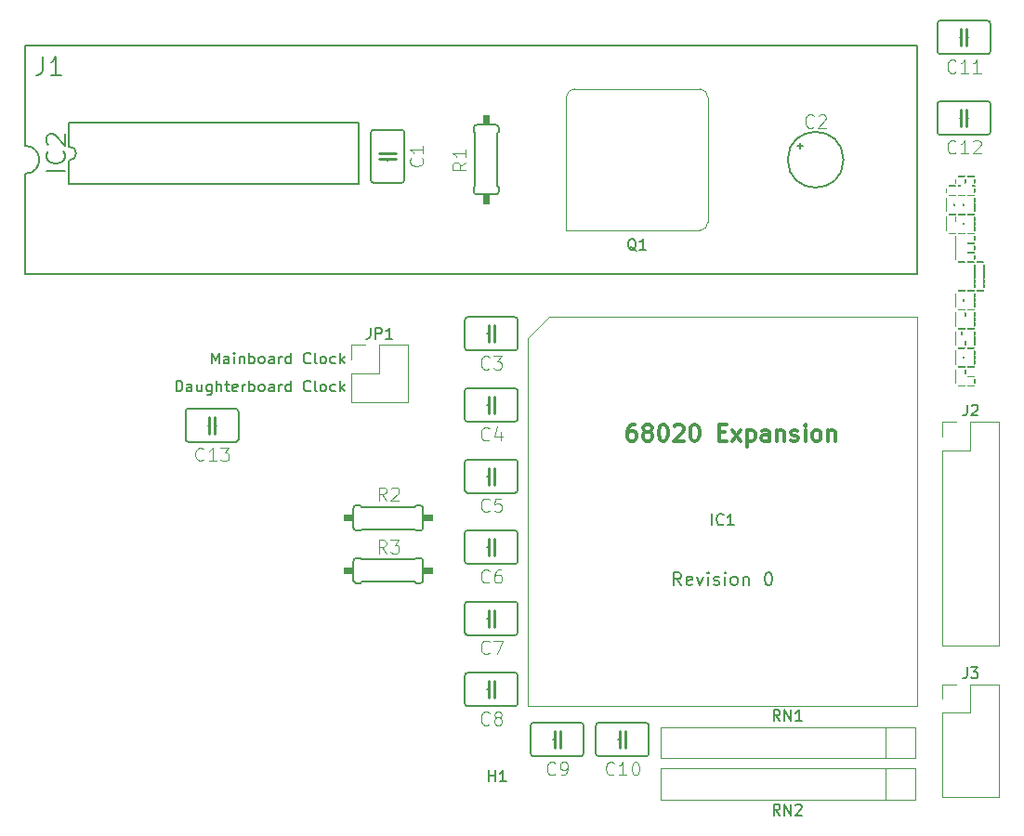
<source format=gbr>
G04 #@! TF.GenerationSoftware,KiCad,Pcbnew,(5.1.5-0-10_14)*
G04 #@! TF.CreationDate,2020-11-11T11:00:13+00:00*
G04 #@! TF.ProjectId,rosco_m68k_r1_020,726f7363-6f5f-46d3-9638-6b5f72315f30,rev?*
G04 #@! TF.SameCoordinates,Original*
G04 #@! TF.FileFunction,Legend,Top*
G04 #@! TF.FilePolarity,Positive*
%FSLAX46Y46*%
G04 Gerber Fmt 4.6, Leading zero omitted, Abs format (unit mm)*
G04 Created by KiCad (PCBNEW (5.1.5-0-10_14)) date 2020-11-11 11:00:13*
%MOMM*%
%LPD*%
G04 APERTURE LIST*
%ADD10C,0.150000*%
%ADD11C,0.300000*%
%ADD12C,0.152400*%
%ADD13C,0.120000*%
%ADD14C,0.002000*%
%ADD15C,0.100000*%
%ADD16C,0.254000*%
%ADD17C,0.168910*%
%ADD18C,0.120650*%
G04 APERTURE END LIST*
D10*
X97761771Y-85582857D02*
X97361771Y-85011428D01*
X97076057Y-85582857D02*
X97076057Y-84382857D01*
X97533200Y-84382857D01*
X97647485Y-84440000D01*
X97704628Y-84497142D01*
X97761771Y-84611428D01*
X97761771Y-84782857D01*
X97704628Y-84897142D01*
X97647485Y-84954285D01*
X97533200Y-85011428D01*
X97076057Y-85011428D01*
X98733200Y-85525714D02*
X98618914Y-85582857D01*
X98390342Y-85582857D01*
X98276057Y-85525714D01*
X98218914Y-85411428D01*
X98218914Y-84954285D01*
X98276057Y-84840000D01*
X98390342Y-84782857D01*
X98618914Y-84782857D01*
X98733200Y-84840000D01*
X98790342Y-84954285D01*
X98790342Y-85068571D01*
X98218914Y-85182857D01*
X99190342Y-84782857D02*
X99476057Y-85582857D01*
X99761771Y-84782857D01*
X100218914Y-85582857D02*
X100218914Y-84782857D01*
X100218914Y-84382857D02*
X100161771Y-84440000D01*
X100218914Y-84497142D01*
X100276057Y-84440000D01*
X100218914Y-84382857D01*
X100218914Y-84497142D01*
X100733200Y-85525714D02*
X100847485Y-85582857D01*
X101076057Y-85582857D01*
X101190342Y-85525714D01*
X101247485Y-85411428D01*
X101247485Y-85354285D01*
X101190342Y-85240000D01*
X101076057Y-85182857D01*
X100904628Y-85182857D01*
X100790342Y-85125714D01*
X100733200Y-85011428D01*
X100733200Y-84954285D01*
X100790342Y-84840000D01*
X100904628Y-84782857D01*
X101076057Y-84782857D01*
X101190342Y-84840000D01*
X101761771Y-85582857D02*
X101761771Y-84782857D01*
X101761771Y-84382857D02*
X101704628Y-84440000D01*
X101761771Y-84497142D01*
X101818914Y-84440000D01*
X101761771Y-84382857D01*
X101761771Y-84497142D01*
X102504628Y-85582857D02*
X102390342Y-85525714D01*
X102333200Y-85468571D01*
X102276057Y-85354285D01*
X102276057Y-85011428D01*
X102333200Y-84897142D01*
X102390342Y-84840000D01*
X102504628Y-84782857D01*
X102676057Y-84782857D01*
X102790342Y-84840000D01*
X102847485Y-84897142D01*
X102904628Y-85011428D01*
X102904628Y-85354285D01*
X102847485Y-85468571D01*
X102790342Y-85525714D01*
X102676057Y-85582857D01*
X102504628Y-85582857D01*
X103418914Y-84782857D02*
X103418914Y-85582857D01*
X103418914Y-84897142D02*
X103476057Y-84840000D01*
X103590342Y-84782857D01*
X103761771Y-84782857D01*
X103876057Y-84840000D01*
X103933200Y-84954285D01*
X103933200Y-85582857D01*
X105647485Y-84382857D02*
X105761771Y-84382857D01*
X105876057Y-84440000D01*
X105933200Y-84497142D01*
X105990342Y-84611428D01*
X106047485Y-84840000D01*
X106047485Y-85125714D01*
X105990342Y-85354285D01*
X105933200Y-85468571D01*
X105876057Y-85525714D01*
X105761771Y-85582857D01*
X105647485Y-85582857D01*
X105533200Y-85525714D01*
X105476057Y-85468571D01*
X105418914Y-85354285D01*
X105361771Y-85125714D01*
X105361771Y-84840000D01*
X105418914Y-84611428D01*
X105476057Y-84497142D01*
X105533200Y-84440000D01*
X105647485Y-84382857D01*
D11*
X93554285Y-70938571D02*
X93268571Y-70938571D01*
X93125714Y-71010000D01*
X93054285Y-71081428D01*
X92911428Y-71295714D01*
X92840000Y-71581428D01*
X92840000Y-72152857D01*
X92911428Y-72295714D01*
X92982857Y-72367142D01*
X93125714Y-72438571D01*
X93411428Y-72438571D01*
X93554285Y-72367142D01*
X93625714Y-72295714D01*
X93697142Y-72152857D01*
X93697142Y-71795714D01*
X93625714Y-71652857D01*
X93554285Y-71581428D01*
X93411428Y-71510000D01*
X93125714Y-71510000D01*
X92982857Y-71581428D01*
X92911428Y-71652857D01*
X92840000Y-71795714D01*
X94554285Y-71581428D02*
X94411428Y-71510000D01*
X94340000Y-71438571D01*
X94268571Y-71295714D01*
X94268571Y-71224285D01*
X94340000Y-71081428D01*
X94411428Y-71010000D01*
X94554285Y-70938571D01*
X94840000Y-70938571D01*
X94982857Y-71010000D01*
X95054285Y-71081428D01*
X95125714Y-71224285D01*
X95125714Y-71295714D01*
X95054285Y-71438571D01*
X94982857Y-71510000D01*
X94840000Y-71581428D01*
X94554285Y-71581428D01*
X94411428Y-71652857D01*
X94340000Y-71724285D01*
X94268571Y-71867142D01*
X94268571Y-72152857D01*
X94340000Y-72295714D01*
X94411428Y-72367142D01*
X94554285Y-72438571D01*
X94840000Y-72438571D01*
X94982857Y-72367142D01*
X95054285Y-72295714D01*
X95125714Y-72152857D01*
X95125714Y-71867142D01*
X95054285Y-71724285D01*
X94982857Y-71652857D01*
X94840000Y-71581428D01*
X96054285Y-70938571D02*
X96197142Y-70938571D01*
X96340000Y-71010000D01*
X96411428Y-71081428D01*
X96482857Y-71224285D01*
X96554285Y-71510000D01*
X96554285Y-71867142D01*
X96482857Y-72152857D01*
X96411428Y-72295714D01*
X96340000Y-72367142D01*
X96197142Y-72438571D01*
X96054285Y-72438571D01*
X95911428Y-72367142D01*
X95840000Y-72295714D01*
X95768571Y-72152857D01*
X95697142Y-71867142D01*
X95697142Y-71510000D01*
X95768571Y-71224285D01*
X95840000Y-71081428D01*
X95911428Y-71010000D01*
X96054285Y-70938571D01*
X97125714Y-71081428D02*
X97197142Y-71010000D01*
X97340000Y-70938571D01*
X97697142Y-70938571D01*
X97840000Y-71010000D01*
X97911428Y-71081428D01*
X97982857Y-71224285D01*
X97982857Y-71367142D01*
X97911428Y-71581428D01*
X97054285Y-72438571D01*
X97982857Y-72438571D01*
X98911428Y-70938571D02*
X99054285Y-70938571D01*
X99197142Y-71010000D01*
X99268571Y-71081428D01*
X99340000Y-71224285D01*
X99411428Y-71510000D01*
X99411428Y-71867142D01*
X99340000Y-72152857D01*
X99268571Y-72295714D01*
X99197142Y-72367142D01*
X99054285Y-72438571D01*
X98911428Y-72438571D01*
X98768571Y-72367142D01*
X98697142Y-72295714D01*
X98625714Y-72152857D01*
X98554285Y-71867142D01*
X98554285Y-71510000D01*
X98625714Y-71224285D01*
X98697142Y-71081428D01*
X98768571Y-71010000D01*
X98911428Y-70938571D01*
X101197142Y-71652857D02*
X101697142Y-71652857D01*
X101911428Y-72438571D02*
X101197142Y-72438571D01*
X101197142Y-70938571D01*
X101911428Y-70938571D01*
X102411428Y-72438571D02*
X103197142Y-71438571D01*
X102411428Y-71438571D02*
X103197142Y-72438571D01*
X103768571Y-71438571D02*
X103768571Y-72938571D01*
X103768571Y-71510000D02*
X103911428Y-71438571D01*
X104197142Y-71438571D01*
X104340000Y-71510000D01*
X104411428Y-71581428D01*
X104482857Y-71724285D01*
X104482857Y-72152857D01*
X104411428Y-72295714D01*
X104340000Y-72367142D01*
X104197142Y-72438571D01*
X103911428Y-72438571D01*
X103768571Y-72367142D01*
X105768571Y-72438571D02*
X105768571Y-71652857D01*
X105697142Y-71510000D01*
X105554285Y-71438571D01*
X105268571Y-71438571D01*
X105125714Y-71510000D01*
X105768571Y-72367142D02*
X105625714Y-72438571D01*
X105268571Y-72438571D01*
X105125714Y-72367142D01*
X105054285Y-72224285D01*
X105054285Y-72081428D01*
X105125714Y-71938571D01*
X105268571Y-71867142D01*
X105625714Y-71867142D01*
X105768571Y-71795714D01*
X106482857Y-71438571D02*
X106482857Y-72438571D01*
X106482857Y-71581428D02*
X106554285Y-71510000D01*
X106697142Y-71438571D01*
X106911428Y-71438571D01*
X107054285Y-71510000D01*
X107125714Y-71652857D01*
X107125714Y-72438571D01*
X107768571Y-72367142D02*
X107911428Y-72438571D01*
X108197142Y-72438571D01*
X108340000Y-72367142D01*
X108411428Y-72224285D01*
X108411428Y-72152857D01*
X108340000Y-72010000D01*
X108197142Y-71938571D01*
X107982857Y-71938571D01*
X107840000Y-71867142D01*
X107768571Y-71724285D01*
X107768571Y-71652857D01*
X107840000Y-71510000D01*
X107982857Y-71438571D01*
X108197142Y-71438571D01*
X108340000Y-71510000D01*
X109054285Y-72438571D02*
X109054285Y-71438571D01*
X109054285Y-70938571D02*
X108982857Y-71010000D01*
X109054285Y-71081428D01*
X109125714Y-71010000D01*
X109054285Y-70938571D01*
X109054285Y-71081428D01*
X109982857Y-72438571D02*
X109840000Y-72367142D01*
X109768571Y-72295714D01*
X109697142Y-72152857D01*
X109697142Y-71724285D01*
X109768571Y-71581428D01*
X109840000Y-71510000D01*
X109982857Y-71438571D01*
X110197142Y-71438571D01*
X110340000Y-71510000D01*
X110411428Y-71581428D01*
X110482857Y-71724285D01*
X110482857Y-72152857D01*
X110411428Y-72295714D01*
X110340000Y-72367142D01*
X110197142Y-72438571D01*
X109982857Y-72438571D01*
X111125714Y-71438571D02*
X111125714Y-72438571D01*
X111125714Y-71581428D02*
X111197142Y-71510000D01*
X111340000Y-71438571D01*
X111554285Y-71438571D01*
X111697142Y-71510000D01*
X111768571Y-71652857D01*
X111768571Y-72438571D01*
D10*
X51738094Y-67924880D02*
X51738094Y-66924880D01*
X51976190Y-66924880D01*
X52119047Y-66972500D01*
X52214285Y-67067738D01*
X52261904Y-67162976D01*
X52309523Y-67353452D01*
X52309523Y-67496309D01*
X52261904Y-67686785D01*
X52214285Y-67782023D01*
X52119047Y-67877261D01*
X51976190Y-67924880D01*
X51738094Y-67924880D01*
X53166666Y-67924880D02*
X53166666Y-67401071D01*
X53119047Y-67305833D01*
X53023809Y-67258214D01*
X52833332Y-67258214D01*
X52738094Y-67305833D01*
X53166666Y-67877261D02*
X53071428Y-67924880D01*
X52833332Y-67924880D01*
X52738094Y-67877261D01*
X52690475Y-67782023D01*
X52690475Y-67686785D01*
X52738094Y-67591547D01*
X52833332Y-67543928D01*
X53071428Y-67543928D01*
X53166666Y-67496309D01*
X54071428Y-67258214D02*
X54071428Y-67924880D01*
X53642856Y-67258214D02*
X53642856Y-67782023D01*
X53690475Y-67877261D01*
X53785713Y-67924880D01*
X53928571Y-67924880D01*
X54023809Y-67877261D01*
X54071428Y-67829642D01*
X54976190Y-67258214D02*
X54976190Y-68067738D01*
X54928571Y-68162976D01*
X54880952Y-68210595D01*
X54785713Y-68258214D01*
X54642856Y-68258214D01*
X54547618Y-68210595D01*
X54976190Y-67877261D02*
X54880952Y-67924880D01*
X54690475Y-67924880D01*
X54595237Y-67877261D01*
X54547618Y-67829642D01*
X54499999Y-67734404D01*
X54499999Y-67448690D01*
X54547618Y-67353452D01*
X54595237Y-67305833D01*
X54690475Y-67258214D01*
X54880952Y-67258214D01*
X54976190Y-67305833D01*
X55452380Y-67924880D02*
X55452380Y-66924880D01*
X55880952Y-67924880D02*
X55880952Y-67401071D01*
X55833332Y-67305833D01*
X55738094Y-67258214D01*
X55595237Y-67258214D01*
X55499999Y-67305833D01*
X55452380Y-67353452D01*
X56214285Y-67258214D02*
X56595237Y-67258214D01*
X56357142Y-66924880D02*
X56357142Y-67782023D01*
X56404761Y-67877261D01*
X56499999Y-67924880D01*
X56595237Y-67924880D01*
X57309523Y-67877261D02*
X57214285Y-67924880D01*
X57023809Y-67924880D01*
X56928571Y-67877261D01*
X56880952Y-67782023D01*
X56880952Y-67401071D01*
X56928571Y-67305833D01*
X57023809Y-67258214D01*
X57214285Y-67258214D01*
X57309523Y-67305833D01*
X57357142Y-67401071D01*
X57357142Y-67496309D01*
X56880952Y-67591547D01*
X57785713Y-67924880D02*
X57785713Y-67258214D01*
X57785713Y-67448690D02*
X57833332Y-67353452D01*
X57880952Y-67305833D01*
X57976190Y-67258214D01*
X58071428Y-67258214D01*
X58404761Y-67924880D02*
X58404761Y-66924880D01*
X58404761Y-67305833D02*
X58499999Y-67258214D01*
X58690475Y-67258214D01*
X58785713Y-67305833D01*
X58833332Y-67353452D01*
X58880952Y-67448690D01*
X58880952Y-67734404D01*
X58833332Y-67829642D01*
X58785713Y-67877261D01*
X58690475Y-67924880D01*
X58499999Y-67924880D01*
X58404761Y-67877261D01*
X59452380Y-67924880D02*
X59357142Y-67877261D01*
X59309523Y-67829642D01*
X59261904Y-67734404D01*
X59261904Y-67448690D01*
X59309523Y-67353452D01*
X59357142Y-67305833D01*
X59452380Y-67258214D01*
X59595237Y-67258214D01*
X59690475Y-67305833D01*
X59738094Y-67353452D01*
X59785713Y-67448690D01*
X59785713Y-67734404D01*
X59738094Y-67829642D01*
X59690475Y-67877261D01*
X59595237Y-67924880D01*
X59452380Y-67924880D01*
X60642856Y-67924880D02*
X60642856Y-67401071D01*
X60595237Y-67305833D01*
X60499999Y-67258214D01*
X60309523Y-67258214D01*
X60214285Y-67305833D01*
X60642856Y-67877261D02*
X60547618Y-67924880D01*
X60309523Y-67924880D01*
X60214285Y-67877261D01*
X60166666Y-67782023D01*
X60166666Y-67686785D01*
X60214285Y-67591547D01*
X60309523Y-67543928D01*
X60547618Y-67543928D01*
X60642856Y-67496309D01*
X61119047Y-67924880D02*
X61119047Y-67258214D01*
X61119047Y-67448690D02*
X61166666Y-67353452D01*
X61214285Y-67305833D01*
X61309523Y-67258214D01*
X61404761Y-67258214D01*
X62166666Y-67924880D02*
X62166666Y-66924880D01*
X62166666Y-67877261D02*
X62071428Y-67924880D01*
X61880952Y-67924880D01*
X61785713Y-67877261D01*
X61738094Y-67829642D01*
X61690475Y-67734404D01*
X61690475Y-67448690D01*
X61738094Y-67353452D01*
X61785713Y-67305833D01*
X61880952Y-67258214D01*
X62071428Y-67258214D01*
X62166666Y-67305833D01*
X63976190Y-67829642D02*
X63928571Y-67877261D01*
X63785713Y-67924880D01*
X63690475Y-67924880D01*
X63547618Y-67877261D01*
X63452380Y-67782023D01*
X63404761Y-67686785D01*
X63357142Y-67496309D01*
X63357142Y-67353452D01*
X63404761Y-67162976D01*
X63452380Y-67067738D01*
X63547618Y-66972500D01*
X63690475Y-66924880D01*
X63785713Y-66924880D01*
X63928571Y-66972500D01*
X63976190Y-67020119D01*
X64547618Y-67924880D02*
X64452380Y-67877261D01*
X64404761Y-67782023D01*
X64404761Y-66924880D01*
X65071428Y-67924880D02*
X64976190Y-67877261D01*
X64928571Y-67829642D01*
X64880952Y-67734404D01*
X64880952Y-67448690D01*
X64928571Y-67353452D01*
X64976190Y-67305833D01*
X65071428Y-67258214D01*
X65214285Y-67258214D01*
X65309523Y-67305833D01*
X65357142Y-67353452D01*
X65404761Y-67448690D01*
X65404761Y-67734404D01*
X65357142Y-67829642D01*
X65309523Y-67877261D01*
X65214285Y-67924880D01*
X65071428Y-67924880D01*
X66261904Y-67877261D02*
X66166666Y-67924880D01*
X65976190Y-67924880D01*
X65880952Y-67877261D01*
X65833332Y-67829642D01*
X65785713Y-67734404D01*
X65785713Y-67448690D01*
X65833332Y-67353452D01*
X65880952Y-67305833D01*
X65976190Y-67258214D01*
X66166666Y-67258214D01*
X66261904Y-67305833D01*
X66690475Y-67924880D02*
X66690475Y-66924880D01*
X66785713Y-67543928D02*
X67071428Y-67924880D01*
X67071428Y-67258214D02*
X66690475Y-67639166D01*
X54976190Y-65384880D02*
X54976190Y-64384880D01*
X55309523Y-65099166D01*
X55642857Y-64384880D01*
X55642857Y-65384880D01*
X56547619Y-65384880D02*
X56547619Y-64861071D01*
X56500000Y-64765833D01*
X56404761Y-64718214D01*
X56214285Y-64718214D01*
X56119047Y-64765833D01*
X56547619Y-65337261D02*
X56452380Y-65384880D01*
X56214285Y-65384880D01*
X56119047Y-65337261D01*
X56071428Y-65242023D01*
X56071428Y-65146785D01*
X56119047Y-65051547D01*
X56214285Y-65003928D01*
X56452380Y-65003928D01*
X56547619Y-64956309D01*
X57023809Y-65384880D02*
X57023809Y-64718214D01*
X57023809Y-64384880D02*
X56976190Y-64432500D01*
X57023809Y-64480119D01*
X57071428Y-64432500D01*
X57023809Y-64384880D01*
X57023809Y-64480119D01*
X57500000Y-64718214D02*
X57500000Y-65384880D01*
X57500000Y-64813452D02*
X57547619Y-64765833D01*
X57642857Y-64718214D01*
X57785714Y-64718214D01*
X57880952Y-64765833D01*
X57928571Y-64861071D01*
X57928571Y-65384880D01*
X58404761Y-65384880D02*
X58404761Y-64384880D01*
X58404761Y-64765833D02*
X58500000Y-64718214D01*
X58690476Y-64718214D01*
X58785714Y-64765833D01*
X58833333Y-64813452D01*
X58880952Y-64908690D01*
X58880952Y-65194404D01*
X58833333Y-65289642D01*
X58785714Y-65337261D01*
X58690476Y-65384880D01*
X58500000Y-65384880D01*
X58404761Y-65337261D01*
X59452380Y-65384880D02*
X59357142Y-65337261D01*
X59309523Y-65289642D01*
X59261904Y-65194404D01*
X59261904Y-64908690D01*
X59309523Y-64813452D01*
X59357142Y-64765833D01*
X59452380Y-64718214D01*
X59595238Y-64718214D01*
X59690476Y-64765833D01*
X59738095Y-64813452D01*
X59785714Y-64908690D01*
X59785714Y-65194404D01*
X59738095Y-65289642D01*
X59690476Y-65337261D01*
X59595238Y-65384880D01*
X59452380Y-65384880D01*
X60642857Y-65384880D02*
X60642857Y-64861071D01*
X60595238Y-64765833D01*
X60500000Y-64718214D01*
X60309523Y-64718214D01*
X60214285Y-64765833D01*
X60642857Y-65337261D02*
X60547619Y-65384880D01*
X60309523Y-65384880D01*
X60214285Y-65337261D01*
X60166666Y-65242023D01*
X60166666Y-65146785D01*
X60214285Y-65051547D01*
X60309523Y-65003928D01*
X60547619Y-65003928D01*
X60642857Y-64956309D01*
X61119047Y-65384880D02*
X61119047Y-64718214D01*
X61119047Y-64908690D02*
X61166666Y-64813452D01*
X61214285Y-64765833D01*
X61309523Y-64718214D01*
X61404761Y-64718214D01*
X62166666Y-65384880D02*
X62166666Y-64384880D01*
X62166666Y-65337261D02*
X62071428Y-65384880D01*
X61880952Y-65384880D01*
X61785714Y-65337261D01*
X61738095Y-65289642D01*
X61690476Y-65194404D01*
X61690476Y-64908690D01*
X61738095Y-64813452D01*
X61785714Y-64765833D01*
X61880952Y-64718214D01*
X62071428Y-64718214D01*
X62166666Y-64765833D01*
X63976190Y-65289642D02*
X63928571Y-65337261D01*
X63785714Y-65384880D01*
X63690476Y-65384880D01*
X63547619Y-65337261D01*
X63452380Y-65242023D01*
X63404761Y-65146785D01*
X63357142Y-64956309D01*
X63357142Y-64813452D01*
X63404761Y-64622976D01*
X63452380Y-64527738D01*
X63547619Y-64432500D01*
X63690476Y-64384880D01*
X63785714Y-64384880D01*
X63928571Y-64432500D01*
X63976190Y-64480119D01*
X64547619Y-65384880D02*
X64452380Y-65337261D01*
X64404761Y-65242023D01*
X64404761Y-64384880D01*
X65071428Y-65384880D02*
X64976190Y-65337261D01*
X64928571Y-65289642D01*
X64880952Y-65194404D01*
X64880952Y-64908690D01*
X64928571Y-64813452D01*
X64976190Y-64765833D01*
X65071428Y-64718214D01*
X65214285Y-64718214D01*
X65309523Y-64765833D01*
X65357142Y-64813452D01*
X65404761Y-64908690D01*
X65404761Y-65194404D01*
X65357142Y-65289642D01*
X65309523Y-65337261D01*
X65214285Y-65384880D01*
X65071428Y-65384880D01*
X66261904Y-65337261D02*
X66166666Y-65384880D01*
X65976190Y-65384880D01*
X65880952Y-65337261D01*
X65833333Y-65289642D01*
X65785714Y-65194404D01*
X65785714Y-64908690D01*
X65833333Y-64813452D01*
X65880952Y-64765833D01*
X65976190Y-64718214D01*
X66166666Y-64718214D01*
X66261904Y-64765833D01*
X66690476Y-65384880D02*
X66690476Y-64384880D01*
X66785714Y-65003928D02*
X67071428Y-65384880D01*
X67071428Y-64718214D02*
X66690476Y-65099166D01*
D12*
X37987000Y-36386599D02*
X119267000Y-36386599D01*
X37987000Y-36386599D02*
X37987000Y-45530599D01*
X37987000Y-57214599D02*
X119267000Y-57214599D01*
X119267000Y-57214599D02*
X119267000Y-36386599D01*
X37987000Y-48070599D02*
G75*
G03X37987000Y-45530599I0J1270000D01*
G01*
X37987000Y-48070599D02*
X37987000Y-57214599D01*
X41992000Y-43434000D02*
X68408000Y-43434000D01*
X41992000Y-43434000D02*
X41992000Y-45593000D01*
X68408000Y-49022000D02*
X41992000Y-49022000D01*
X68408000Y-49022000D02*
X68408000Y-43434000D01*
X41992000Y-45593000D02*
G75*
G02X41992000Y-46863000I0J-635000D01*
G01*
X41992000Y-46863000D02*
X41992000Y-49022000D01*
D13*
X83783200Y-96630000D02*
X83783200Y-63080000D01*
X119283200Y-96630000D02*
X83783200Y-96630000D01*
X119283200Y-61130000D02*
X119283200Y-96630000D01*
X85733200Y-61130000D02*
X119283200Y-61130000D01*
X83783200Y-63080000D02*
X85733200Y-61130000D01*
D14*
X121881795Y-49750982D02*
X121881795Y-49750982D01*
X121881795Y-50622246D02*
X121881795Y-50622246D01*
X121906005Y-49569470D02*
X121906000Y-49572532D01*
X121906000Y-49572532D02*
X121905994Y-49574971D01*
X121905994Y-49574971D02*
X121905984Y-49577401D01*
X121905984Y-49577401D02*
X121905970Y-49579819D01*
X121905970Y-49579819D02*
X121905947Y-49582600D01*
X121905947Y-49582600D02*
X121905927Y-49584921D01*
X121905927Y-49584921D02*
X121905901Y-49587305D01*
X121905901Y-49587305D02*
X121905861Y-49590564D01*
X121905861Y-49590564D02*
X121905825Y-49593066D01*
X121905825Y-49593066D02*
X121905791Y-49595043D01*
X121905791Y-49595043D02*
X121905754Y-49597305D01*
X121905754Y-49597305D02*
X121905709Y-49599627D01*
X121905709Y-49599627D02*
X121905656Y-49602226D01*
X121905656Y-49602226D02*
X121905607Y-49604379D01*
X121905607Y-49604379D02*
X121905551Y-49606808D01*
X121905551Y-49606808D02*
X121905492Y-49609079D01*
X121905492Y-49609079D02*
X121905430Y-49611338D01*
X121905430Y-49611338D02*
X121905364Y-49613583D01*
X121905364Y-49613583D02*
X121905296Y-49615817D01*
X121905296Y-49615817D02*
X121905224Y-49618037D01*
X121905224Y-49618037D02*
X121905139Y-49620519D01*
X121905139Y-49620519D02*
X121905029Y-49623529D01*
X121905029Y-49623529D02*
X121904945Y-49625703D01*
X121904945Y-49625703D02*
X121904857Y-49627861D01*
X121904857Y-49627861D02*
X121904752Y-49630341D01*
X121904752Y-49630341D02*
X121904639Y-49632936D01*
X121904639Y-49632936D02*
X121904541Y-49635047D01*
X121904541Y-49635047D02*
X121904427Y-49637408D01*
X121904427Y-49637408D02*
X121904309Y-49639748D01*
X121904309Y-49639748D02*
X121904202Y-49641815D01*
X121904202Y-49641815D02*
X121904089Y-49643864D01*
X121904089Y-49643864D02*
X121903931Y-49646659D01*
X121903931Y-49646659D02*
X121903797Y-49648925D01*
X121903797Y-49648925D02*
X121903643Y-49651419D01*
X121903643Y-49651419D02*
X121903501Y-49653645D01*
X121903501Y-49653645D02*
X121903356Y-49655850D01*
X121903356Y-49655850D02*
X121903172Y-49658519D01*
X121903172Y-49658519D02*
X121903025Y-49660559D01*
X121903025Y-49660559D02*
X121902841Y-49663055D01*
X121902841Y-49663055D02*
X121902679Y-49665174D01*
X121902679Y-49665174D02*
X121902437Y-49668195D01*
X121902437Y-49668195D02*
X121902207Y-49670946D01*
X121902207Y-49670946D02*
X121901992Y-49673435D01*
X121901992Y-49673435D02*
X121901804Y-49675500D01*
X121901804Y-49675500D02*
X121901501Y-49678751D01*
X121901501Y-49678751D02*
X121901283Y-49680973D01*
X121901283Y-49680973D02*
X121901095Y-49682849D01*
X121901095Y-49682849D02*
X121900809Y-49685596D01*
X121900809Y-49685596D02*
X121900584Y-49687677D01*
X121900584Y-49687677D02*
X121900377Y-49689522D01*
X121900377Y-49689522D02*
X121900167Y-49691347D01*
X121900167Y-49691347D02*
X121899929Y-49693373D01*
X121899929Y-49693373D02*
X121899701Y-49695220D01*
X121899701Y-49695220D02*
X121899446Y-49697262D01*
X121899446Y-49697262D02*
X121899197Y-49699173D01*
X121899197Y-49699173D02*
X121898918Y-49701240D01*
X121898918Y-49701240D02*
X121898620Y-49703363D01*
X121898620Y-49703363D02*
X121898266Y-49705805D01*
X121898266Y-49705805D02*
X121897970Y-49707750D01*
X121897970Y-49707750D02*
X121897616Y-49710003D01*
X121897616Y-49710003D02*
X121897284Y-49712035D01*
X121897284Y-49712035D02*
X121896975Y-49713857D01*
X121896975Y-49713857D02*
X121896603Y-49715961D01*
X121896603Y-49715961D02*
X121896254Y-49717853D01*
X121896254Y-49717853D02*
X121895900Y-49719698D01*
X121895900Y-49719698D02*
X121895542Y-49721496D01*
X121895542Y-49721496D02*
X121895055Y-49723817D01*
X121895055Y-49723817D02*
X121894685Y-49725501D01*
X121894685Y-49725501D02*
X121894310Y-49727136D01*
X121894310Y-49727136D02*
X121893801Y-49729237D01*
X121893801Y-49729237D02*
X121893284Y-49731250D01*
X121893284Y-49731250D02*
X121892759Y-49733172D01*
X121892759Y-49733172D02*
X121892224Y-49735002D01*
X121892224Y-49735002D02*
X121891717Y-49736634D01*
X121891717Y-49736634D02*
X121891159Y-49738305D01*
X121891159Y-49738305D02*
X121890576Y-49739929D01*
X121890576Y-49739929D02*
X121890011Y-49741379D01*
X121890011Y-49741379D02*
X121889331Y-49742976D01*
X121889331Y-49742976D02*
X121888676Y-49744360D01*
X121888676Y-49744360D02*
X121887938Y-49745749D01*
X121887938Y-49745749D02*
X121887133Y-49747065D01*
X121887133Y-49747065D02*
X121886277Y-49748244D01*
X121886277Y-49748244D02*
X121885273Y-49749349D01*
X121885273Y-49749349D02*
X121884093Y-49750275D01*
X121884093Y-49750275D02*
X121882567Y-49750900D01*
X121882567Y-49750900D02*
X121881795Y-49750982D01*
X121881795Y-49387958D02*
X121883454Y-49388321D01*
X121883454Y-49388321D02*
X121884725Y-49389105D01*
X121884725Y-49389105D02*
X121885796Y-49390123D01*
X121885796Y-49390123D02*
X121886889Y-49391508D01*
X121886889Y-49391508D02*
X121887714Y-49392798D01*
X121887714Y-49392798D02*
X121888529Y-49394283D01*
X121888529Y-49394283D02*
X121889242Y-49395759D01*
X121889242Y-49395759D02*
X121890011Y-49397554D01*
X121890011Y-49397554D02*
X121890576Y-49399005D01*
X121890576Y-49399005D02*
X121891169Y-49400653D01*
X121891169Y-49400653D02*
X121891819Y-49402620D01*
X121891819Y-49402620D02*
X121892374Y-49404436D01*
X121892374Y-49404436D02*
X121892891Y-49406233D01*
X121892891Y-49406233D02*
X121893414Y-49408178D01*
X121893414Y-49408178D02*
X121893929Y-49410211D01*
X121893929Y-49410211D02*
X121894404Y-49412201D01*
X121894404Y-49412201D02*
X121894778Y-49413848D01*
X121894778Y-49413848D02*
X121895147Y-49415544D01*
X121895147Y-49415544D02*
X121895542Y-49417439D01*
X121895542Y-49417439D02*
X121895900Y-49419235D01*
X121895900Y-49419235D02*
X121896254Y-49421080D01*
X121896254Y-49421080D02*
X121896603Y-49422973D01*
X121896603Y-49422973D02*
X121896953Y-49424952D01*
X121896953Y-49424952D02*
X121897284Y-49426898D01*
X121897284Y-49426898D02*
X121897616Y-49428930D01*
X121897616Y-49428930D02*
X121897917Y-49430833D01*
X121897917Y-49430833D02*
X121898185Y-49432594D01*
X121898185Y-49432594D02*
X121898477Y-49434570D01*
X121898477Y-49434570D02*
X121898790Y-49436766D01*
X121898790Y-49436766D02*
X121899046Y-49438630D01*
X121899046Y-49438630D02*
X121899321Y-49440715D01*
X121899321Y-49440715D02*
X121899593Y-49442835D01*
X121899593Y-49442835D02*
X121899922Y-49445511D01*
X121899922Y-49445511D02*
X121900167Y-49447585D01*
X121900167Y-49447585D02*
X121900377Y-49449410D01*
X121900377Y-49449410D02*
X121900584Y-49451258D01*
X121900584Y-49451258D02*
X121900809Y-49453338D01*
X121900809Y-49453338D02*
X121901052Y-49455658D01*
X121901052Y-49455658D02*
X121901256Y-49457688D01*
X121901256Y-49457688D02*
X121901501Y-49460180D01*
X121901501Y-49460180D02*
X121901749Y-49462820D01*
X121901749Y-49462820D02*
X121901992Y-49465499D01*
X121901992Y-49465499D02*
X121902197Y-49467872D01*
X121902197Y-49467872D02*
X121902380Y-49470047D01*
X121902380Y-49470047D02*
X121902549Y-49472126D01*
X121902549Y-49472126D02*
X121902733Y-49474462D01*
X121902733Y-49474462D02*
X121902895Y-49476587D01*
X121902895Y-49476587D02*
X121903112Y-49479572D01*
X121903112Y-49479572D02*
X121903314Y-49482473D01*
X121903314Y-49482473D02*
X121903501Y-49485288D01*
X121903501Y-49485288D02*
X121903634Y-49487387D01*
X121903634Y-49487387D02*
X121903819Y-49490383D01*
X121903819Y-49490383D02*
X121903931Y-49492274D01*
X121903931Y-49492274D02*
X121904110Y-49495451D01*
X121904110Y-49495451D02*
X121904228Y-49497634D01*
X121904228Y-49497634D02*
X121904375Y-49500482D01*
X121904375Y-49500482D02*
X121904478Y-49502572D01*
X121904478Y-49502572D02*
X121904578Y-49504675D01*
X121904578Y-49504675D02*
X121904675Y-49506792D01*
X121904675Y-49506792D02*
X121904779Y-49509191D01*
X121904779Y-49509191D02*
X121904890Y-49511878D01*
X121904890Y-49511878D02*
X121904979Y-49514110D01*
X121904979Y-49514110D02*
X121905069Y-49516495D01*
X121905069Y-49516495D02*
X121905152Y-49518824D01*
X121905152Y-49518824D02*
X121905224Y-49520895D01*
X121905224Y-49520895D02*
X121905296Y-49523116D01*
X121905296Y-49523116D02*
X121905364Y-49525349D01*
X121905364Y-49525349D02*
X121905430Y-49527596D01*
X121905430Y-49527596D02*
X121905492Y-49529855D01*
X121905492Y-49529855D02*
X121905551Y-49532127D01*
X121905551Y-49532127D02*
X121905598Y-49534124D01*
X121905598Y-49534124D02*
X121905656Y-49536707D01*
X121905656Y-49536707D02*
X121905700Y-49538869D01*
X121905700Y-49538869D02*
X121905743Y-49541045D01*
X121905743Y-49541045D02*
X121905784Y-49543375D01*
X121905784Y-49543375D02*
X121905820Y-49545573D01*
X121905820Y-49545573D02*
X121905861Y-49548370D01*
X121905861Y-49548370D02*
X121905892Y-49550739D01*
X121905892Y-49550739D02*
X121905918Y-49553118D01*
X121905918Y-49553118D02*
X121905949Y-49556408D01*
X121905949Y-49556408D02*
X121905970Y-49559116D01*
X121905970Y-49559116D02*
X121905988Y-49562444D01*
X121905988Y-49562444D02*
X121905998Y-49565640D01*
X121905998Y-49565640D02*
X121906003Y-49568202D01*
X121906003Y-49568202D02*
X121906005Y-49569470D01*
X121857586Y-49569470D02*
X121857586Y-49567322D01*
X121857586Y-49567322D02*
X121857590Y-49565183D01*
X121857590Y-49565183D02*
X121857595Y-49562898D01*
X121857595Y-49562898D02*
X121857607Y-49560626D01*
X121857607Y-49560626D02*
X121857625Y-49557910D01*
X121857625Y-49557910D02*
X121857651Y-49554761D01*
X121857651Y-49554761D02*
X121857677Y-49552224D01*
X121857677Y-49552224D02*
X121857720Y-49548665D01*
X121857720Y-49548665D02*
X121857759Y-49546014D01*
X121857759Y-49546014D02*
X121857795Y-49543594D01*
X121857795Y-49543594D02*
X121857830Y-49541627D01*
X121857830Y-49541627D02*
X121857874Y-49539304D01*
X121857874Y-49539304D02*
X121857937Y-49536239D01*
X121857937Y-49536239D02*
X121858007Y-49533267D01*
X121858007Y-49533267D02*
X121858057Y-49531274D01*
X121858057Y-49531274D02*
X121858124Y-49528724D01*
X121858124Y-49528724D02*
X121858179Y-49526752D01*
X121858179Y-49526752D02*
X121858289Y-49523116D01*
X121858289Y-49523116D02*
X121858351Y-49521171D01*
X121858351Y-49521171D02*
X121858436Y-49518688D01*
X121858436Y-49518688D02*
X121858508Y-49516631D01*
X121858508Y-49516631D02*
X121858597Y-49514280D01*
X121858597Y-49514280D02*
X121858686Y-49512013D01*
X121858686Y-49512013D02*
X121858782Y-49509727D01*
X121858782Y-49509727D02*
X121858874Y-49507589D01*
X121858874Y-49507589D02*
X121858970Y-49505468D01*
X121858970Y-49505468D02*
X121859067Y-49503359D01*
X121859067Y-49503359D02*
X121859170Y-49501264D01*
X121859170Y-49501264D02*
X121859317Y-49498408D01*
X121859317Y-49498408D02*
X121859427Y-49496349D01*
X121859427Y-49496349D02*
X121859538Y-49494304D01*
X121859538Y-49494304D02*
X121859668Y-49492020D01*
X121859668Y-49492020D02*
X121859848Y-49489007D01*
X121859848Y-49489007D02*
X121860019Y-49486274D01*
X121860019Y-49486274D02*
X121860163Y-49484059D01*
X121860163Y-49484059D02*
X121860328Y-49481623D01*
X121860328Y-49481623D02*
X121860481Y-49479452D01*
X121860481Y-49479452D02*
X121860637Y-49477300D01*
X121860637Y-49477300D02*
X121860833Y-49474698D01*
X121860833Y-49474698D02*
X121861053Y-49471894D01*
X121861053Y-49471894D02*
X121861260Y-49469358D01*
X121861260Y-49469358D02*
X121861435Y-49467304D01*
X121861435Y-49467304D02*
X121861651Y-49464825D01*
X121861651Y-49464825D02*
X121861957Y-49461495D01*
X121861957Y-49461495D02*
X121862187Y-49459094D01*
X121862187Y-49459094D02*
X121862466Y-49456297D01*
X121862466Y-49456297D02*
X121862672Y-49454283D01*
X121862672Y-49454283D02*
X121862868Y-49452450D01*
X121862868Y-49452450D02*
X121863067Y-49450640D01*
X121863067Y-49450640D02*
X121863322Y-49448393D01*
X121863322Y-49448393D02*
X121863606Y-49445983D01*
X121863606Y-49445983D02*
X121863917Y-49443420D01*
X121863917Y-49443420D02*
X121864390Y-49439764D01*
X121864390Y-49439764D02*
X121864693Y-49437508D01*
X121864693Y-49437508D02*
X121865002Y-49435297D01*
X121865002Y-49435297D02*
X121865318Y-49433129D01*
X121865318Y-49433129D02*
X121865586Y-49431358D01*
X121865586Y-49431358D02*
X121865869Y-49429531D01*
X121865869Y-49429531D02*
X121866201Y-49427486D01*
X121866201Y-49427486D02*
X121866524Y-49425569D01*
X121866524Y-49425569D02*
X121866865Y-49423613D01*
X121866865Y-49423613D02*
X121867211Y-49421705D01*
X121867211Y-49421705D02*
X121867563Y-49419845D01*
X121867563Y-49419845D02*
X121867937Y-49417957D01*
X121867937Y-49417957D02*
X121868298Y-49416192D01*
X121868298Y-49416192D02*
X121868773Y-49413988D01*
X121868773Y-49413988D02*
X121869148Y-49412336D01*
X121869148Y-49412336D02*
X121869685Y-49410082D01*
X121869685Y-49410082D02*
X121870169Y-49408178D01*
X121870169Y-49408178D02*
X121870692Y-49406233D01*
X121870692Y-49406233D02*
X121871223Y-49404381D01*
X121871223Y-49404381D02*
X121871729Y-49402728D01*
X121871729Y-49402728D02*
X121872312Y-49400955D01*
X121872312Y-49400955D02*
X121872866Y-49399383D01*
X121872866Y-49399383D02*
X121873430Y-49397908D01*
X121873430Y-49397908D02*
X121874037Y-49396446D01*
X121874037Y-49396446D02*
X121874760Y-49394870D01*
X121874760Y-49394870D02*
X121875459Y-49393518D01*
X121875459Y-49393518D02*
X121876543Y-49391728D01*
X121876543Y-49391728D02*
X121877458Y-49390501D01*
X121877458Y-49390501D02*
X121878525Y-49389385D01*
X121878525Y-49389385D02*
X121879730Y-49388519D01*
X121879730Y-49388519D02*
X121881262Y-49387993D01*
X121881262Y-49387993D02*
X121881795Y-49387958D01*
X121881795Y-49750982D02*
X121880130Y-49750614D01*
X121880130Y-49750614D02*
X121878878Y-49749843D01*
X121878878Y-49749843D02*
X121877766Y-49748788D01*
X121877766Y-49748788D02*
X121876696Y-49747428D01*
X121876696Y-49747428D02*
X121875868Y-49746135D01*
X121875868Y-49746135D02*
X121875052Y-49744650D01*
X121875052Y-49744650D02*
X121874343Y-49743176D01*
X121874343Y-49743176D02*
X121873714Y-49741727D01*
X121873714Y-49741727D02*
X121873007Y-49739929D01*
X121873007Y-49739929D02*
X121872450Y-49738381D01*
X121872450Y-49738381D02*
X121871934Y-49736845D01*
X121871934Y-49736845D02*
X121871358Y-49735002D01*
X121871358Y-49735002D02*
X121870824Y-49733172D01*
X121870824Y-49733172D02*
X121870298Y-49731250D01*
X121870298Y-49731250D02*
X121869782Y-49729237D01*
X121869782Y-49729237D02*
X121869368Y-49727537D01*
X121869368Y-49727537D02*
X121868991Y-49725914D01*
X121868991Y-49725914D02*
X121868557Y-49723958D01*
X121868557Y-49723958D02*
X121868163Y-49722084D01*
X121868163Y-49722084D02*
X121867802Y-49720303D01*
X121867802Y-49720303D02*
X121867415Y-49718318D01*
X121867415Y-49718318D02*
X121867096Y-49716597D01*
X121867096Y-49716597D02*
X121866751Y-49714673D01*
X121866751Y-49714673D02*
X121866391Y-49712596D01*
X121866391Y-49712596D02*
X121866078Y-49710686D01*
X121866078Y-49710686D02*
X121865748Y-49708623D01*
X121865748Y-49708623D02*
X121865451Y-49706693D01*
X121865451Y-49706693D02*
X121865185Y-49704906D01*
X121865185Y-49704906D02*
X121864910Y-49702995D01*
X121864910Y-49702995D02*
X121864541Y-49700307D01*
X121864541Y-49700307D02*
X121864263Y-49698219D01*
X121864263Y-49698219D02*
X121863991Y-49696099D01*
X121863991Y-49696099D02*
X121863662Y-49693422D01*
X121863662Y-49693422D02*
X121863439Y-49691548D01*
X121863439Y-49691548D02*
X121863229Y-49689727D01*
X121863229Y-49689727D02*
X121862955Y-49687263D01*
X121862955Y-49687263D02*
X121862706Y-49684966D01*
X121862706Y-49684966D02*
X121862466Y-49682637D01*
X121862466Y-49682637D02*
X121862251Y-49680489D01*
X121862251Y-49680489D02*
X121861957Y-49677437D01*
X121861957Y-49677437D02*
X121861752Y-49675224D01*
X121861752Y-49675224D02*
X121861533Y-49672759D01*
X121861533Y-49672759D02*
X121861357Y-49670719D01*
X121861357Y-49670719D02*
X121861193Y-49668770D01*
X121861193Y-49668770D02*
X121861006Y-49666457D01*
X121861006Y-49666457D02*
X121860833Y-49664235D01*
X121860833Y-49664235D02*
X121860671Y-49662108D01*
X121860671Y-49662108D02*
X121860481Y-49659482D01*
X121860481Y-49659482D02*
X121860328Y-49657309D01*
X121860328Y-49657309D02*
X121860163Y-49654872D01*
X121860163Y-49654872D02*
X121860019Y-49652658D01*
X121860019Y-49652658D02*
X121859895Y-49650675D01*
X121859895Y-49650675D02*
X121859773Y-49648674D01*
X121859773Y-49648674D02*
X121859638Y-49646406D01*
X121859638Y-49646406D02*
X121859502Y-49643992D01*
X121859502Y-49643992D02*
X121859385Y-49641815D01*
X121859385Y-49641815D02*
X121859263Y-49639490D01*
X121859263Y-49639490D02*
X121859144Y-49637146D01*
X121859144Y-49637146D02*
X121859007Y-49634258D01*
X121859007Y-49634258D02*
X121858910Y-49632140D01*
X121858910Y-49632140D02*
X121858816Y-49630008D01*
X121858816Y-49630008D02*
X121858728Y-49627960D01*
X121858728Y-49627960D02*
X121858640Y-49625703D01*
X121858640Y-49625703D02*
X121858549Y-49623391D01*
X121858549Y-49623391D02*
X121858475Y-49621342D01*
X121858475Y-49621342D02*
X121858388Y-49618866D01*
X121858388Y-49618866D02*
X121858319Y-49616789D01*
X121858319Y-49616789D02*
X121858244Y-49614422D01*
X121858244Y-49614422D02*
X121858155Y-49611338D01*
X121858155Y-49611338D02*
X121858094Y-49609079D01*
X121858094Y-49609079D02*
X121858036Y-49606808D01*
X121858036Y-49606808D02*
X121857980Y-49604523D01*
X121857980Y-49604523D02*
X121857904Y-49601072D01*
X121857904Y-49601072D02*
X121857858Y-49598759D01*
X121857858Y-49598759D02*
X121857815Y-49596431D01*
X121857815Y-49596431D02*
X121857777Y-49594094D01*
X121857777Y-49594094D02*
X121857745Y-49592037D01*
X121857745Y-49592037D02*
X121857714Y-49589824D01*
X121857714Y-49589824D02*
X121857683Y-49587414D01*
X121857683Y-49587414D02*
X121857659Y-49584921D01*
X121857659Y-49584921D02*
X121857634Y-49582226D01*
X121857634Y-49582226D02*
X121857618Y-49580119D01*
X121857618Y-49580119D02*
X121857603Y-49577401D01*
X121857603Y-49577401D02*
X121857593Y-49574971D01*
X121857593Y-49574971D02*
X121857587Y-49572837D01*
X121857587Y-49572837D02*
X121857586Y-49569470D01*
X121881795Y-51057879D02*
X121881795Y-51057879D01*
X121906005Y-50440734D02*
X121906000Y-50443796D01*
X121906000Y-50443796D02*
X121905994Y-50446235D01*
X121905994Y-50446235D02*
X121905984Y-50448665D01*
X121905984Y-50448665D02*
X121905970Y-50451083D01*
X121905970Y-50451083D02*
X121905947Y-50453864D01*
X121905947Y-50453864D02*
X121905927Y-50456185D01*
X121905927Y-50456185D02*
X121905901Y-50458569D01*
X121905901Y-50458569D02*
X121905861Y-50461828D01*
X121905861Y-50461828D02*
X121905825Y-50464330D01*
X121905825Y-50464330D02*
X121905791Y-50466307D01*
X121905791Y-50466307D02*
X121905754Y-50468569D01*
X121905754Y-50468569D02*
X121905709Y-50470891D01*
X121905709Y-50470891D02*
X121905656Y-50473490D01*
X121905656Y-50473490D02*
X121905607Y-50475643D01*
X121905607Y-50475643D02*
X121905551Y-50478072D01*
X121905551Y-50478072D02*
X121905492Y-50480343D01*
X121905492Y-50480343D02*
X121905430Y-50482602D01*
X121905430Y-50482602D02*
X121905364Y-50484847D01*
X121905364Y-50484847D02*
X121905296Y-50487081D01*
X121905296Y-50487081D02*
X121905224Y-50489301D01*
X121905224Y-50489301D02*
X121905139Y-50491783D01*
X121905139Y-50491783D02*
X121905029Y-50494793D01*
X121905029Y-50494793D02*
X121904945Y-50496967D01*
X121904945Y-50496967D02*
X121904857Y-50499125D01*
X121904857Y-50499125D02*
X121904752Y-50501605D01*
X121904752Y-50501605D02*
X121904639Y-50504200D01*
X121904639Y-50504200D02*
X121904541Y-50506311D01*
X121904541Y-50506311D02*
X121904427Y-50508672D01*
X121904427Y-50508672D02*
X121904309Y-50511012D01*
X121904309Y-50511012D02*
X121904202Y-50513079D01*
X121904202Y-50513079D02*
X121904089Y-50515128D01*
X121904089Y-50515128D02*
X121903931Y-50517923D01*
X121903931Y-50517923D02*
X121903797Y-50520189D01*
X121903797Y-50520189D02*
X121903643Y-50522683D01*
X121903643Y-50522683D02*
X121903501Y-50524909D01*
X121903501Y-50524909D02*
X121903356Y-50527114D01*
X121903356Y-50527114D02*
X121903172Y-50529783D01*
X121903172Y-50529783D02*
X121903025Y-50531823D01*
X121903025Y-50531823D02*
X121902841Y-50534319D01*
X121902841Y-50534319D02*
X121902679Y-50536438D01*
X121902679Y-50536438D02*
X121902437Y-50539459D01*
X121902437Y-50539459D02*
X121902207Y-50542210D01*
X121902207Y-50542210D02*
X121901992Y-50544699D01*
X121901992Y-50544699D02*
X121901804Y-50546764D01*
X121901804Y-50546764D02*
X121901501Y-50550015D01*
X121901501Y-50550015D02*
X121901283Y-50552237D01*
X121901283Y-50552237D02*
X121901095Y-50554113D01*
X121901095Y-50554113D02*
X121900809Y-50556860D01*
X121900809Y-50556860D02*
X121900584Y-50558941D01*
X121900584Y-50558941D02*
X121900377Y-50560786D01*
X121900377Y-50560786D02*
X121900167Y-50562611D01*
X121900167Y-50562611D02*
X121899929Y-50564637D01*
X121899929Y-50564637D02*
X121899701Y-50566484D01*
X121899701Y-50566484D02*
X121899446Y-50568526D01*
X121899446Y-50568526D02*
X121899197Y-50570437D01*
X121899197Y-50570437D02*
X121898918Y-50572504D01*
X121898918Y-50572504D02*
X121898620Y-50574627D01*
X121898620Y-50574627D02*
X121898266Y-50577069D01*
X121898266Y-50577069D02*
X121897970Y-50579014D01*
X121897970Y-50579014D02*
X121897616Y-50581267D01*
X121897616Y-50581267D02*
X121897284Y-50583299D01*
X121897284Y-50583299D02*
X121896975Y-50585121D01*
X121896975Y-50585121D02*
X121896603Y-50587225D01*
X121896603Y-50587225D02*
X121896254Y-50589117D01*
X121896254Y-50589117D02*
X121895900Y-50590962D01*
X121895900Y-50590962D02*
X121895542Y-50592760D01*
X121895542Y-50592760D02*
X121895055Y-50595081D01*
X121895055Y-50595081D02*
X121894685Y-50596765D01*
X121894685Y-50596765D02*
X121894310Y-50598400D01*
X121894310Y-50598400D02*
X121893801Y-50600501D01*
X121893801Y-50600501D02*
X121893284Y-50602514D01*
X121893284Y-50602514D02*
X121892759Y-50604436D01*
X121892759Y-50604436D02*
X121892224Y-50606266D01*
X121892224Y-50606266D02*
X121891717Y-50607898D01*
X121891717Y-50607898D02*
X121891159Y-50609569D01*
X121891159Y-50609569D02*
X121890576Y-50611193D01*
X121890576Y-50611193D02*
X121890011Y-50612643D01*
X121890011Y-50612643D02*
X121889331Y-50614240D01*
X121889331Y-50614240D02*
X121888676Y-50615624D01*
X121888676Y-50615624D02*
X121887938Y-50617013D01*
X121887938Y-50617013D02*
X121887133Y-50618329D01*
X121887133Y-50618329D02*
X121886277Y-50619508D01*
X121886277Y-50619508D02*
X121885273Y-50620613D01*
X121885273Y-50620613D02*
X121884093Y-50621539D01*
X121884093Y-50621539D02*
X121882567Y-50622164D01*
X121882567Y-50622164D02*
X121881795Y-50622246D01*
X121881795Y-50259222D02*
X121883454Y-50259585D01*
X121883454Y-50259585D02*
X121884725Y-50260369D01*
X121884725Y-50260369D02*
X121885796Y-50261387D01*
X121885796Y-50261387D02*
X121886889Y-50262772D01*
X121886889Y-50262772D02*
X121887714Y-50264062D01*
X121887714Y-50264062D02*
X121888529Y-50265547D01*
X121888529Y-50265547D02*
X121889242Y-50267023D01*
X121889242Y-50267023D02*
X121890011Y-50268818D01*
X121890011Y-50268818D02*
X121890576Y-50270269D01*
X121890576Y-50270269D02*
X121891169Y-50271917D01*
X121891169Y-50271917D02*
X121891819Y-50273884D01*
X121891819Y-50273884D02*
X121892374Y-50275700D01*
X121892374Y-50275700D02*
X121892891Y-50277497D01*
X121892891Y-50277497D02*
X121893414Y-50279442D01*
X121893414Y-50279442D02*
X121893929Y-50281475D01*
X121893929Y-50281475D02*
X121894404Y-50283465D01*
X121894404Y-50283465D02*
X121894778Y-50285112D01*
X121894778Y-50285112D02*
X121895147Y-50286808D01*
X121895147Y-50286808D02*
X121895542Y-50288703D01*
X121895542Y-50288703D02*
X121895900Y-50290499D01*
X121895900Y-50290499D02*
X121896254Y-50292344D01*
X121896254Y-50292344D02*
X121896603Y-50294237D01*
X121896603Y-50294237D02*
X121896953Y-50296216D01*
X121896953Y-50296216D02*
X121897284Y-50298162D01*
X121897284Y-50298162D02*
X121897616Y-50300194D01*
X121897616Y-50300194D02*
X121897917Y-50302097D01*
X121897917Y-50302097D02*
X121898185Y-50303858D01*
X121898185Y-50303858D02*
X121898477Y-50305834D01*
X121898477Y-50305834D02*
X121898790Y-50308030D01*
X121898790Y-50308030D02*
X121899046Y-50309894D01*
X121899046Y-50309894D02*
X121899321Y-50311979D01*
X121899321Y-50311979D02*
X121899593Y-50314099D01*
X121899593Y-50314099D02*
X121899922Y-50316775D01*
X121899922Y-50316775D02*
X121900167Y-50318849D01*
X121900167Y-50318849D02*
X121900377Y-50320674D01*
X121900377Y-50320674D02*
X121900584Y-50322522D01*
X121900584Y-50322522D02*
X121900809Y-50324602D01*
X121900809Y-50324602D02*
X121901052Y-50326922D01*
X121901052Y-50326922D02*
X121901256Y-50328952D01*
X121901256Y-50328952D02*
X121901501Y-50331444D01*
X121901501Y-50331444D02*
X121901749Y-50334084D01*
X121901749Y-50334084D02*
X121901992Y-50336763D01*
X121901992Y-50336763D02*
X121902197Y-50339136D01*
X121902197Y-50339136D02*
X121902380Y-50341311D01*
X121902380Y-50341311D02*
X121902549Y-50343390D01*
X121902549Y-50343390D02*
X121902733Y-50345726D01*
X121902733Y-50345726D02*
X121902895Y-50347851D01*
X121902895Y-50347851D02*
X121903112Y-50350836D01*
X121903112Y-50350836D02*
X121903314Y-50353737D01*
X121903314Y-50353737D02*
X121903501Y-50356552D01*
X121903501Y-50356552D02*
X121903634Y-50358651D01*
X121903634Y-50358651D02*
X121903819Y-50361647D01*
X121903819Y-50361647D02*
X121903931Y-50363538D01*
X121903931Y-50363538D02*
X121904110Y-50366715D01*
X121904110Y-50366715D02*
X121904228Y-50368898D01*
X121904228Y-50368898D02*
X121904375Y-50371746D01*
X121904375Y-50371746D02*
X121904478Y-50373836D01*
X121904478Y-50373836D02*
X121904578Y-50375939D01*
X121904578Y-50375939D02*
X121904675Y-50378056D01*
X121904675Y-50378056D02*
X121904779Y-50380455D01*
X121904779Y-50380455D02*
X121904890Y-50383142D01*
X121904890Y-50383142D02*
X121904979Y-50385374D01*
X121904979Y-50385374D02*
X121905069Y-50387759D01*
X121905069Y-50387759D02*
X121905152Y-50390088D01*
X121905152Y-50390088D02*
X121905224Y-50392159D01*
X121905224Y-50392159D02*
X121905296Y-50394380D01*
X121905296Y-50394380D02*
X121905364Y-50396613D01*
X121905364Y-50396613D02*
X121905430Y-50398860D01*
X121905430Y-50398860D02*
X121905492Y-50401119D01*
X121905492Y-50401119D02*
X121905551Y-50403391D01*
X121905551Y-50403391D02*
X121905598Y-50405388D01*
X121905598Y-50405388D02*
X121905656Y-50407971D01*
X121905656Y-50407971D02*
X121905700Y-50410133D01*
X121905700Y-50410133D02*
X121905743Y-50412309D01*
X121905743Y-50412309D02*
X121905784Y-50414639D01*
X121905784Y-50414639D02*
X121905820Y-50416837D01*
X121905820Y-50416837D02*
X121905861Y-50419634D01*
X121905861Y-50419634D02*
X121905892Y-50422003D01*
X121905892Y-50422003D02*
X121905918Y-50424382D01*
X121905918Y-50424382D02*
X121905949Y-50427672D01*
X121905949Y-50427672D02*
X121905970Y-50430380D01*
X121905970Y-50430380D02*
X121905988Y-50433708D01*
X121905988Y-50433708D02*
X121905998Y-50436904D01*
X121905998Y-50436904D02*
X121906003Y-50439466D01*
X121906003Y-50439466D02*
X121906005Y-50440734D01*
X121857586Y-50440734D02*
X121857586Y-50438586D01*
X121857586Y-50438586D02*
X121857590Y-50436447D01*
X121857590Y-50436447D02*
X121857595Y-50434162D01*
X121857595Y-50434162D02*
X121857607Y-50431890D01*
X121857607Y-50431890D02*
X121857625Y-50429174D01*
X121857625Y-50429174D02*
X121857651Y-50426025D01*
X121857651Y-50426025D02*
X121857677Y-50423488D01*
X121857677Y-50423488D02*
X121857720Y-50419929D01*
X121857720Y-50419929D02*
X121857759Y-50417278D01*
X121857759Y-50417278D02*
X121857795Y-50414858D01*
X121857795Y-50414858D02*
X121857830Y-50412891D01*
X121857830Y-50412891D02*
X121857874Y-50410568D01*
X121857874Y-50410568D02*
X121857937Y-50407503D01*
X121857937Y-50407503D02*
X121858007Y-50404531D01*
X121858007Y-50404531D02*
X121858057Y-50402538D01*
X121858057Y-50402538D02*
X121858124Y-50399988D01*
X121858124Y-50399988D02*
X121858179Y-50398016D01*
X121858179Y-50398016D02*
X121858289Y-50394380D01*
X121858289Y-50394380D02*
X121858351Y-50392435D01*
X121858351Y-50392435D02*
X121858436Y-50389952D01*
X121858436Y-50389952D02*
X121858508Y-50387895D01*
X121858508Y-50387895D02*
X121858597Y-50385544D01*
X121858597Y-50385544D02*
X121858686Y-50383277D01*
X121858686Y-50383277D02*
X121858782Y-50380991D01*
X121858782Y-50380991D02*
X121858874Y-50378853D01*
X121858874Y-50378853D02*
X121858970Y-50376732D01*
X121858970Y-50376732D02*
X121859067Y-50374623D01*
X121859067Y-50374623D02*
X121859170Y-50372528D01*
X121859170Y-50372528D02*
X121859317Y-50369672D01*
X121859317Y-50369672D02*
X121859427Y-50367613D01*
X121859427Y-50367613D02*
X121859538Y-50365568D01*
X121859538Y-50365568D02*
X121859668Y-50363284D01*
X121859668Y-50363284D02*
X121859848Y-50360271D01*
X121859848Y-50360271D02*
X121860019Y-50357538D01*
X121860019Y-50357538D02*
X121860163Y-50355323D01*
X121860163Y-50355323D02*
X121860328Y-50352887D01*
X121860328Y-50352887D02*
X121860481Y-50350716D01*
X121860481Y-50350716D02*
X121860637Y-50348564D01*
X121860637Y-50348564D02*
X121860833Y-50345962D01*
X121860833Y-50345962D02*
X121861053Y-50343158D01*
X121861053Y-50343158D02*
X121861260Y-50340622D01*
X121861260Y-50340622D02*
X121861435Y-50338568D01*
X121861435Y-50338568D02*
X121861651Y-50336089D01*
X121861651Y-50336089D02*
X121861957Y-50332759D01*
X121861957Y-50332759D02*
X121862187Y-50330358D01*
X121862187Y-50330358D02*
X121862466Y-50327561D01*
X121862466Y-50327561D02*
X121862672Y-50325547D01*
X121862672Y-50325547D02*
X121862868Y-50323714D01*
X121862868Y-50323714D02*
X121863067Y-50321904D01*
X121863067Y-50321904D02*
X121863322Y-50319657D01*
X121863322Y-50319657D02*
X121863606Y-50317247D01*
X121863606Y-50317247D02*
X121863917Y-50314684D01*
X121863917Y-50314684D02*
X121864390Y-50311028D01*
X121864390Y-50311028D02*
X121864693Y-50308772D01*
X121864693Y-50308772D02*
X121865002Y-50306561D01*
X121865002Y-50306561D02*
X121865318Y-50304393D01*
X121865318Y-50304393D02*
X121865586Y-50302622D01*
X121865586Y-50302622D02*
X121865869Y-50300795D01*
X121865869Y-50300795D02*
X121866201Y-50298750D01*
X121866201Y-50298750D02*
X121866524Y-50296833D01*
X121866524Y-50296833D02*
X121866865Y-50294877D01*
X121866865Y-50294877D02*
X121867211Y-50292969D01*
X121867211Y-50292969D02*
X121867563Y-50291109D01*
X121867563Y-50291109D02*
X121867937Y-50289221D01*
X121867937Y-50289221D02*
X121868298Y-50287456D01*
X121868298Y-50287456D02*
X121868773Y-50285252D01*
X121868773Y-50285252D02*
X121869148Y-50283600D01*
X121869148Y-50283600D02*
X121869685Y-50281346D01*
X121869685Y-50281346D02*
X121870169Y-50279442D01*
X121870169Y-50279442D02*
X121870692Y-50277497D01*
X121870692Y-50277497D02*
X121871223Y-50275645D01*
X121871223Y-50275645D02*
X121871729Y-50273992D01*
X121871729Y-50273992D02*
X121872312Y-50272219D01*
X121872312Y-50272219D02*
X121872866Y-50270647D01*
X121872866Y-50270647D02*
X121873430Y-50269172D01*
X121873430Y-50269172D02*
X121874037Y-50267710D01*
X121874037Y-50267710D02*
X121874760Y-50266134D01*
X121874760Y-50266134D02*
X121875459Y-50264782D01*
X121875459Y-50264782D02*
X121876543Y-50262992D01*
X121876543Y-50262992D02*
X121877458Y-50261765D01*
X121877458Y-50261765D02*
X121878525Y-50260649D01*
X121878525Y-50260649D02*
X121879730Y-50259783D01*
X121879730Y-50259783D02*
X121881262Y-50259257D01*
X121881262Y-50259257D02*
X121881795Y-50259222D01*
X121881795Y-50622246D02*
X121880130Y-50621878D01*
X121880130Y-50621878D02*
X121878878Y-50621107D01*
X121878878Y-50621107D02*
X121877766Y-50620052D01*
X121877766Y-50620052D02*
X121876696Y-50618692D01*
X121876696Y-50618692D02*
X121875868Y-50617399D01*
X121875868Y-50617399D02*
X121875052Y-50615914D01*
X121875052Y-50615914D02*
X121874343Y-50614440D01*
X121874343Y-50614440D02*
X121873714Y-50612991D01*
X121873714Y-50612991D02*
X121873007Y-50611193D01*
X121873007Y-50611193D02*
X121872450Y-50609645D01*
X121872450Y-50609645D02*
X121871934Y-50608109D01*
X121871934Y-50608109D02*
X121871358Y-50606266D01*
X121871358Y-50606266D02*
X121870824Y-50604436D01*
X121870824Y-50604436D02*
X121870298Y-50602514D01*
X121870298Y-50602514D02*
X121869782Y-50600501D01*
X121869782Y-50600501D02*
X121869368Y-50598801D01*
X121869368Y-50598801D02*
X121868991Y-50597178D01*
X121868991Y-50597178D02*
X121868557Y-50595222D01*
X121868557Y-50595222D02*
X121868163Y-50593348D01*
X121868163Y-50593348D02*
X121867802Y-50591567D01*
X121867802Y-50591567D02*
X121867415Y-50589582D01*
X121867415Y-50589582D02*
X121867096Y-50587861D01*
X121867096Y-50587861D02*
X121866751Y-50585937D01*
X121866751Y-50585937D02*
X121866391Y-50583860D01*
X121866391Y-50583860D02*
X121866078Y-50581950D01*
X121866078Y-50581950D02*
X121865748Y-50579887D01*
X121865748Y-50579887D02*
X121865451Y-50577957D01*
X121865451Y-50577957D02*
X121865185Y-50576170D01*
X121865185Y-50576170D02*
X121864910Y-50574259D01*
X121864910Y-50574259D02*
X121864541Y-50571571D01*
X121864541Y-50571571D02*
X121864263Y-50569483D01*
X121864263Y-50569483D02*
X121863991Y-50567363D01*
X121863991Y-50567363D02*
X121863662Y-50564686D01*
X121863662Y-50564686D02*
X121863439Y-50562812D01*
X121863439Y-50562812D02*
X121863229Y-50560991D01*
X121863229Y-50560991D02*
X121862955Y-50558527D01*
X121862955Y-50558527D02*
X121862706Y-50556230D01*
X121862706Y-50556230D02*
X121862466Y-50553901D01*
X121862466Y-50553901D02*
X121862251Y-50551753D01*
X121862251Y-50551753D02*
X121861957Y-50548701D01*
X121861957Y-50548701D02*
X121861752Y-50546488D01*
X121861752Y-50546488D02*
X121861533Y-50544023D01*
X121861533Y-50544023D02*
X121861357Y-50541983D01*
X121861357Y-50541983D02*
X121861193Y-50540034D01*
X121861193Y-50540034D02*
X121861006Y-50537721D01*
X121861006Y-50537721D02*
X121860833Y-50535499D01*
X121860833Y-50535499D02*
X121860671Y-50533372D01*
X121860671Y-50533372D02*
X121860481Y-50530746D01*
X121860481Y-50530746D02*
X121860328Y-50528573D01*
X121860328Y-50528573D02*
X121860163Y-50526136D01*
X121860163Y-50526136D02*
X121860019Y-50523922D01*
X121860019Y-50523922D02*
X121859895Y-50521939D01*
X121859895Y-50521939D02*
X121859773Y-50519938D01*
X121859773Y-50519938D02*
X121859638Y-50517670D01*
X121859638Y-50517670D02*
X121859502Y-50515256D01*
X121859502Y-50515256D02*
X121859385Y-50513079D01*
X121859385Y-50513079D02*
X121859263Y-50510754D01*
X121859263Y-50510754D02*
X121859144Y-50508410D01*
X121859144Y-50508410D02*
X121859007Y-50505522D01*
X121859007Y-50505522D02*
X121858910Y-50503404D01*
X121858910Y-50503404D02*
X121858816Y-50501272D01*
X121858816Y-50501272D02*
X121858728Y-50499224D01*
X121858728Y-50499224D02*
X121858640Y-50496967D01*
X121858640Y-50496967D02*
X121858549Y-50494655D01*
X121858549Y-50494655D02*
X121858475Y-50492606D01*
X121858475Y-50492606D02*
X121858388Y-50490130D01*
X121858388Y-50490130D02*
X121858319Y-50488053D01*
X121858319Y-50488053D02*
X121858244Y-50485686D01*
X121858244Y-50485686D02*
X121858155Y-50482602D01*
X121858155Y-50482602D02*
X121858094Y-50480343D01*
X121858094Y-50480343D02*
X121858036Y-50478072D01*
X121858036Y-50478072D02*
X121857980Y-50475787D01*
X121857980Y-50475787D02*
X121857904Y-50472336D01*
X121857904Y-50472336D02*
X121857858Y-50470023D01*
X121857858Y-50470023D02*
X121857815Y-50467695D01*
X121857815Y-50467695D02*
X121857777Y-50465358D01*
X121857777Y-50465358D02*
X121857745Y-50463301D01*
X121857745Y-50463301D02*
X121857714Y-50461088D01*
X121857714Y-50461088D02*
X121857683Y-50458678D01*
X121857683Y-50458678D02*
X121857659Y-50456185D01*
X121857659Y-50456185D02*
X121857634Y-50453490D01*
X121857634Y-50453490D02*
X121857618Y-50451383D01*
X121857618Y-50451383D02*
X121857603Y-50448665D01*
X121857603Y-50448665D02*
X121857593Y-50446235D01*
X121857593Y-50446235D02*
X121857587Y-50444101D01*
X121857587Y-50444101D02*
X121857586Y-50440734D01*
X121881795Y-51493510D02*
X121881795Y-51493510D01*
X121906005Y-50876364D02*
X121906000Y-50879426D01*
X121906000Y-50879426D02*
X121905994Y-50881865D01*
X121905994Y-50881865D02*
X121905984Y-50884295D01*
X121905984Y-50884295D02*
X121905970Y-50886713D01*
X121905970Y-50886713D02*
X121905947Y-50889494D01*
X121905947Y-50889494D02*
X121905927Y-50891815D01*
X121905927Y-50891815D02*
X121905901Y-50894199D01*
X121905901Y-50894199D02*
X121905861Y-50897458D01*
X121905861Y-50897458D02*
X121905825Y-50899960D01*
X121905825Y-50899960D02*
X121905769Y-50903326D01*
X121905769Y-50903326D02*
X121905727Y-50905654D01*
X121905727Y-50905654D02*
X121905687Y-50907678D01*
X121905687Y-50907678D02*
X121905630Y-50910271D01*
X121905630Y-50910271D02*
X121905578Y-50912561D01*
X121905578Y-50912561D02*
X121905530Y-50914556D01*
X121905530Y-50914556D02*
X121905469Y-50916822D01*
X121905469Y-50916822D02*
X121905389Y-50919637D01*
X121905389Y-50919637D02*
X121905296Y-50922712D01*
X121905296Y-50922712D02*
X121905224Y-50924932D01*
X121905224Y-50924932D02*
X121905119Y-50927964D01*
X121905119Y-50927964D02*
X121905029Y-50930425D01*
X121905029Y-50930425D02*
X121904945Y-50932599D01*
X121904945Y-50932599D02*
X121904857Y-50934757D01*
X121904857Y-50934757D02*
X121904752Y-50937237D01*
X121904752Y-50937237D02*
X121904639Y-50939832D01*
X121904639Y-50939832D02*
X121904541Y-50941943D01*
X121904541Y-50941943D02*
X121904427Y-50944304D01*
X121904427Y-50944304D02*
X121904309Y-50946644D01*
X121904309Y-50946644D02*
X121904202Y-50948711D01*
X121904202Y-50948711D02*
X121904089Y-50950760D01*
X121904089Y-50950760D02*
X121903931Y-50953555D01*
X121903931Y-50953555D02*
X121903797Y-50955821D01*
X121903797Y-50955821D02*
X121903643Y-50958315D01*
X121903643Y-50958315D02*
X121903501Y-50960541D01*
X121903501Y-50960541D02*
X121903356Y-50962746D01*
X121903356Y-50962746D02*
X121903172Y-50965415D01*
X121903172Y-50965415D02*
X121903025Y-50967455D01*
X121903025Y-50967455D02*
X121902841Y-50969951D01*
X121902841Y-50969951D02*
X121902679Y-50972070D01*
X121902679Y-50972070D02*
X121902437Y-50975091D01*
X121902437Y-50975091D02*
X121902207Y-50977842D01*
X121902207Y-50977842D02*
X121901992Y-50980331D01*
X121901992Y-50980331D02*
X121901804Y-50982396D01*
X121901804Y-50982396D02*
X121901501Y-50985647D01*
X121901501Y-50985647D02*
X121901283Y-50987869D01*
X121901283Y-50987869D02*
X121901095Y-50989745D01*
X121901095Y-50989745D02*
X121900809Y-50992492D01*
X121900809Y-50992492D02*
X121900584Y-50994573D01*
X121900584Y-50994573D02*
X121900377Y-50996418D01*
X121900377Y-50996418D02*
X121900167Y-50998243D01*
X121900167Y-50998243D02*
X121899929Y-51000269D01*
X121899929Y-51000269D02*
X121899701Y-51002116D01*
X121899701Y-51002116D02*
X121899446Y-51004158D01*
X121899446Y-51004158D02*
X121899197Y-51006069D01*
X121899197Y-51006069D02*
X121898918Y-51008136D01*
X121898918Y-51008136D02*
X121898620Y-51010259D01*
X121898620Y-51010259D02*
X121898266Y-51012701D01*
X121898266Y-51012701D02*
X121897970Y-51014646D01*
X121897970Y-51014646D02*
X121897616Y-51016900D01*
X121897616Y-51016900D02*
X121897284Y-51018932D01*
X121897284Y-51018932D02*
X121896975Y-51020754D01*
X121896975Y-51020754D02*
X121896603Y-51022858D01*
X121896603Y-51022858D02*
X121896254Y-51024750D01*
X121896254Y-51024750D02*
X121895900Y-51026595D01*
X121895900Y-51026595D02*
X121895542Y-51028393D01*
X121895542Y-51028393D02*
X121895055Y-51030714D01*
X121895055Y-51030714D02*
X121894685Y-51032398D01*
X121894685Y-51032398D02*
X121894310Y-51034033D01*
X121894310Y-51034033D02*
X121893801Y-51036134D01*
X121893801Y-51036134D02*
X121893284Y-51038147D01*
X121893284Y-51038147D02*
X121892759Y-51040069D01*
X121892759Y-51040069D02*
X121892224Y-51041899D01*
X121892224Y-51041899D02*
X121891717Y-51043531D01*
X121891717Y-51043531D02*
X121891159Y-51045202D01*
X121891159Y-51045202D02*
X121890576Y-51046826D01*
X121890576Y-51046826D02*
X121890011Y-51048276D01*
X121890011Y-51048276D02*
X121889331Y-51049873D01*
X121889331Y-51049873D02*
X121888676Y-51051257D01*
X121888676Y-51051257D02*
X121887938Y-51052646D01*
X121887938Y-51052646D02*
X121887133Y-51053962D01*
X121887133Y-51053962D02*
X121886277Y-51055141D01*
X121886277Y-51055141D02*
X121885273Y-51056246D01*
X121885273Y-51056246D02*
X121884093Y-51057172D01*
X121884093Y-51057172D02*
X121882567Y-51057797D01*
X121882567Y-51057797D02*
X121881795Y-51057879D01*
X121881795Y-50694852D02*
X121883454Y-50695215D01*
X121883454Y-50695215D02*
X121884725Y-50695999D01*
X121884725Y-50695999D02*
X121885796Y-50697017D01*
X121885796Y-50697017D02*
X121886889Y-50698402D01*
X121886889Y-50698402D02*
X121887714Y-50699692D01*
X121887714Y-50699692D02*
X121888529Y-50701177D01*
X121888529Y-50701177D02*
X121889242Y-50702653D01*
X121889242Y-50702653D02*
X121890011Y-50704448D01*
X121890011Y-50704448D02*
X121890576Y-50705899D01*
X121890576Y-50705899D02*
X121891169Y-50707547D01*
X121891169Y-50707547D02*
X121891819Y-50709514D01*
X121891819Y-50709514D02*
X121892374Y-50711330D01*
X121892374Y-50711330D02*
X121892891Y-50713127D01*
X121892891Y-50713127D02*
X121893414Y-50715072D01*
X121893414Y-50715072D02*
X121893929Y-50717105D01*
X121893929Y-50717105D02*
X121894404Y-50719095D01*
X121894404Y-50719095D02*
X121894778Y-50720742D01*
X121894778Y-50720742D02*
X121895147Y-50722438D01*
X121895147Y-50722438D02*
X121895542Y-50724333D01*
X121895542Y-50724333D02*
X121895900Y-50726129D01*
X121895900Y-50726129D02*
X121896254Y-50727974D01*
X121896254Y-50727974D02*
X121896603Y-50729867D01*
X121896603Y-50729867D02*
X121896953Y-50731846D01*
X121896953Y-50731846D02*
X121897284Y-50733792D01*
X121897284Y-50733792D02*
X121897616Y-50735824D01*
X121897616Y-50735824D02*
X121897917Y-50737727D01*
X121897917Y-50737727D02*
X121898185Y-50739488D01*
X121898185Y-50739488D02*
X121898477Y-50741464D01*
X121898477Y-50741464D02*
X121898790Y-50743660D01*
X121898790Y-50743660D02*
X121899046Y-50745524D01*
X121899046Y-50745524D02*
X121899321Y-50747609D01*
X121899321Y-50747609D02*
X121899593Y-50749729D01*
X121899593Y-50749729D02*
X121899922Y-50752405D01*
X121899922Y-50752405D02*
X121900167Y-50754479D01*
X121900167Y-50754479D02*
X121900377Y-50756304D01*
X121900377Y-50756304D02*
X121900584Y-50758152D01*
X121900584Y-50758152D02*
X121900809Y-50760232D01*
X121900809Y-50760232D02*
X121901052Y-50762552D01*
X121901052Y-50762552D02*
X121901256Y-50764582D01*
X121901256Y-50764582D02*
X121901501Y-50767074D01*
X121901501Y-50767074D02*
X121901749Y-50769714D01*
X121901749Y-50769714D02*
X121901992Y-50772393D01*
X121901992Y-50772393D02*
X121902197Y-50774766D01*
X121902197Y-50774766D02*
X121902380Y-50776941D01*
X121902380Y-50776941D02*
X121902549Y-50779020D01*
X121902549Y-50779020D02*
X121902733Y-50781356D01*
X121902733Y-50781356D02*
X121902895Y-50783481D01*
X121902895Y-50783481D02*
X121903112Y-50786466D01*
X121903112Y-50786466D02*
X121903314Y-50789367D01*
X121903314Y-50789367D02*
X121903501Y-50792182D01*
X121903501Y-50792182D02*
X121903634Y-50794281D01*
X121903634Y-50794281D02*
X121903819Y-50797277D01*
X121903819Y-50797277D02*
X121903931Y-50799168D01*
X121903931Y-50799168D02*
X121904110Y-50802345D01*
X121904110Y-50802345D02*
X121904228Y-50804528D01*
X121904228Y-50804528D02*
X121904375Y-50807376D01*
X121904375Y-50807376D02*
X121904478Y-50809466D01*
X121904478Y-50809466D02*
X121904578Y-50811569D01*
X121904578Y-50811569D02*
X121904675Y-50813686D01*
X121904675Y-50813686D02*
X121904779Y-50816085D01*
X121904779Y-50816085D02*
X121904890Y-50818772D01*
X121904890Y-50818772D02*
X121904979Y-50821004D01*
X121904979Y-50821004D02*
X121905069Y-50823389D01*
X121905069Y-50823389D02*
X121905152Y-50825718D01*
X121905152Y-50825718D02*
X121905224Y-50827789D01*
X121905224Y-50827789D02*
X121905296Y-50830010D01*
X121905296Y-50830010D02*
X121905364Y-50832243D01*
X121905364Y-50832243D02*
X121905430Y-50834490D01*
X121905430Y-50834490D02*
X121905492Y-50836749D01*
X121905492Y-50836749D02*
X121905551Y-50839021D01*
X121905551Y-50839021D02*
X121905598Y-50841018D01*
X121905598Y-50841018D02*
X121905656Y-50843601D01*
X121905656Y-50843601D02*
X121905700Y-50845763D01*
X121905700Y-50845763D02*
X121905743Y-50847939D01*
X121905743Y-50847939D02*
X121905784Y-50850269D01*
X121905784Y-50850269D02*
X121905820Y-50852467D01*
X121905820Y-50852467D02*
X121905861Y-50855264D01*
X121905861Y-50855264D02*
X121905892Y-50857633D01*
X121905892Y-50857633D02*
X121905918Y-50860012D01*
X121905918Y-50860012D02*
X121905949Y-50863302D01*
X121905949Y-50863302D02*
X121905970Y-50866010D01*
X121905970Y-50866010D02*
X121905988Y-50869338D01*
X121905988Y-50869338D02*
X121905998Y-50872534D01*
X121905998Y-50872534D02*
X121906003Y-50875096D01*
X121906003Y-50875096D02*
X121906005Y-50876364D01*
X121857586Y-50876364D02*
X121857586Y-50874216D01*
X121857586Y-50874216D02*
X121857590Y-50872077D01*
X121857590Y-50872077D02*
X121857595Y-50869792D01*
X121857595Y-50869792D02*
X121857607Y-50867520D01*
X121857607Y-50867520D02*
X121857625Y-50864804D01*
X121857625Y-50864804D02*
X121857651Y-50861655D01*
X121857651Y-50861655D02*
X121857677Y-50859118D01*
X121857677Y-50859118D02*
X121857720Y-50855559D01*
X121857720Y-50855559D02*
X121857759Y-50852908D01*
X121857759Y-50852908D02*
X121857795Y-50850488D01*
X121857795Y-50850488D02*
X121857830Y-50848521D01*
X121857830Y-50848521D02*
X121857874Y-50846198D01*
X121857874Y-50846198D02*
X121857937Y-50843133D01*
X121857937Y-50843133D02*
X121858007Y-50840161D01*
X121858007Y-50840161D02*
X121858057Y-50838168D01*
X121858057Y-50838168D02*
X121858124Y-50835618D01*
X121858124Y-50835618D02*
X121858179Y-50833646D01*
X121858179Y-50833646D02*
X121858289Y-50830010D01*
X121858289Y-50830010D02*
X121858351Y-50828065D01*
X121858351Y-50828065D02*
X121858436Y-50825582D01*
X121858436Y-50825582D02*
X121858508Y-50823525D01*
X121858508Y-50823525D02*
X121858597Y-50821174D01*
X121858597Y-50821174D02*
X121858686Y-50818907D01*
X121858686Y-50818907D02*
X121858782Y-50816621D01*
X121858782Y-50816621D02*
X121858874Y-50814483D01*
X121858874Y-50814483D02*
X121858970Y-50812362D01*
X121858970Y-50812362D02*
X121859067Y-50810253D01*
X121859067Y-50810253D02*
X121859170Y-50808158D01*
X121859170Y-50808158D02*
X121859317Y-50805302D01*
X121859317Y-50805302D02*
X121859427Y-50803243D01*
X121859427Y-50803243D02*
X121859538Y-50801198D01*
X121859538Y-50801198D02*
X121859668Y-50798914D01*
X121859668Y-50798914D02*
X121859848Y-50795901D01*
X121859848Y-50795901D02*
X121860019Y-50793168D01*
X121860019Y-50793168D02*
X121860163Y-50790953D01*
X121860163Y-50790953D02*
X121860328Y-50788517D01*
X121860328Y-50788517D02*
X121860481Y-50786346D01*
X121860481Y-50786346D02*
X121860637Y-50784194D01*
X121860637Y-50784194D02*
X121860833Y-50781592D01*
X121860833Y-50781592D02*
X121861053Y-50778788D01*
X121861053Y-50778788D02*
X121861260Y-50776252D01*
X121861260Y-50776252D02*
X121861435Y-50774198D01*
X121861435Y-50774198D02*
X121861651Y-50771719D01*
X121861651Y-50771719D02*
X121861957Y-50768389D01*
X121861957Y-50768389D02*
X121862187Y-50765988D01*
X121862187Y-50765988D02*
X121862466Y-50763191D01*
X121862466Y-50763191D02*
X121862672Y-50761177D01*
X121862672Y-50761177D02*
X121862868Y-50759344D01*
X121862868Y-50759344D02*
X121863067Y-50757534D01*
X121863067Y-50757534D02*
X121863322Y-50755287D01*
X121863322Y-50755287D02*
X121863606Y-50752877D01*
X121863606Y-50752877D02*
X121863917Y-50750314D01*
X121863917Y-50750314D02*
X121864390Y-50746658D01*
X121864390Y-50746658D02*
X121864693Y-50744402D01*
X121864693Y-50744402D02*
X121865002Y-50742191D01*
X121865002Y-50742191D02*
X121865318Y-50740023D01*
X121865318Y-50740023D02*
X121865586Y-50738252D01*
X121865586Y-50738252D02*
X121865869Y-50736425D01*
X121865869Y-50736425D02*
X121866201Y-50734380D01*
X121866201Y-50734380D02*
X121866524Y-50732463D01*
X121866524Y-50732463D02*
X121866865Y-50730507D01*
X121866865Y-50730507D02*
X121867211Y-50728599D01*
X121867211Y-50728599D02*
X121867563Y-50726739D01*
X121867563Y-50726739D02*
X121867937Y-50724851D01*
X121867937Y-50724851D02*
X121868298Y-50723086D01*
X121868298Y-50723086D02*
X121868773Y-50720882D01*
X121868773Y-50720882D02*
X121869148Y-50719230D01*
X121869148Y-50719230D02*
X121869685Y-50716976D01*
X121869685Y-50716976D02*
X121870169Y-50715072D01*
X121870169Y-50715072D02*
X121870692Y-50713127D01*
X121870692Y-50713127D02*
X121871223Y-50711275D01*
X121871223Y-50711275D02*
X121871729Y-50709622D01*
X121871729Y-50709622D02*
X121872312Y-50707849D01*
X121872312Y-50707849D02*
X121872866Y-50706277D01*
X121872866Y-50706277D02*
X121873430Y-50704802D01*
X121873430Y-50704802D02*
X121874037Y-50703340D01*
X121874037Y-50703340D02*
X121874760Y-50701764D01*
X121874760Y-50701764D02*
X121875459Y-50700412D01*
X121875459Y-50700412D02*
X121876543Y-50698622D01*
X121876543Y-50698622D02*
X121877458Y-50697395D01*
X121877458Y-50697395D02*
X121878525Y-50696279D01*
X121878525Y-50696279D02*
X121879730Y-50695413D01*
X121879730Y-50695413D02*
X121881262Y-50694887D01*
X121881262Y-50694887D02*
X121881795Y-50694852D01*
X121881795Y-51057879D02*
X121880130Y-51057511D01*
X121880130Y-51057511D02*
X121878878Y-51056740D01*
X121878878Y-51056740D02*
X121877766Y-51055685D01*
X121877766Y-51055685D02*
X121876696Y-51054325D01*
X121876696Y-51054325D02*
X121875868Y-51053032D01*
X121875868Y-51053032D02*
X121875052Y-51051547D01*
X121875052Y-51051547D02*
X121874343Y-51050073D01*
X121874343Y-51050073D02*
X121873714Y-51048624D01*
X121873714Y-51048624D02*
X121873007Y-51046826D01*
X121873007Y-51046826D02*
X121872450Y-51045278D01*
X121872450Y-51045278D02*
X121871934Y-51043742D01*
X121871934Y-51043742D02*
X121871358Y-51041899D01*
X121871358Y-51041899D02*
X121870824Y-51040069D01*
X121870824Y-51040069D02*
X121870298Y-51038147D01*
X121870298Y-51038147D02*
X121869782Y-51036134D01*
X121869782Y-51036134D02*
X121869368Y-51034434D01*
X121869368Y-51034434D02*
X121868991Y-51032811D01*
X121868991Y-51032811D02*
X121868557Y-51030855D01*
X121868557Y-51030855D02*
X121868163Y-51028981D01*
X121868163Y-51028981D02*
X121867802Y-51027200D01*
X121867802Y-51027200D02*
X121867415Y-51025215D01*
X121867415Y-51025215D02*
X121867096Y-51023494D01*
X121867096Y-51023494D02*
X121866751Y-51021570D01*
X121866751Y-51021570D02*
X121866391Y-51019493D01*
X121866391Y-51019493D02*
X121866078Y-51017583D01*
X121866078Y-51017583D02*
X121865748Y-51015520D01*
X121865748Y-51015520D02*
X121865451Y-51013589D01*
X121865451Y-51013589D02*
X121865185Y-51011802D01*
X121865185Y-51011802D02*
X121864910Y-51009891D01*
X121864910Y-51009891D02*
X121864541Y-51007203D01*
X121864541Y-51007203D02*
X121864263Y-51005115D01*
X121864263Y-51005115D02*
X121863991Y-51002995D01*
X121863991Y-51002995D02*
X121863662Y-51000318D01*
X121863662Y-51000318D02*
X121863439Y-50998444D01*
X121863439Y-50998444D02*
X121863229Y-50996623D01*
X121863229Y-50996623D02*
X121862955Y-50994159D01*
X121862955Y-50994159D02*
X121862706Y-50991862D01*
X121862706Y-50991862D02*
X121862466Y-50989533D01*
X121862466Y-50989533D02*
X121862251Y-50987385D01*
X121862251Y-50987385D02*
X121861957Y-50984333D01*
X121861957Y-50984333D02*
X121861752Y-50982120D01*
X121861752Y-50982120D02*
X121861533Y-50979655D01*
X121861533Y-50979655D02*
X121861357Y-50977615D01*
X121861357Y-50977615D02*
X121861193Y-50975666D01*
X121861193Y-50975666D02*
X121861006Y-50973353D01*
X121861006Y-50973353D02*
X121860833Y-50971131D01*
X121860833Y-50971131D02*
X121860671Y-50969004D01*
X121860671Y-50969004D02*
X121860481Y-50966378D01*
X121860481Y-50966378D02*
X121860328Y-50964205D01*
X121860328Y-50964205D02*
X121860163Y-50961768D01*
X121860163Y-50961768D02*
X121860019Y-50959554D01*
X121860019Y-50959554D02*
X121859895Y-50957571D01*
X121859895Y-50957571D02*
X121859773Y-50955570D01*
X121859773Y-50955570D02*
X121859638Y-50953302D01*
X121859638Y-50953302D02*
X121859502Y-50950888D01*
X121859502Y-50950888D02*
X121859385Y-50948711D01*
X121859385Y-50948711D02*
X121859263Y-50946386D01*
X121859263Y-50946386D02*
X121859144Y-50944042D01*
X121859144Y-50944042D02*
X121859007Y-50941154D01*
X121859007Y-50941154D02*
X121858910Y-50939036D01*
X121858910Y-50939036D02*
X121858816Y-50936904D01*
X121858816Y-50936904D02*
X121858728Y-50934856D01*
X121858728Y-50934856D02*
X121858640Y-50932599D01*
X121858640Y-50932599D02*
X121858549Y-50930287D01*
X121858549Y-50930287D02*
X121858475Y-50928238D01*
X121858475Y-50928238D02*
X121858388Y-50925761D01*
X121858388Y-50925761D02*
X121858319Y-50923684D01*
X121858319Y-50923684D02*
X121858244Y-50921317D01*
X121858244Y-50921317D02*
X121858155Y-50918233D01*
X121858155Y-50918233D02*
X121858094Y-50915974D01*
X121858094Y-50915974D02*
X121858036Y-50913703D01*
X121858036Y-50913703D02*
X121857980Y-50911418D01*
X121857980Y-50911418D02*
X121857904Y-50907967D01*
X121857904Y-50907967D02*
X121857858Y-50905654D01*
X121857858Y-50905654D02*
X121857815Y-50903326D01*
X121857815Y-50903326D02*
X121857777Y-50900988D01*
X121857777Y-50900988D02*
X121857745Y-50898931D01*
X121857745Y-50898931D02*
X121857714Y-50896718D01*
X121857714Y-50896718D02*
X121857683Y-50894308D01*
X121857683Y-50894308D02*
X121857659Y-50891815D01*
X121857659Y-50891815D02*
X121857634Y-50889120D01*
X121857634Y-50889120D02*
X121857618Y-50887013D01*
X121857618Y-50887013D02*
X121857603Y-50884295D01*
X121857603Y-50884295D02*
X121857593Y-50881865D01*
X121857593Y-50881865D02*
X121857587Y-50879731D01*
X121857587Y-50879731D02*
X121857586Y-50876364D01*
X121881795Y-52364773D02*
X121881795Y-52364773D01*
X121906005Y-51311998D02*
X121906000Y-51315060D01*
X121906000Y-51315060D02*
X121905994Y-51317499D01*
X121905994Y-51317499D02*
X121905984Y-51319929D01*
X121905984Y-51319929D02*
X121905970Y-51322347D01*
X121905970Y-51322347D02*
X121905947Y-51325128D01*
X121905947Y-51325128D02*
X121905927Y-51327449D01*
X121905927Y-51327449D02*
X121905901Y-51329833D01*
X121905901Y-51329833D02*
X121905861Y-51333092D01*
X121905861Y-51333092D02*
X121905825Y-51335594D01*
X121905825Y-51335594D02*
X121905791Y-51337571D01*
X121905791Y-51337571D02*
X121905754Y-51339833D01*
X121905754Y-51339833D02*
X121905709Y-51342155D01*
X121905709Y-51342155D02*
X121905656Y-51344754D01*
X121905656Y-51344754D02*
X121905607Y-51346907D01*
X121905607Y-51346907D02*
X121905551Y-51349336D01*
X121905551Y-51349336D02*
X121905492Y-51351607D01*
X121905492Y-51351607D02*
X121905430Y-51353866D01*
X121905430Y-51353866D02*
X121905364Y-51356111D01*
X121905364Y-51356111D02*
X121905296Y-51358345D01*
X121905296Y-51358345D02*
X121905224Y-51360565D01*
X121905224Y-51360565D02*
X121905139Y-51363047D01*
X121905139Y-51363047D02*
X121905029Y-51366057D01*
X121905029Y-51366057D02*
X121904945Y-51368231D01*
X121904945Y-51368231D02*
X121904857Y-51370389D01*
X121904857Y-51370389D02*
X121904752Y-51372869D01*
X121904752Y-51372869D02*
X121904639Y-51375464D01*
X121904639Y-51375464D02*
X121904541Y-51377575D01*
X121904541Y-51377575D02*
X121904427Y-51379936D01*
X121904427Y-51379936D02*
X121904309Y-51382276D01*
X121904309Y-51382276D02*
X121904202Y-51384343D01*
X121904202Y-51384343D02*
X121904089Y-51386392D01*
X121904089Y-51386392D02*
X121903931Y-51389187D01*
X121903931Y-51389187D02*
X121903797Y-51391453D01*
X121903797Y-51391453D02*
X121903643Y-51393947D01*
X121903643Y-51393947D02*
X121903501Y-51396173D01*
X121903501Y-51396173D02*
X121903356Y-51398378D01*
X121903356Y-51398378D02*
X121903172Y-51401047D01*
X121903172Y-51401047D02*
X121903025Y-51403087D01*
X121903025Y-51403087D02*
X121902841Y-51405583D01*
X121902841Y-51405583D02*
X121902679Y-51407702D01*
X121902679Y-51407702D02*
X121902437Y-51410723D01*
X121902437Y-51410723D02*
X121902207Y-51413474D01*
X121902207Y-51413474D02*
X121901992Y-51415963D01*
X121901992Y-51415963D02*
X121901804Y-51418028D01*
X121901804Y-51418028D02*
X121901501Y-51421279D01*
X121901501Y-51421279D02*
X121901283Y-51423501D01*
X121901283Y-51423501D02*
X121901095Y-51425377D01*
X121901095Y-51425377D02*
X121900809Y-51428124D01*
X121900809Y-51428124D02*
X121900584Y-51430205D01*
X121900584Y-51430205D02*
X121900377Y-51432050D01*
X121900377Y-51432050D02*
X121900167Y-51433875D01*
X121900167Y-51433875D02*
X121899929Y-51435901D01*
X121899929Y-51435901D02*
X121899701Y-51437748D01*
X121899701Y-51437748D02*
X121899446Y-51439790D01*
X121899446Y-51439790D02*
X121899197Y-51441701D01*
X121899197Y-51441701D02*
X121898918Y-51443768D01*
X121898918Y-51443768D02*
X121898620Y-51445891D01*
X121898620Y-51445891D02*
X121898266Y-51448333D01*
X121898266Y-51448333D02*
X121897970Y-51450278D01*
X121897970Y-51450278D02*
X121897616Y-51452531D01*
X121897616Y-51452531D02*
X121897284Y-51454563D01*
X121897284Y-51454563D02*
X121896975Y-51456385D01*
X121896975Y-51456385D02*
X121896603Y-51458489D01*
X121896603Y-51458489D02*
X121896254Y-51460381D01*
X121896254Y-51460381D02*
X121895900Y-51462226D01*
X121895900Y-51462226D02*
X121895542Y-51464024D01*
X121895542Y-51464024D02*
X121895055Y-51466345D01*
X121895055Y-51466345D02*
X121894685Y-51468029D01*
X121894685Y-51468029D02*
X121894310Y-51469664D01*
X121894310Y-51469664D02*
X121893801Y-51471765D01*
X121893801Y-51471765D02*
X121893284Y-51473778D01*
X121893284Y-51473778D02*
X121892759Y-51475700D01*
X121892759Y-51475700D02*
X121892224Y-51477530D01*
X121892224Y-51477530D02*
X121891717Y-51479162D01*
X121891717Y-51479162D02*
X121891159Y-51480833D01*
X121891159Y-51480833D02*
X121890576Y-51482457D01*
X121890576Y-51482457D02*
X121890011Y-51483907D01*
X121890011Y-51483907D02*
X121889331Y-51485504D01*
X121889331Y-51485504D02*
X121888676Y-51486888D01*
X121888676Y-51486888D02*
X121887938Y-51488277D01*
X121887938Y-51488277D02*
X121887133Y-51489593D01*
X121887133Y-51489593D02*
X121886277Y-51490772D01*
X121886277Y-51490772D02*
X121885273Y-51491877D01*
X121885273Y-51491877D02*
X121884093Y-51492803D01*
X121884093Y-51492803D02*
X121882567Y-51493428D01*
X121882567Y-51493428D02*
X121881795Y-51493510D01*
X121881795Y-51130482D02*
X121883454Y-51130845D01*
X121883454Y-51130845D02*
X121884725Y-51131629D01*
X121884725Y-51131629D02*
X121885796Y-51132647D01*
X121885796Y-51132647D02*
X121886889Y-51134032D01*
X121886889Y-51134032D02*
X121887714Y-51135322D01*
X121887714Y-51135322D02*
X121888529Y-51136807D01*
X121888529Y-51136807D02*
X121889242Y-51138283D01*
X121889242Y-51138283D02*
X121890011Y-51140078D01*
X121890011Y-51140078D02*
X121890576Y-51141529D01*
X121890576Y-51141529D02*
X121891169Y-51143177D01*
X121891169Y-51143177D02*
X121891819Y-51145144D01*
X121891819Y-51145144D02*
X121892374Y-51146960D01*
X121892374Y-51146960D02*
X121892891Y-51148757D01*
X121892891Y-51148757D02*
X121893414Y-51150702D01*
X121893414Y-51150702D02*
X121893929Y-51152735D01*
X121893929Y-51152735D02*
X121894404Y-51154725D01*
X121894404Y-51154725D02*
X121894778Y-51156372D01*
X121894778Y-51156372D02*
X121895147Y-51158068D01*
X121895147Y-51158068D02*
X121895542Y-51159963D01*
X121895542Y-51159963D02*
X121895900Y-51161759D01*
X121895900Y-51161759D02*
X121896254Y-51163604D01*
X121896254Y-51163604D02*
X121896603Y-51165497D01*
X121896603Y-51165497D02*
X121896953Y-51167476D01*
X121896953Y-51167476D02*
X121897284Y-51169422D01*
X121897284Y-51169422D02*
X121897616Y-51171454D01*
X121897616Y-51171454D02*
X121897917Y-51173357D01*
X121897917Y-51173357D02*
X121898185Y-51175118D01*
X121898185Y-51175118D02*
X121898477Y-51177094D01*
X121898477Y-51177094D02*
X121898790Y-51179290D01*
X121898790Y-51179290D02*
X121899046Y-51181154D01*
X121899046Y-51181154D02*
X121899321Y-51183239D01*
X121899321Y-51183239D02*
X121899593Y-51185359D01*
X121899593Y-51185359D02*
X121899922Y-51188035D01*
X121899922Y-51188035D02*
X121900167Y-51190109D01*
X121900167Y-51190109D02*
X121900377Y-51191934D01*
X121900377Y-51191934D02*
X121900584Y-51193782D01*
X121900584Y-51193782D02*
X121900809Y-51195862D01*
X121900809Y-51195862D02*
X121901052Y-51198182D01*
X121901052Y-51198182D02*
X121901256Y-51200213D01*
X121901256Y-51200213D02*
X121901501Y-51202705D01*
X121901501Y-51202705D02*
X121901749Y-51205345D01*
X121901749Y-51205345D02*
X121901992Y-51208024D01*
X121901992Y-51208024D02*
X121902197Y-51210397D01*
X121902197Y-51210397D02*
X121902380Y-51212572D01*
X121902380Y-51212572D02*
X121902549Y-51214651D01*
X121902549Y-51214651D02*
X121902733Y-51216987D01*
X121902733Y-51216987D02*
X121902895Y-51219112D01*
X121902895Y-51219112D02*
X121903112Y-51222097D01*
X121903112Y-51222097D02*
X121903314Y-51224998D01*
X121903314Y-51224998D02*
X121903501Y-51227813D01*
X121903501Y-51227813D02*
X121903634Y-51229912D01*
X121903634Y-51229912D02*
X121903819Y-51232908D01*
X121903819Y-51232908D02*
X121903931Y-51234799D01*
X121903931Y-51234799D02*
X121904061Y-51237084D01*
X121904061Y-51237084D02*
X121904202Y-51239646D01*
X121904202Y-51239646D02*
X121904315Y-51241870D01*
X121904315Y-51241870D02*
X121904427Y-51244051D01*
X121904427Y-51244051D02*
X121904534Y-51246278D01*
X121904534Y-51246278D02*
X121904639Y-51248522D01*
X121904639Y-51248522D02*
X121904756Y-51251183D01*
X121904756Y-51251183D02*
X121904857Y-51253595D01*
X121904857Y-51253595D02*
X121904945Y-51255756D01*
X121904945Y-51255756D02*
X121905029Y-51257929D01*
X121905029Y-51257929D02*
X121905152Y-51261350D01*
X121905152Y-51261350D02*
X121905224Y-51263421D01*
X121905224Y-51263421D02*
X121905296Y-51265642D01*
X121905296Y-51265642D02*
X121905364Y-51267875D01*
X121905364Y-51267875D02*
X121905430Y-51270122D01*
X121905430Y-51270122D02*
X121905492Y-51272381D01*
X121905492Y-51272381D02*
X121905551Y-51274654D01*
X121905551Y-51274654D02*
X121905598Y-51276651D01*
X121905598Y-51276651D02*
X121905656Y-51279234D01*
X121905656Y-51279234D02*
X121905700Y-51281396D01*
X121905700Y-51281396D02*
X121905743Y-51283572D01*
X121905743Y-51283572D02*
X121905784Y-51285902D01*
X121905784Y-51285902D02*
X121905820Y-51288100D01*
X121905820Y-51288100D02*
X121905861Y-51290898D01*
X121905861Y-51290898D02*
X121905892Y-51293267D01*
X121905892Y-51293267D02*
X121905918Y-51295646D01*
X121905918Y-51295646D02*
X121905949Y-51298936D01*
X121905949Y-51298936D02*
X121905970Y-51301644D01*
X121905970Y-51301644D02*
X121905988Y-51304972D01*
X121905988Y-51304972D02*
X121905998Y-51308168D01*
X121905998Y-51308168D02*
X121906003Y-51310730D01*
X121906003Y-51310730D02*
X121906005Y-51311998D01*
X121857586Y-51311998D02*
X121857586Y-51309850D01*
X121857586Y-51309850D02*
X121857590Y-51307711D01*
X121857590Y-51307711D02*
X121857595Y-51305426D01*
X121857595Y-51305426D02*
X121857607Y-51303154D01*
X121857607Y-51303154D02*
X121857625Y-51300438D01*
X121857625Y-51300438D02*
X121857651Y-51297289D01*
X121857651Y-51297289D02*
X121857677Y-51294752D01*
X121857677Y-51294752D02*
X121857720Y-51291193D01*
X121857720Y-51291193D02*
X121857759Y-51288541D01*
X121857759Y-51288541D02*
X121857795Y-51286121D01*
X121857795Y-51286121D02*
X121857830Y-51284154D01*
X121857830Y-51284154D02*
X121857874Y-51281831D01*
X121857874Y-51281831D02*
X121857937Y-51278766D01*
X121857937Y-51278766D02*
X121858007Y-51275794D01*
X121858007Y-51275794D02*
X121858057Y-51273801D01*
X121858057Y-51273801D02*
X121858124Y-51271250D01*
X121858124Y-51271250D02*
X121858179Y-51269278D01*
X121858179Y-51269278D02*
X121858289Y-51265642D01*
X121858289Y-51265642D02*
X121858351Y-51263697D01*
X121858351Y-51263697D02*
X121858436Y-51261214D01*
X121858436Y-51261214D02*
X121858508Y-51259157D01*
X121858508Y-51259157D02*
X121858597Y-51256806D01*
X121858597Y-51256806D02*
X121858686Y-51254539D01*
X121858686Y-51254539D02*
X121858782Y-51252253D01*
X121858782Y-51252253D02*
X121858874Y-51250115D01*
X121858874Y-51250115D02*
X121858970Y-51247994D01*
X121858970Y-51247994D02*
X121859067Y-51245885D01*
X121859067Y-51245885D02*
X121859170Y-51243790D01*
X121859170Y-51243790D02*
X121859317Y-51240934D01*
X121859317Y-51240934D02*
X121859427Y-51238875D01*
X121859427Y-51238875D02*
X121859538Y-51236829D01*
X121859538Y-51236829D02*
X121859668Y-51234545D01*
X121859668Y-51234545D02*
X121859848Y-51231532D01*
X121859848Y-51231532D02*
X121860019Y-51228799D01*
X121860019Y-51228799D02*
X121860163Y-51226584D01*
X121860163Y-51226584D02*
X121860328Y-51224148D01*
X121860328Y-51224148D02*
X121860481Y-51221977D01*
X121860481Y-51221977D02*
X121860637Y-51219825D01*
X121860637Y-51219825D02*
X121860833Y-51217223D01*
X121860833Y-51217223D02*
X121861053Y-51214419D01*
X121861053Y-51214419D02*
X121861260Y-51211883D01*
X121861260Y-51211883D02*
X121861435Y-51209829D01*
X121861435Y-51209829D02*
X121861651Y-51207350D01*
X121861651Y-51207350D02*
X121861957Y-51204020D01*
X121861957Y-51204020D02*
X121862187Y-51201619D01*
X121862187Y-51201619D02*
X121862466Y-51198821D01*
X121862466Y-51198821D02*
X121862672Y-51196807D01*
X121862672Y-51196807D02*
X121862868Y-51194974D01*
X121862868Y-51194974D02*
X121863067Y-51193164D01*
X121863067Y-51193164D02*
X121863322Y-51190917D01*
X121863322Y-51190917D02*
X121863606Y-51188507D01*
X121863606Y-51188507D02*
X121863917Y-51185944D01*
X121863917Y-51185944D02*
X121864390Y-51182288D01*
X121864390Y-51182288D02*
X121864693Y-51180032D01*
X121864693Y-51180032D02*
X121865002Y-51177821D01*
X121865002Y-51177821D02*
X121865318Y-51175653D01*
X121865318Y-51175653D02*
X121865586Y-51173882D01*
X121865586Y-51173882D02*
X121865869Y-51172055D01*
X121865869Y-51172055D02*
X121866201Y-51170010D01*
X121866201Y-51170010D02*
X121866524Y-51168093D01*
X121866524Y-51168093D02*
X121866865Y-51166137D01*
X121866865Y-51166137D02*
X121867211Y-51164229D01*
X121867211Y-51164229D02*
X121867563Y-51162369D01*
X121867563Y-51162369D02*
X121867937Y-51160481D01*
X121867937Y-51160481D02*
X121868298Y-51158716D01*
X121868298Y-51158716D02*
X121868773Y-51156512D01*
X121868773Y-51156512D02*
X121869148Y-51154860D01*
X121869148Y-51154860D02*
X121869685Y-51152606D01*
X121869685Y-51152606D02*
X121870169Y-51150702D01*
X121870169Y-51150702D02*
X121870692Y-51148757D01*
X121870692Y-51148757D02*
X121871223Y-51146905D01*
X121871223Y-51146905D02*
X121871729Y-51145252D01*
X121871729Y-51145252D02*
X121872312Y-51143479D01*
X121872312Y-51143479D02*
X121872866Y-51141907D01*
X121872866Y-51141907D02*
X121873430Y-51140432D01*
X121873430Y-51140432D02*
X121874037Y-51138970D01*
X121874037Y-51138970D02*
X121874760Y-51137394D01*
X121874760Y-51137394D02*
X121875459Y-51136042D01*
X121875459Y-51136042D02*
X121876543Y-51134252D01*
X121876543Y-51134252D02*
X121877458Y-51133025D01*
X121877458Y-51133025D02*
X121878525Y-51131909D01*
X121878525Y-51131909D02*
X121879730Y-51131043D01*
X121879730Y-51131043D02*
X121881262Y-51130517D01*
X121881262Y-51130517D02*
X121881795Y-51130482D01*
X121881795Y-51493510D02*
X121880130Y-51493142D01*
X121880130Y-51493142D02*
X121878878Y-51492371D01*
X121878878Y-51492371D02*
X121877766Y-51491316D01*
X121877766Y-51491316D02*
X121876696Y-51489956D01*
X121876696Y-51489956D02*
X121875868Y-51488663D01*
X121875868Y-51488663D02*
X121875052Y-51487178D01*
X121875052Y-51487178D02*
X121874343Y-51485704D01*
X121874343Y-51485704D02*
X121873714Y-51484255D01*
X121873714Y-51484255D02*
X121873007Y-51482457D01*
X121873007Y-51482457D02*
X121872450Y-51480909D01*
X121872450Y-51480909D02*
X121871934Y-51479373D01*
X121871934Y-51479373D02*
X121871358Y-51477530D01*
X121871358Y-51477530D02*
X121870824Y-51475700D01*
X121870824Y-51475700D02*
X121870298Y-51473778D01*
X121870298Y-51473778D02*
X121869782Y-51471765D01*
X121869782Y-51471765D02*
X121869368Y-51470065D01*
X121869368Y-51470065D02*
X121868991Y-51468442D01*
X121868991Y-51468442D02*
X121868557Y-51466486D01*
X121868557Y-51466486D02*
X121868163Y-51464612D01*
X121868163Y-51464612D02*
X121867802Y-51462831D01*
X121867802Y-51462831D02*
X121867415Y-51460846D01*
X121867415Y-51460846D02*
X121867096Y-51459125D01*
X121867096Y-51459125D02*
X121866751Y-51457201D01*
X121866751Y-51457201D02*
X121866391Y-51455124D01*
X121866391Y-51455124D02*
X121866078Y-51453214D01*
X121866078Y-51453214D02*
X121865748Y-51451151D01*
X121865748Y-51451151D02*
X121865451Y-51449221D01*
X121865451Y-51449221D02*
X121865185Y-51447434D01*
X121865185Y-51447434D02*
X121864910Y-51445523D01*
X121864910Y-51445523D02*
X121864541Y-51442835D01*
X121864541Y-51442835D02*
X121864263Y-51440747D01*
X121864263Y-51440747D02*
X121863991Y-51438627D01*
X121863991Y-51438627D02*
X121863662Y-51435950D01*
X121863662Y-51435950D02*
X121863439Y-51434076D01*
X121863439Y-51434076D02*
X121863229Y-51432255D01*
X121863229Y-51432255D02*
X121862955Y-51429791D01*
X121862955Y-51429791D02*
X121862706Y-51427494D01*
X121862706Y-51427494D02*
X121862466Y-51425165D01*
X121862466Y-51425165D02*
X121862251Y-51423017D01*
X121862251Y-51423017D02*
X121861957Y-51419965D01*
X121861957Y-51419965D02*
X121861752Y-51417752D01*
X121861752Y-51417752D02*
X121861533Y-51415287D01*
X121861533Y-51415287D02*
X121861357Y-51413247D01*
X121861357Y-51413247D02*
X121861193Y-51411298D01*
X121861193Y-51411298D02*
X121861006Y-51408985D01*
X121861006Y-51408985D02*
X121860833Y-51406763D01*
X121860833Y-51406763D02*
X121860671Y-51404636D01*
X121860671Y-51404636D02*
X121860481Y-51402010D01*
X121860481Y-51402010D02*
X121860328Y-51399837D01*
X121860328Y-51399837D02*
X121860163Y-51397400D01*
X121860163Y-51397400D02*
X121860019Y-51395186D01*
X121860019Y-51395186D02*
X121859895Y-51393203D01*
X121859895Y-51393203D02*
X121859773Y-51391202D01*
X121859773Y-51391202D02*
X121859638Y-51388934D01*
X121859638Y-51388934D02*
X121859502Y-51386520D01*
X121859502Y-51386520D02*
X121859385Y-51384343D01*
X121859385Y-51384343D02*
X121859263Y-51382018D01*
X121859263Y-51382018D02*
X121859144Y-51379674D01*
X121859144Y-51379674D02*
X121859007Y-51376786D01*
X121859007Y-51376786D02*
X121858910Y-51374668D01*
X121858910Y-51374668D02*
X121858816Y-51372536D01*
X121858816Y-51372536D02*
X121858728Y-51370488D01*
X121858728Y-51370488D02*
X121858640Y-51368231D01*
X121858640Y-51368231D02*
X121858549Y-51365919D01*
X121858549Y-51365919D02*
X121858475Y-51363870D01*
X121858475Y-51363870D02*
X121858388Y-51361394D01*
X121858388Y-51361394D02*
X121858319Y-51359317D01*
X121858319Y-51359317D02*
X121858244Y-51356950D01*
X121858244Y-51356950D02*
X121858155Y-51353866D01*
X121858155Y-51353866D02*
X121858094Y-51351607D01*
X121858094Y-51351607D02*
X121858036Y-51349336D01*
X121858036Y-51349336D02*
X121857980Y-51347051D01*
X121857980Y-51347051D02*
X121857904Y-51343600D01*
X121857904Y-51343600D02*
X121857858Y-51341287D01*
X121857858Y-51341287D02*
X121857815Y-51338959D01*
X121857815Y-51338959D02*
X121857777Y-51336622D01*
X121857777Y-51336622D02*
X121857745Y-51334565D01*
X121857745Y-51334565D02*
X121857714Y-51332352D01*
X121857714Y-51332352D02*
X121857683Y-51329942D01*
X121857683Y-51329942D02*
X121857659Y-51327449D01*
X121857659Y-51327449D02*
X121857634Y-51324754D01*
X121857634Y-51324754D02*
X121857618Y-51322647D01*
X121857618Y-51322647D02*
X121857603Y-51319929D01*
X121857603Y-51319929D02*
X121857593Y-51317499D01*
X121857593Y-51317499D02*
X121857587Y-51315365D01*
X121857587Y-51315365D02*
X121857586Y-51311998D01*
X121881795Y-52800404D02*
X121881795Y-52800404D01*
X121906005Y-52183259D02*
X121906000Y-52186321D01*
X121906000Y-52186321D02*
X121905994Y-52188760D01*
X121905994Y-52188760D02*
X121905984Y-52191190D01*
X121905984Y-52191190D02*
X121905970Y-52193608D01*
X121905970Y-52193608D02*
X121905947Y-52196389D01*
X121905947Y-52196389D02*
X121905927Y-52198710D01*
X121905927Y-52198710D02*
X121905901Y-52201094D01*
X121905901Y-52201094D02*
X121905861Y-52204353D01*
X121905861Y-52204353D02*
X121905825Y-52206855D01*
X121905825Y-52206855D02*
X121905769Y-52210221D01*
X121905769Y-52210221D02*
X121905727Y-52212549D01*
X121905727Y-52212549D02*
X121905687Y-52214573D01*
X121905687Y-52214573D02*
X121905630Y-52217166D01*
X121905630Y-52217166D02*
X121905578Y-52219456D01*
X121905578Y-52219456D02*
X121905530Y-52221451D01*
X121905530Y-52221451D02*
X121905469Y-52223717D01*
X121905469Y-52223717D02*
X121905389Y-52226532D01*
X121905389Y-52226532D02*
X121905296Y-52229607D01*
X121905296Y-52229607D02*
X121905224Y-52231827D01*
X121905224Y-52231827D02*
X121905139Y-52234309D01*
X121905139Y-52234309D02*
X121905029Y-52237319D01*
X121905029Y-52237319D02*
X121904945Y-52239493D01*
X121904945Y-52239493D02*
X121904857Y-52241651D01*
X121904857Y-52241651D02*
X121904752Y-52244131D01*
X121904752Y-52244131D02*
X121904639Y-52246726D01*
X121904639Y-52246726D02*
X121904541Y-52248837D01*
X121904541Y-52248837D02*
X121904427Y-52251198D01*
X121904427Y-52251198D02*
X121904309Y-52253538D01*
X121904309Y-52253538D02*
X121904202Y-52255605D01*
X121904202Y-52255605D02*
X121904089Y-52257654D01*
X121904089Y-52257654D02*
X121903931Y-52260449D01*
X121903931Y-52260449D02*
X121903797Y-52262715D01*
X121903797Y-52262715D02*
X121903643Y-52265209D01*
X121903643Y-52265209D02*
X121903501Y-52267435D01*
X121903501Y-52267435D02*
X121903356Y-52269640D01*
X121903356Y-52269640D02*
X121903172Y-52272309D01*
X121903172Y-52272309D02*
X121903025Y-52274349D01*
X121903025Y-52274349D02*
X121902841Y-52276845D01*
X121902841Y-52276845D02*
X121902679Y-52278964D01*
X121902679Y-52278964D02*
X121902437Y-52281985D01*
X121902437Y-52281985D02*
X121902207Y-52284736D01*
X121902207Y-52284736D02*
X121901992Y-52287225D01*
X121901992Y-52287225D02*
X121901804Y-52289290D01*
X121901804Y-52289290D02*
X121901501Y-52292541D01*
X121901501Y-52292541D02*
X121901283Y-52294763D01*
X121901283Y-52294763D02*
X121901095Y-52296639D01*
X121901095Y-52296639D02*
X121900809Y-52299386D01*
X121900809Y-52299386D02*
X121900584Y-52301467D01*
X121900584Y-52301467D02*
X121900377Y-52303312D01*
X121900377Y-52303312D02*
X121900167Y-52305137D01*
X121900167Y-52305137D02*
X121899929Y-52307163D01*
X121899929Y-52307163D02*
X121899701Y-52309010D01*
X121899701Y-52309010D02*
X121899446Y-52311052D01*
X121899446Y-52311052D02*
X121899197Y-52312963D01*
X121899197Y-52312963D02*
X121898918Y-52315030D01*
X121898918Y-52315030D02*
X121898620Y-52317153D01*
X121898620Y-52317153D02*
X121898266Y-52319595D01*
X121898266Y-52319595D02*
X121897970Y-52321540D01*
X121897970Y-52321540D02*
X121897616Y-52323794D01*
X121897616Y-52323794D02*
X121897284Y-52325826D01*
X121897284Y-52325826D02*
X121896975Y-52327648D01*
X121896975Y-52327648D02*
X121896603Y-52329752D01*
X121896603Y-52329752D02*
X121896254Y-52331644D01*
X121896254Y-52331644D02*
X121895900Y-52333489D01*
X121895900Y-52333489D02*
X121895542Y-52335287D01*
X121895542Y-52335287D02*
X121895055Y-52337608D01*
X121895055Y-52337608D02*
X121894685Y-52339292D01*
X121894685Y-52339292D02*
X121894310Y-52340927D01*
X121894310Y-52340927D02*
X121893801Y-52343028D01*
X121893801Y-52343028D02*
X121893284Y-52345041D01*
X121893284Y-52345041D02*
X121892759Y-52346963D01*
X121892759Y-52346963D02*
X121892224Y-52348793D01*
X121892224Y-52348793D02*
X121891717Y-52350425D01*
X121891717Y-52350425D02*
X121891159Y-52352096D01*
X121891159Y-52352096D02*
X121890576Y-52353720D01*
X121890576Y-52353720D02*
X121890011Y-52355170D01*
X121890011Y-52355170D02*
X121889331Y-52356767D01*
X121889331Y-52356767D02*
X121888676Y-52358151D01*
X121888676Y-52358151D02*
X121887938Y-52359540D01*
X121887938Y-52359540D02*
X121887133Y-52360856D01*
X121887133Y-52360856D02*
X121886277Y-52362035D01*
X121886277Y-52362035D02*
X121885273Y-52363140D01*
X121885273Y-52363140D02*
X121884093Y-52364066D01*
X121884093Y-52364066D02*
X121882567Y-52364691D01*
X121882567Y-52364691D02*
X121881795Y-52364773D01*
X121881795Y-52001746D02*
X121883454Y-52002109D01*
X121883454Y-52002109D02*
X121884725Y-52002893D01*
X121884725Y-52002893D02*
X121885796Y-52003911D01*
X121885796Y-52003911D02*
X121886889Y-52005296D01*
X121886889Y-52005296D02*
X121887714Y-52006586D01*
X121887714Y-52006586D02*
X121888529Y-52008071D01*
X121888529Y-52008071D02*
X121889242Y-52009547D01*
X121889242Y-52009547D02*
X121890011Y-52011342D01*
X121890011Y-52011342D02*
X121890576Y-52012793D01*
X121890576Y-52012793D02*
X121891169Y-52014441D01*
X121891169Y-52014441D02*
X121891819Y-52016408D01*
X121891819Y-52016408D02*
X121892374Y-52018224D01*
X121892374Y-52018224D02*
X121892891Y-52020021D01*
X121892891Y-52020021D02*
X121893414Y-52021966D01*
X121893414Y-52021966D02*
X121893929Y-52023999D01*
X121893929Y-52023999D02*
X121894404Y-52025989D01*
X121894404Y-52025989D02*
X121894778Y-52027636D01*
X121894778Y-52027636D02*
X121895147Y-52029332D01*
X121895147Y-52029332D02*
X121895542Y-52031227D01*
X121895542Y-52031227D02*
X121895900Y-52033023D01*
X121895900Y-52033023D02*
X121896254Y-52034868D01*
X121896254Y-52034868D02*
X121896603Y-52036761D01*
X121896603Y-52036761D02*
X121896953Y-52038740D01*
X121896953Y-52038740D02*
X121897284Y-52040686D01*
X121897284Y-52040686D02*
X121897616Y-52042718D01*
X121897616Y-52042718D02*
X121897917Y-52044621D01*
X121897917Y-52044621D02*
X121898185Y-52046382D01*
X121898185Y-52046382D02*
X121898477Y-52048358D01*
X121898477Y-52048358D02*
X121898790Y-52050554D01*
X121898790Y-52050554D02*
X121899046Y-52052418D01*
X121899046Y-52052418D02*
X121899321Y-52054503D01*
X121899321Y-52054503D02*
X121899593Y-52056623D01*
X121899593Y-52056623D02*
X121899922Y-52059299D01*
X121899922Y-52059299D02*
X121900167Y-52061373D01*
X121900167Y-52061373D02*
X121900377Y-52063198D01*
X121900377Y-52063198D02*
X121900584Y-52065046D01*
X121900584Y-52065046D02*
X121900809Y-52067126D01*
X121900809Y-52067126D02*
X121901052Y-52069446D01*
X121901052Y-52069446D02*
X121901256Y-52071476D01*
X121901256Y-52071476D02*
X121901501Y-52073968D01*
X121901501Y-52073968D02*
X121901749Y-52076608D01*
X121901749Y-52076608D02*
X121901992Y-52079287D01*
X121901992Y-52079287D02*
X121902197Y-52081660D01*
X121902197Y-52081660D02*
X121902380Y-52083835D01*
X121902380Y-52083835D02*
X121902549Y-52085914D01*
X121902549Y-52085914D02*
X121902733Y-52088250D01*
X121902733Y-52088250D02*
X121902895Y-52090375D01*
X121902895Y-52090375D02*
X121903112Y-52093360D01*
X121903112Y-52093360D02*
X121903314Y-52096261D01*
X121903314Y-52096261D02*
X121903501Y-52099076D01*
X121903501Y-52099076D02*
X121903634Y-52101175D01*
X121903634Y-52101175D02*
X121903819Y-52104171D01*
X121903819Y-52104171D02*
X121903931Y-52106062D01*
X121903931Y-52106062D02*
X121904061Y-52108347D01*
X121904061Y-52108347D02*
X121904202Y-52110909D01*
X121904202Y-52110909D02*
X121904315Y-52113133D01*
X121904315Y-52113133D02*
X121904427Y-52115314D01*
X121904427Y-52115314D02*
X121904534Y-52117541D01*
X121904534Y-52117541D02*
X121904639Y-52119785D01*
X121904639Y-52119785D02*
X121904756Y-52122446D01*
X121904756Y-52122446D02*
X121904857Y-52124858D01*
X121904857Y-52124858D02*
X121904945Y-52127019D01*
X121904945Y-52127019D02*
X121905029Y-52129192D01*
X121905029Y-52129192D02*
X121905152Y-52132613D01*
X121905152Y-52132613D02*
X121905224Y-52134684D01*
X121905224Y-52134684D02*
X121905296Y-52136905D01*
X121905296Y-52136905D02*
X121905364Y-52139138D01*
X121905364Y-52139138D02*
X121905430Y-52141385D01*
X121905430Y-52141385D02*
X121905492Y-52143644D01*
X121905492Y-52143644D02*
X121905551Y-52145916D01*
X121905551Y-52145916D02*
X121905598Y-52147913D01*
X121905598Y-52147913D02*
X121905656Y-52150496D01*
X121905656Y-52150496D02*
X121905700Y-52152658D01*
X121905700Y-52152658D02*
X121905743Y-52154834D01*
X121905743Y-52154834D02*
X121905784Y-52157164D01*
X121905784Y-52157164D02*
X121905820Y-52159362D01*
X121905820Y-52159362D02*
X121905861Y-52162159D01*
X121905861Y-52162159D02*
X121905892Y-52164528D01*
X121905892Y-52164528D02*
X121905918Y-52166907D01*
X121905918Y-52166907D02*
X121905949Y-52170197D01*
X121905949Y-52170197D02*
X121905970Y-52172905D01*
X121905970Y-52172905D02*
X121905988Y-52176233D01*
X121905988Y-52176233D02*
X121905998Y-52179429D01*
X121905998Y-52179429D02*
X121906003Y-52181991D01*
X121906003Y-52181991D02*
X121906005Y-52183259D01*
X121857586Y-52183259D02*
X121857586Y-52181111D01*
X121857586Y-52181111D02*
X121857590Y-52178972D01*
X121857590Y-52178972D02*
X121857595Y-52176687D01*
X121857595Y-52176687D02*
X121857607Y-52174415D01*
X121857607Y-52174415D02*
X121857625Y-52171699D01*
X121857625Y-52171699D02*
X121857651Y-52168550D01*
X121857651Y-52168550D02*
X121857677Y-52166013D01*
X121857677Y-52166013D02*
X121857720Y-52162454D01*
X121857720Y-52162454D02*
X121857759Y-52159803D01*
X121857759Y-52159803D02*
X121857795Y-52157383D01*
X121857795Y-52157383D02*
X121857830Y-52155416D01*
X121857830Y-52155416D02*
X121857874Y-52153093D01*
X121857874Y-52153093D02*
X121857937Y-52150028D01*
X121857937Y-52150028D02*
X121858007Y-52147056D01*
X121858007Y-52147056D02*
X121858057Y-52145063D01*
X121858057Y-52145063D02*
X121858124Y-52142513D01*
X121858124Y-52142513D02*
X121858179Y-52140541D01*
X121858179Y-52140541D02*
X121858289Y-52136905D01*
X121858289Y-52136905D02*
X121858351Y-52134960D01*
X121858351Y-52134960D02*
X121858436Y-52132477D01*
X121858436Y-52132477D02*
X121858508Y-52130420D01*
X121858508Y-52130420D02*
X121858597Y-52128069D01*
X121858597Y-52128069D02*
X121858686Y-52125802D01*
X121858686Y-52125802D02*
X121858782Y-52123516D01*
X121858782Y-52123516D02*
X121858874Y-52121378D01*
X121858874Y-52121378D02*
X121858970Y-52119257D01*
X121858970Y-52119257D02*
X121859067Y-52117148D01*
X121859067Y-52117148D02*
X121859170Y-52115053D01*
X121859170Y-52115053D02*
X121859317Y-52112197D01*
X121859317Y-52112197D02*
X121859427Y-52110138D01*
X121859427Y-52110138D02*
X121859538Y-52108092D01*
X121859538Y-52108092D02*
X121859668Y-52105808D01*
X121859668Y-52105808D02*
X121859848Y-52102795D01*
X121859848Y-52102795D02*
X121860019Y-52100062D01*
X121860019Y-52100062D02*
X121860163Y-52097847D01*
X121860163Y-52097847D02*
X121860328Y-52095411D01*
X121860328Y-52095411D02*
X121860481Y-52093240D01*
X121860481Y-52093240D02*
X121860637Y-52091088D01*
X121860637Y-52091088D02*
X121860833Y-52088486D01*
X121860833Y-52088486D02*
X121861053Y-52085682D01*
X121861053Y-52085682D02*
X121861260Y-52083146D01*
X121861260Y-52083146D02*
X121861435Y-52081092D01*
X121861435Y-52081092D02*
X121861651Y-52078613D01*
X121861651Y-52078613D02*
X121861957Y-52075283D01*
X121861957Y-52075283D02*
X121862187Y-52072882D01*
X121862187Y-52072882D02*
X121862466Y-52070085D01*
X121862466Y-52070085D02*
X121862672Y-52068071D01*
X121862672Y-52068071D02*
X121862868Y-52066238D01*
X121862868Y-52066238D02*
X121863067Y-52064428D01*
X121863067Y-52064428D02*
X121863322Y-52062181D01*
X121863322Y-52062181D02*
X121863606Y-52059771D01*
X121863606Y-52059771D02*
X121863917Y-52057208D01*
X121863917Y-52057208D02*
X121864390Y-52053552D01*
X121864390Y-52053552D02*
X121864693Y-52051296D01*
X121864693Y-52051296D02*
X121865002Y-52049085D01*
X121865002Y-52049085D02*
X121865318Y-52046917D01*
X121865318Y-52046917D02*
X121865586Y-52045146D01*
X121865586Y-52045146D02*
X121865869Y-52043319D01*
X121865869Y-52043319D02*
X121866201Y-52041274D01*
X121866201Y-52041274D02*
X121866524Y-52039357D01*
X121866524Y-52039357D02*
X121866865Y-52037401D01*
X121866865Y-52037401D02*
X121867211Y-52035493D01*
X121867211Y-52035493D02*
X121867563Y-52033633D01*
X121867563Y-52033633D02*
X121867937Y-52031745D01*
X121867937Y-52031745D02*
X121868298Y-52029980D01*
X121868298Y-52029980D02*
X121868773Y-52027776D01*
X121868773Y-52027776D02*
X121869148Y-52026124D01*
X121869148Y-52026124D02*
X121869685Y-52023870D01*
X121869685Y-52023870D02*
X121870169Y-52021966D01*
X121870169Y-52021966D02*
X121870692Y-52020021D01*
X121870692Y-52020021D02*
X121871223Y-52018169D01*
X121871223Y-52018169D02*
X121871729Y-52016516D01*
X121871729Y-52016516D02*
X121872312Y-52014743D01*
X121872312Y-52014743D02*
X121872866Y-52013171D01*
X121872866Y-52013171D02*
X121873430Y-52011696D01*
X121873430Y-52011696D02*
X121874037Y-52010234D01*
X121874037Y-52010234D02*
X121874760Y-52008658D01*
X121874760Y-52008658D02*
X121875459Y-52007306D01*
X121875459Y-52007306D02*
X121876543Y-52005516D01*
X121876543Y-52005516D02*
X121877458Y-52004289D01*
X121877458Y-52004289D02*
X121878525Y-52003173D01*
X121878525Y-52003173D02*
X121879730Y-52002307D01*
X121879730Y-52002307D02*
X121881262Y-52001781D01*
X121881262Y-52001781D02*
X121881795Y-52001746D01*
X121881795Y-52364773D02*
X121880130Y-52364405D01*
X121880130Y-52364405D02*
X121878878Y-52363634D01*
X121878878Y-52363634D02*
X121877766Y-52362579D01*
X121877766Y-52362579D02*
X121876696Y-52361219D01*
X121876696Y-52361219D02*
X121875868Y-52359926D01*
X121875868Y-52359926D02*
X121875052Y-52358441D01*
X121875052Y-52358441D02*
X121874343Y-52356967D01*
X121874343Y-52356967D02*
X121873714Y-52355518D01*
X121873714Y-52355518D02*
X121873007Y-52353720D01*
X121873007Y-52353720D02*
X121872450Y-52352172D01*
X121872450Y-52352172D02*
X121871934Y-52350636D01*
X121871934Y-52350636D02*
X121871358Y-52348793D01*
X121871358Y-52348793D02*
X121870824Y-52346963D01*
X121870824Y-52346963D02*
X121870298Y-52345041D01*
X121870298Y-52345041D02*
X121869782Y-52343028D01*
X121869782Y-52343028D02*
X121869368Y-52341328D01*
X121869368Y-52341328D02*
X121868991Y-52339705D01*
X121868991Y-52339705D02*
X121868557Y-52337749D01*
X121868557Y-52337749D02*
X121868163Y-52335875D01*
X121868163Y-52335875D02*
X121867802Y-52334094D01*
X121867802Y-52334094D02*
X121867415Y-52332109D01*
X121867415Y-52332109D02*
X121867096Y-52330388D01*
X121867096Y-52330388D02*
X121866751Y-52328464D01*
X121866751Y-52328464D02*
X121866391Y-52326387D01*
X121866391Y-52326387D02*
X121866078Y-52324477D01*
X121866078Y-52324477D02*
X121865748Y-52322414D01*
X121865748Y-52322414D02*
X121865451Y-52320483D01*
X121865451Y-52320483D02*
X121865185Y-52318696D01*
X121865185Y-52318696D02*
X121864910Y-52316785D01*
X121864910Y-52316785D02*
X121864541Y-52314097D01*
X121864541Y-52314097D02*
X121864263Y-52312009D01*
X121864263Y-52312009D02*
X121863991Y-52309889D01*
X121863991Y-52309889D02*
X121863662Y-52307212D01*
X121863662Y-52307212D02*
X121863439Y-52305338D01*
X121863439Y-52305338D02*
X121863229Y-52303517D01*
X121863229Y-52303517D02*
X121862955Y-52301053D01*
X121862955Y-52301053D02*
X121862706Y-52298756D01*
X121862706Y-52298756D02*
X121862466Y-52296427D01*
X121862466Y-52296427D02*
X121862251Y-52294279D01*
X121862251Y-52294279D02*
X121861957Y-52291227D01*
X121861957Y-52291227D02*
X121861752Y-52289014D01*
X121861752Y-52289014D02*
X121861533Y-52286549D01*
X121861533Y-52286549D02*
X121861357Y-52284509D01*
X121861357Y-52284509D02*
X121861193Y-52282560D01*
X121861193Y-52282560D02*
X121861006Y-52280247D01*
X121861006Y-52280247D02*
X121860833Y-52278025D01*
X121860833Y-52278025D02*
X121860671Y-52275898D01*
X121860671Y-52275898D02*
X121860481Y-52273272D01*
X121860481Y-52273272D02*
X121860328Y-52271099D01*
X121860328Y-52271099D02*
X121860163Y-52268662D01*
X121860163Y-52268662D02*
X121860019Y-52266448D01*
X121860019Y-52266448D02*
X121859895Y-52264465D01*
X121859895Y-52264465D02*
X121859773Y-52262464D01*
X121859773Y-52262464D02*
X121859638Y-52260196D01*
X121859638Y-52260196D02*
X121859502Y-52257782D01*
X121859502Y-52257782D02*
X121859385Y-52255605D01*
X121859385Y-52255605D02*
X121859263Y-52253280D01*
X121859263Y-52253280D02*
X121859144Y-52250936D01*
X121859144Y-52250936D02*
X121859007Y-52248048D01*
X121859007Y-52248048D02*
X121858910Y-52245930D01*
X121858910Y-52245930D02*
X121858816Y-52243798D01*
X121858816Y-52243798D02*
X121858728Y-52241750D01*
X121858728Y-52241750D02*
X121858640Y-52239493D01*
X121858640Y-52239493D02*
X121858549Y-52237181D01*
X121858549Y-52237181D02*
X121858475Y-52235132D01*
X121858475Y-52235132D02*
X121858388Y-52232656D01*
X121858388Y-52232656D02*
X121858319Y-52230579D01*
X121858319Y-52230579D02*
X121858244Y-52228212D01*
X121858244Y-52228212D02*
X121858155Y-52225128D01*
X121858155Y-52225128D02*
X121858094Y-52222869D01*
X121858094Y-52222869D02*
X121858036Y-52220598D01*
X121858036Y-52220598D02*
X121857980Y-52218313D01*
X121857980Y-52218313D02*
X121857904Y-52214862D01*
X121857904Y-52214862D02*
X121857858Y-52212549D01*
X121857858Y-52212549D02*
X121857815Y-52210221D01*
X121857815Y-52210221D02*
X121857777Y-52207883D01*
X121857777Y-52207883D02*
X121857745Y-52205826D01*
X121857745Y-52205826D02*
X121857714Y-52203613D01*
X121857714Y-52203613D02*
X121857683Y-52201203D01*
X121857683Y-52201203D02*
X121857659Y-52198710D01*
X121857659Y-52198710D02*
X121857634Y-52196015D01*
X121857634Y-52196015D02*
X121857618Y-52193908D01*
X121857618Y-52193908D02*
X121857603Y-52191190D01*
X121857603Y-52191190D02*
X121857593Y-52188760D01*
X121857593Y-52188760D02*
X121857587Y-52186626D01*
X121857587Y-52186626D02*
X121857586Y-52183259D01*
X121881795Y-53236037D02*
X121881795Y-53236037D01*
X121906005Y-52618892D02*
X121906000Y-52621954D01*
X121906000Y-52621954D02*
X121905994Y-52624393D01*
X121905994Y-52624393D02*
X121905984Y-52626823D01*
X121905984Y-52626823D02*
X121905970Y-52629241D01*
X121905970Y-52629241D02*
X121905947Y-52632022D01*
X121905947Y-52632022D02*
X121905927Y-52634343D01*
X121905927Y-52634343D02*
X121905901Y-52636727D01*
X121905901Y-52636727D02*
X121905861Y-52639986D01*
X121905861Y-52639986D02*
X121905825Y-52642488D01*
X121905825Y-52642488D02*
X121905791Y-52644465D01*
X121905791Y-52644465D02*
X121905754Y-52646727D01*
X121905754Y-52646727D02*
X121905709Y-52649049D01*
X121905709Y-52649049D02*
X121905656Y-52651648D01*
X121905656Y-52651648D02*
X121905607Y-52653801D01*
X121905607Y-52653801D02*
X121905551Y-52656230D01*
X121905551Y-52656230D02*
X121905492Y-52658501D01*
X121905492Y-52658501D02*
X121905430Y-52660760D01*
X121905430Y-52660760D02*
X121905364Y-52663005D01*
X121905364Y-52663005D02*
X121905296Y-52665239D01*
X121905296Y-52665239D02*
X121905224Y-52667459D01*
X121905224Y-52667459D02*
X121905139Y-52669941D01*
X121905139Y-52669941D02*
X121905029Y-52672951D01*
X121905029Y-52672951D02*
X121904945Y-52675125D01*
X121904945Y-52675125D02*
X121904857Y-52677283D01*
X121904857Y-52677283D02*
X121904752Y-52679763D01*
X121904752Y-52679763D02*
X121904639Y-52682358D01*
X121904639Y-52682358D02*
X121904541Y-52684469D01*
X121904541Y-52684469D02*
X121904427Y-52686830D01*
X121904427Y-52686830D02*
X121904309Y-52689170D01*
X121904309Y-52689170D02*
X121904202Y-52691237D01*
X121904202Y-52691237D02*
X121904089Y-52693286D01*
X121904089Y-52693286D02*
X121903931Y-52696081D01*
X121903931Y-52696081D02*
X121903797Y-52698347D01*
X121903797Y-52698347D02*
X121903643Y-52700841D01*
X121903643Y-52700841D02*
X121903501Y-52703067D01*
X121903501Y-52703067D02*
X121903356Y-52705272D01*
X121903356Y-52705272D02*
X121903172Y-52707941D01*
X121903172Y-52707941D02*
X121903025Y-52709981D01*
X121903025Y-52709981D02*
X121902841Y-52712477D01*
X121902841Y-52712477D02*
X121902679Y-52714596D01*
X121902679Y-52714596D02*
X121902437Y-52717617D01*
X121902437Y-52717617D02*
X121902207Y-52720368D01*
X121902207Y-52720368D02*
X121901992Y-52722857D01*
X121901992Y-52722857D02*
X121901804Y-52724922D01*
X121901804Y-52724922D02*
X121901501Y-52728173D01*
X121901501Y-52728173D02*
X121901283Y-52730395D01*
X121901283Y-52730395D02*
X121901095Y-52732271D01*
X121901095Y-52732271D02*
X121900809Y-52735018D01*
X121900809Y-52735018D02*
X121900584Y-52737099D01*
X121900584Y-52737099D02*
X121900377Y-52738944D01*
X121900377Y-52738944D02*
X121900167Y-52740769D01*
X121900167Y-52740769D02*
X121899929Y-52742795D01*
X121899929Y-52742795D02*
X121899701Y-52744642D01*
X121899701Y-52744642D02*
X121899446Y-52746684D01*
X121899446Y-52746684D02*
X121899197Y-52748595D01*
X121899197Y-52748595D02*
X121898918Y-52750662D01*
X121898918Y-52750662D02*
X121898620Y-52752785D01*
X121898620Y-52752785D02*
X121898266Y-52755227D01*
X121898266Y-52755227D02*
X121897970Y-52757172D01*
X121897970Y-52757172D02*
X121897616Y-52759425D01*
X121897616Y-52759425D02*
X121897284Y-52761457D01*
X121897284Y-52761457D02*
X121896975Y-52763279D01*
X121896975Y-52763279D02*
X121896603Y-52765383D01*
X121896603Y-52765383D02*
X121896254Y-52767275D01*
X121896254Y-52767275D02*
X121895900Y-52769120D01*
X121895900Y-52769120D02*
X121895542Y-52770918D01*
X121895542Y-52770918D02*
X121895055Y-52773239D01*
X121895055Y-52773239D02*
X121894685Y-52774923D01*
X121894685Y-52774923D02*
X121894310Y-52776558D01*
X121894310Y-52776558D02*
X121893801Y-52778659D01*
X121893801Y-52778659D02*
X121893284Y-52780672D01*
X121893284Y-52780672D02*
X121892759Y-52782594D01*
X121892759Y-52782594D02*
X121892224Y-52784424D01*
X121892224Y-52784424D02*
X121891717Y-52786056D01*
X121891717Y-52786056D02*
X121891159Y-52787727D01*
X121891159Y-52787727D02*
X121890576Y-52789351D01*
X121890576Y-52789351D02*
X121890011Y-52790801D01*
X121890011Y-52790801D02*
X121889331Y-52792398D01*
X121889331Y-52792398D02*
X121888676Y-52793782D01*
X121888676Y-52793782D02*
X121887938Y-52795171D01*
X121887938Y-52795171D02*
X121887133Y-52796487D01*
X121887133Y-52796487D02*
X121886277Y-52797666D01*
X121886277Y-52797666D02*
X121885273Y-52798771D01*
X121885273Y-52798771D02*
X121884093Y-52799697D01*
X121884093Y-52799697D02*
X121882567Y-52800322D01*
X121882567Y-52800322D02*
X121881795Y-52800404D01*
X121881795Y-52437377D02*
X121883454Y-52437740D01*
X121883454Y-52437740D02*
X121884725Y-52438524D01*
X121884725Y-52438524D02*
X121885796Y-52439542D01*
X121885796Y-52439542D02*
X121886889Y-52440927D01*
X121886889Y-52440927D02*
X121887714Y-52442217D01*
X121887714Y-52442217D02*
X121888529Y-52443702D01*
X121888529Y-52443702D02*
X121889242Y-52445178D01*
X121889242Y-52445178D02*
X121890011Y-52446973D01*
X121890011Y-52446973D02*
X121890576Y-52448424D01*
X121890576Y-52448424D02*
X121891169Y-52450072D01*
X121891169Y-52450072D02*
X121891819Y-52452039D01*
X121891819Y-52452039D02*
X121892374Y-52453855D01*
X121892374Y-52453855D02*
X121892891Y-52455652D01*
X121892891Y-52455652D02*
X121893414Y-52457597D01*
X121893414Y-52457597D02*
X121893929Y-52459630D01*
X121893929Y-52459630D02*
X121894404Y-52461620D01*
X121894404Y-52461620D02*
X121894778Y-52463267D01*
X121894778Y-52463267D02*
X121895147Y-52464963D01*
X121895147Y-52464963D02*
X121895542Y-52466858D01*
X121895542Y-52466858D02*
X121895900Y-52468654D01*
X121895900Y-52468654D02*
X121896254Y-52470499D01*
X121896254Y-52470499D02*
X121896603Y-52472392D01*
X121896603Y-52472392D02*
X121896953Y-52474371D01*
X121896953Y-52474371D02*
X121897284Y-52476317D01*
X121897284Y-52476317D02*
X121897616Y-52478349D01*
X121897616Y-52478349D02*
X121897917Y-52480252D01*
X121897917Y-52480252D02*
X121898185Y-52482013D01*
X121898185Y-52482013D02*
X121898477Y-52483989D01*
X121898477Y-52483989D02*
X121898790Y-52486185D01*
X121898790Y-52486185D02*
X121899046Y-52488049D01*
X121899046Y-52488049D02*
X121899321Y-52490134D01*
X121899321Y-52490134D02*
X121899593Y-52492254D01*
X121899593Y-52492254D02*
X121899922Y-52494930D01*
X121899922Y-52494930D02*
X121900167Y-52497004D01*
X121900167Y-52497004D02*
X121900377Y-52498829D01*
X121900377Y-52498829D02*
X121900584Y-52500677D01*
X121900584Y-52500677D02*
X121900809Y-52502757D01*
X121900809Y-52502757D02*
X121901052Y-52505077D01*
X121901052Y-52505077D02*
X121901256Y-52507108D01*
X121901256Y-52507108D02*
X121901501Y-52509600D01*
X121901501Y-52509600D02*
X121901749Y-52512240D01*
X121901749Y-52512240D02*
X121901992Y-52514919D01*
X121901992Y-52514919D02*
X121902197Y-52517292D01*
X121902197Y-52517292D02*
X121902380Y-52519467D01*
X121902380Y-52519467D02*
X121902549Y-52521546D01*
X121902549Y-52521546D02*
X121902733Y-52523882D01*
X121902733Y-52523882D02*
X121902895Y-52526007D01*
X121902895Y-52526007D02*
X121903112Y-52528992D01*
X121903112Y-52528992D02*
X121903314Y-52531893D01*
X121903314Y-52531893D02*
X121903501Y-52534708D01*
X121903501Y-52534708D02*
X121903634Y-52536807D01*
X121903634Y-52536807D02*
X121903819Y-52539803D01*
X121903819Y-52539803D02*
X121903931Y-52541694D01*
X121903931Y-52541694D02*
X121904061Y-52543979D01*
X121904061Y-52543979D02*
X121904202Y-52546541D01*
X121904202Y-52546541D02*
X121904315Y-52548765D01*
X121904315Y-52548765D02*
X121904427Y-52550946D01*
X121904427Y-52550946D02*
X121904534Y-52553173D01*
X121904534Y-52553173D02*
X121904639Y-52555417D01*
X121904639Y-52555417D02*
X121904756Y-52558078D01*
X121904756Y-52558078D02*
X121904857Y-52560490D01*
X121904857Y-52560490D02*
X121904945Y-52562651D01*
X121904945Y-52562651D02*
X121905029Y-52564824D01*
X121905029Y-52564824D02*
X121905152Y-52568245D01*
X121905152Y-52568245D02*
X121905224Y-52570316D01*
X121905224Y-52570316D02*
X121905296Y-52572537D01*
X121905296Y-52572537D02*
X121905364Y-52574770D01*
X121905364Y-52574770D02*
X121905430Y-52577017D01*
X121905430Y-52577017D02*
X121905492Y-52579276D01*
X121905492Y-52579276D02*
X121905551Y-52581548D01*
X121905551Y-52581548D02*
X121905598Y-52583545D01*
X121905598Y-52583545D02*
X121905656Y-52586128D01*
X121905656Y-52586128D02*
X121905700Y-52588290D01*
X121905700Y-52588290D02*
X121905743Y-52590466D01*
X121905743Y-52590466D02*
X121905784Y-52592796D01*
X121905784Y-52592796D02*
X121905820Y-52594994D01*
X121905820Y-52594994D02*
X121905861Y-52597792D01*
X121905861Y-52597792D02*
X121905892Y-52600161D01*
X121905892Y-52600161D02*
X121905918Y-52602540D01*
X121905918Y-52602540D02*
X121905949Y-52605830D01*
X121905949Y-52605830D02*
X121905970Y-52608538D01*
X121905970Y-52608538D02*
X121905988Y-52611866D01*
X121905988Y-52611866D02*
X121905998Y-52615062D01*
X121905998Y-52615062D02*
X121906003Y-52617624D01*
X121906003Y-52617624D02*
X121906005Y-52618892D01*
X121857586Y-52618892D02*
X121857586Y-52616744D01*
X121857586Y-52616744D02*
X121857590Y-52614605D01*
X121857590Y-52614605D02*
X121857595Y-52612320D01*
X121857595Y-52612320D02*
X121857607Y-52610048D01*
X121857607Y-52610048D02*
X121857625Y-52607332D01*
X121857625Y-52607332D02*
X121857651Y-52604183D01*
X121857651Y-52604183D02*
X121857677Y-52601646D01*
X121857677Y-52601646D02*
X121857720Y-52598087D01*
X121857720Y-52598087D02*
X121857759Y-52595435D01*
X121857759Y-52595435D02*
X121857795Y-52593015D01*
X121857795Y-52593015D02*
X121857830Y-52591048D01*
X121857830Y-52591048D02*
X121857874Y-52588725D01*
X121857874Y-52588725D02*
X121857937Y-52585660D01*
X121857937Y-52585660D02*
X121858007Y-52582688D01*
X121858007Y-52582688D02*
X121858057Y-52580695D01*
X121858057Y-52580695D02*
X121858124Y-52578145D01*
X121858124Y-52578145D02*
X121858179Y-52576173D01*
X121858179Y-52576173D02*
X121858289Y-52572537D01*
X121858289Y-52572537D02*
X121858351Y-52570592D01*
X121858351Y-52570592D02*
X121858436Y-52568109D01*
X121858436Y-52568109D02*
X121858508Y-52566052D01*
X121858508Y-52566052D02*
X121858597Y-52563701D01*
X121858597Y-52563701D02*
X121858686Y-52561434D01*
X121858686Y-52561434D02*
X121858782Y-52559148D01*
X121858782Y-52559148D02*
X121858874Y-52557010D01*
X121858874Y-52557010D02*
X121858970Y-52554889D01*
X121858970Y-52554889D02*
X121859067Y-52552780D01*
X121859067Y-52552780D02*
X121859170Y-52550685D01*
X121859170Y-52550685D02*
X121859317Y-52547829D01*
X121859317Y-52547829D02*
X121859427Y-52545770D01*
X121859427Y-52545770D02*
X121859538Y-52543724D01*
X121859538Y-52543724D02*
X121859668Y-52541440D01*
X121859668Y-52541440D02*
X121859848Y-52538427D01*
X121859848Y-52538427D02*
X121860019Y-52535694D01*
X121860019Y-52535694D02*
X121860163Y-52533479D01*
X121860163Y-52533479D02*
X121860328Y-52531043D01*
X121860328Y-52531043D02*
X121860481Y-52528872D01*
X121860481Y-52528872D02*
X121860637Y-52526720D01*
X121860637Y-52526720D02*
X121860833Y-52524118D01*
X121860833Y-52524118D02*
X121861053Y-52521314D01*
X121861053Y-52521314D02*
X121861260Y-52518778D01*
X121861260Y-52518778D02*
X121861435Y-52516724D01*
X121861435Y-52516724D02*
X121861651Y-52514245D01*
X121861651Y-52514245D02*
X121861957Y-52510915D01*
X121861957Y-52510915D02*
X121862187Y-52508514D01*
X121862187Y-52508514D02*
X121862466Y-52505716D01*
X121862466Y-52505716D02*
X121862672Y-52503702D01*
X121862672Y-52503702D02*
X121862868Y-52501869D01*
X121862868Y-52501869D02*
X121863067Y-52500059D01*
X121863067Y-52500059D02*
X121863322Y-52497812D01*
X121863322Y-52497812D02*
X121863606Y-52495402D01*
X121863606Y-52495402D02*
X121863917Y-52492839D01*
X121863917Y-52492839D02*
X121864390Y-52489183D01*
X121864390Y-52489183D02*
X121864693Y-52486927D01*
X121864693Y-52486927D02*
X121865002Y-52484716D01*
X121865002Y-52484716D02*
X121865318Y-52482548D01*
X121865318Y-52482548D02*
X121865586Y-52480777D01*
X121865586Y-52480777D02*
X121865869Y-52478950D01*
X121865869Y-52478950D02*
X121866201Y-52476905D01*
X121866201Y-52476905D02*
X121866524Y-52474988D01*
X121866524Y-52474988D02*
X121866865Y-52473032D01*
X121866865Y-52473032D02*
X121867211Y-52471124D01*
X121867211Y-52471124D02*
X121867563Y-52469264D01*
X121867563Y-52469264D02*
X121867937Y-52467376D01*
X121867937Y-52467376D02*
X121868298Y-52465611D01*
X121868298Y-52465611D02*
X121868773Y-52463407D01*
X121868773Y-52463407D02*
X121869148Y-52461755D01*
X121869148Y-52461755D02*
X121869685Y-52459501D01*
X121869685Y-52459501D02*
X121870169Y-52457597D01*
X121870169Y-52457597D02*
X121870692Y-52455652D01*
X121870692Y-52455652D02*
X121871223Y-52453800D01*
X121871223Y-52453800D02*
X121871729Y-52452147D01*
X121871729Y-52452147D02*
X121872312Y-52450374D01*
X121872312Y-52450374D02*
X121872866Y-52448802D01*
X121872866Y-52448802D02*
X121873430Y-52447327D01*
X121873430Y-52447327D02*
X121874037Y-52445865D01*
X121874037Y-52445865D02*
X121874760Y-52444289D01*
X121874760Y-52444289D02*
X121875459Y-52442937D01*
X121875459Y-52442937D02*
X121876543Y-52441147D01*
X121876543Y-52441147D02*
X121877458Y-52439920D01*
X121877458Y-52439920D02*
X121878525Y-52438804D01*
X121878525Y-52438804D02*
X121879730Y-52437938D01*
X121879730Y-52437938D02*
X121881262Y-52437412D01*
X121881262Y-52437412D02*
X121881795Y-52437377D01*
X121881795Y-52800404D02*
X121880130Y-52800036D01*
X121880130Y-52800036D02*
X121878878Y-52799265D01*
X121878878Y-52799265D02*
X121877766Y-52798210D01*
X121877766Y-52798210D02*
X121876696Y-52796850D01*
X121876696Y-52796850D02*
X121875868Y-52795557D01*
X121875868Y-52795557D02*
X121875052Y-52794072D01*
X121875052Y-52794072D02*
X121874343Y-52792598D01*
X121874343Y-52792598D02*
X121873714Y-52791149D01*
X121873714Y-52791149D02*
X121873007Y-52789351D01*
X121873007Y-52789351D02*
X121872450Y-52787803D01*
X121872450Y-52787803D02*
X121871934Y-52786267D01*
X121871934Y-52786267D02*
X121871358Y-52784424D01*
X121871358Y-52784424D02*
X121870824Y-52782594D01*
X121870824Y-52782594D02*
X121870298Y-52780672D01*
X121870298Y-52780672D02*
X121869782Y-52778659D01*
X121869782Y-52778659D02*
X121869368Y-52776959D01*
X121869368Y-52776959D02*
X121868991Y-52775336D01*
X121868991Y-52775336D02*
X121868557Y-52773380D01*
X121868557Y-52773380D02*
X121868163Y-52771506D01*
X121868163Y-52771506D02*
X121867802Y-52769725D01*
X121867802Y-52769725D02*
X121867415Y-52767740D01*
X121867415Y-52767740D02*
X121867096Y-52766019D01*
X121867096Y-52766019D02*
X121866751Y-52764095D01*
X121866751Y-52764095D02*
X121866391Y-52762018D01*
X121866391Y-52762018D02*
X121866078Y-52760108D01*
X121866078Y-52760108D02*
X121865748Y-52758045D01*
X121865748Y-52758045D02*
X121865451Y-52756115D01*
X121865451Y-52756115D02*
X121865185Y-52754328D01*
X121865185Y-52754328D02*
X121864910Y-52752417D01*
X121864910Y-52752417D02*
X121864541Y-52749729D01*
X121864541Y-52749729D02*
X121864263Y-52747641D01*
X121864263Y-52747641D02*
X121863991Y-52745521D01*
X121863991Y-52745521D02*
X121863662Y-52742844D01*
X121863662Y-52742844D02*
X121863439Y-52740970D01*
X121863439Y-52740970D02*
X121863229Y-52739149D01*
X121863229Y-52739149D02*
X121862955Y-52736685D01*
X121862955Y-52736685D02*
X121862706Y-52734388D01*
X121862706Y-52734388D02*
X121862466Y-52732059D01*
X121862466Y-52732059D02*
X121862251Y-52729911D01*
X121862251Y-52729911D02*
X121861957Y-52726859D01*
X121861957Y-52726859D02*
X121861752Y-52724646D01*
X121861752Y-52724646D02*
X121861533Y-52722181D01*
X121861533Y-52722181D02*
X121861357Y-52720141D01*
X121861357Y-52720141D02*
X121861193Y-52718192D01*
X121861193Y-52718192D02*
X121861006Y-52715879D01*
X121861006Y-52715879D02*
X121860833Y-52713657D01*
X121860833Y-52713657D02*
X121860671Y-52711530D01*
X121860671Y-52711530D02*
X121860481Y-52708904D01*
X121860481Y-52708904D02*
X121860328Y-52706731D01*
X121860328Y-52706731D02*
X121860163Y-52704294D01*
X121860163Y-52704294D02*
X121860019Y-52702080D01*
X121860019Y-52702080D02*
X121859895Y-52700097D01*
X121859895Y-52700097D02*
X121859773Y-52698096D01*
X121859773Y-52698096D02*
X121859638Y-52695828D01*
X121859638Y-52695828D02*
X121859502Y-52693414D01*
X121859502Y-52693414D02*
X121859385Y-52691237D01*
X121859385Y-52691237D02*
X121859263Y-52688912D01*
X121859263Y-52688912D02*
X121859144Y-52686568D01*
X121859144Y-52686568D02*
X121859007Y-52683680D01*
X121859007Y-52683680D02*
X121858910Y-52681562D01*
X121858910Y-52681562D02*
X121858816Y-52679430D01*
X121858816Y-52679430D02*
X121858728Y-52677382D01*
X121858728Y-52677382D02*
X121858640Y-52675125D01*
X121858640Y-52675125D02*
X121858549Y-52672813D01*
X121858549Y-52672813D02*
X121858475Y-52670764D01*
X121858475Y-52670764D02*
X121858388Y-52668288D01*
X121858388Y-52668288D02*
X121858319Y-52666211D01*
X121858319Y-52666211D02*
X121858244Y-52663844D01*
X121858244Y-52663844D02*
X121858155Y-52660760D01*
X121858155Y-52660760D02*
X121858094Y-52658501D01*
X121858094Y-52658501D02*
X121858036Y-52656230D01*
X121858036Y-52656230D02*
X121857980Y-52653945D01*
X121857980Y-52653945D02*
X121857904Y-52650494D01*
X121857904Y-52650494D02*
X121857858Y-52648181D01*
X121857858Y-52648181D02*
X121857815Y-52645853D01*
X121857815Y-52645853D02*
X121857777Y-52643516D01*
X121857777Y-52643516D02*
X121857745Y-52641459D01*
X121857745Y-52641459D02*
X121857714Y-52639246D01*
X121857714Y-52639246D02*
X121857683Y-52636836D01*
X121857683Y-52636836D02*
X121857659Y-52634343D01*
X121857659Y-52634343D02*
X121857634Y-52631648D01*
X121857634Y-52631648D02*
X121857618Y-52629541D01*
X121857618Y-52629541D02*
X121857603Y-52626823D01*
X121857603Y-52626823D02*
X121857593Y-52624393D01*
X121857593Y-52624393D02*
X121857587Y-52622259D01*
X121857587Y-52622259D02*
X121857586Y-52618892D01*
X122639218Y-50906609D02*
X122639233Y-50906618D01*
X121906005Y-53054522D02*
X121906000Y-53057584D01*
X121906000Y-53057584D02*
X121905994Y-53060023D01*
X121905994Y-53060023D02*
X121905984Y-53062453D01*
X121905984Y-53062453D02*
X121905970Y-53064871D01*
X121905970Y-53064871D02*
X121905947Y-53067652D01*
X121905947Y-53067652D02*
X121905927Y-53069973D01*
X121905927Y-53069973D02*
X121905901Y-53072357D01*
X121905901Y-53072357D02*
X121905861Y-53075616D01*
X121905861Y-53075616D02*
X121905825Y-53078118D01*
X121905825Y-53078118D02*
X121905769Y-53081484D01*
X121905769Y-53081484D02*
X121905727Y-53083812D01*
X121905727Y-53083812D02*
X121905687Y-53085836D01*
X121905687Y-53085836D02*
X121905630Y-53088429D01*
X121905630Y-53088429D02*
X121905578Y-53090719D01*
X121905578Y-53090719D02*
X121905530Y-53092714D01*
X121905530Y-53092714D02*
X121905469Y-53094980D01*
X121905469Y-53094980D02*
X121905389Y-53097795D01*
X121905389Y-53097795D02*
X121905296Y-53100870D01*
X121905296Y-53100870D02*
X121905224Y-53103090D01*
X121905224Y-53103090D02*
X121905119Y-53106122D01*
X121905119Y-53106122D02*
X121905029Y-53108583D01*
X121905029Y-53108583D02*
X121904945Y-53110757D01*
X121904945Y-53110757D02*
X121904857Y-53112915D01*
X121904857Y-53112915D02*
X121904752Y-53115395D01*
X121904752Y-53115395D02*
X121904639Y-53117990D01*
X121904639Y-53117990D02*
X121904541Y-53120101D01*
X121904541Y-53120101D02*
X121904427Y-53122462D01*
X121904427Y-53122462D02*
X121904309Y-53124802D01*
X121904309Y-53124802D02*
X121904202Y-53126869D01*
X121904202Y-53126869D02*
X121904089Y-53128918D01*
X121904089Y-53128918D02*
X121903931Y-53131713D01*
X121903931Y-53131713D02*
X121903797Y-53133979D01*
X121903797Y-53133979D02*
X121903643Y-53136473D01*
X121903643Y-53136473D02*
X121903501Y-53138699D01*
X121903501Y-53138699D02*
X121903356Y-53140904D01*
X121903356Y-53140904D02*
X121903172Y-53143573D01*
X121903172Y-53143573D02*
X121903025Y-53145613D01*
X121903025Y-53145613D02*
X121902841Y-53148109D01*
X121902841Y-53148109D02*
X121902679Y-53150228D01*
X121902679Y-53150228D02*
X121902437Y-53153249D01*
X121902437Y-53153249D02*
X121902207Y-53156000D01*
X121902207Y-53156000D02*
X121901992Y-53158489D01*
X121901992Y-53158489D02*
X121901804Y-53160554D01*
X121901804Y-53160554D02*
X121901501Y-53163805D01*
X121901501Y-53163805D02*
X121901283Y-53166027D01*
X121901283Y-53166027D02*
X121901095Y-53167903D01*
X121901095Y-53167903D02*
X121900809Y-53170650D01*
X121900809Y-53170650D02*
X121900584Y-53172731D01*
X121900584Y-53172731D02*
X121900377Y-53174576D01*
X121900377Y-53174576D02*
X121900167Y-53176401D01*
X121900167Y-53176401D02*
X121899929Y-53178427D01*
X121899929Y-53178427D02*
X121899701Y-53180274D01*
X121899701Y-53180274D02*
X121899446Y-53182316D01*
X121899446Y-53182316D02*
X121899197Y-53184227D01*
X121899197Y-53184227D02*
X121898918Y-53186294D01*
X121898918Y-53186294D02*
X121898620Y-53188417D01*
X121898620Y-53188417D02*
X121898266Y-53190859D01*
X121898266Y-53190859D02*
X121897970Y-53192804D01*
X121897970Y-53192804D02*
X121897616Y-53195058D01*
X121897616Y-53195058D02*
X121897284Y-53197090D01*
X121897284Y-53197090D02*
X121896975Y-53198912D01*
X121896975Y-53198912D02*
X121896603Y-53201016D01*
X121896603Y-53201016D02*
X121896254Y-53202908D01*
X121896254Y-53202908D02*
X121895900Y-53204753D01*
X121895900Y-53204753D02*
X121895542Y-53206551D01*
X121895542Y-53206551D02*
X121895055Y-53208872D01*
X121895055Y-53208872D02*
X121894685Y-53210556D01*
X121894685Y-53210556D02*
X121894310Y-53212191D01*
X121894310Y-53212191D02*
X121893801Y-53214292D01*
X121893801Y-53214292D02*
X121893284Y-53216305D01*
X121893284Y-53216305D02*
X121892759Y-53218227D01*
X121892759Y-53218227D02*
X121892224Y-53220057D01*
X121892224Y-53220057D02*
X121891717Y-53221689D01*
X121891717Y-53221689D02*
X121891159Y-53223360D01*
X121891159Y-53223360D02*
X121890576Y-53224984D01*
X121890576Y-53224984D02*
X121890011Y-53226434D01*
X121890011Y-53226434D02*
X121889331Y-53228031D01*
X121889331Y-53228031D02*
X121888676Y-53229415D01*
X121888676Y-53229415D02*
X121887938Y-53230804D01*
X121887938Y-53230804D02*
X121887133Y-53232120D01*
X121887133Y-53232120D02*
X121886277Y-53233299D01*
X121886277Y-53233299D02*
X121885273Y-53234404D01*
X121885273Y-53234404D02*
X121884093Y-53235330D01*
X121884093Y-53235330D02*
X121882567Y-53235955D01*
X121882567Y-53235955D02*
X121881795Y-53236037D01*
X121881795Y-52873010D02*
X121883454Y-52873373D01*
X121883454Y-52873373D02*
X121884725Y-52874157D01*
X121884725Y-52874157D02*
X121885796Y-52875175D01*
X121885796Y-52875175D02*
X121886889Y-52876560D01*
X121886889Y-52876560D02*
X121887714Y-52877850D01*
X121887714Y-52877850D02*
X121888529Y-52879335D01*
X121888529Y-52879335D02*
X121889242Y-52880811D01*
X121889242Y-52880811D02*
X121890011Y-52882606D01*
X121890011Y-52882606D02*
X121890576Y-52884057D01*
X121890576Y-52884057D02*
X121891169Y-52885705D01*
X121891169Y-52885705D02*
X121891819Y-52887672D01*
X121891819Y-52887672D02*
X121892374Y-52889488D01*
X121892374Y-52889488D02*
X121892891Y-52891285D01*
X121892891Y-52891285D02*
X121893414Y-52893230D01*
X121893414Y-52893230D02*
X121893929Y-52895263D01*
X121893929Y-52895263D02*
X121894404Y-52897253D01*
X121894404Y-52897253D02*
X121894778Y-52898900D01*
X121894778Y-52898900D02*
X121895147Y-52900596D01*
X121895147Y-52900596D02*
X121895542Y-52902491D01*
X121895542Y-52902491D02*
X121895900Y-52904287D01*
X121895900Y-52904287D02*
X121896254Y-52906132D01*
X121896254Y-52906132D02*
X121896603Y-52908025D01*
X121896603Y-52908025D02*
X121896953Y-52910004D01*
X121896953Y-52910004D02*
X121897284Y-52911950D01*
X121897284Y-52911950D02*
X121897616Y-52913982D01*
X121897616Y-52913982D02*
X121897917Y-52915885D01*
X121897917Y-52915885D02*
X121898185Y-52917646D01*
X121898185Y-52917646D02*
X121898477Y-52919622D01*
X121898477Y-52919622D02*
X121898790Y-52921818D01*
X121898790Y-52921818D02*
X121899046Y-52923682D01*
X121899046Y-52923682D02*
X121899321Y-52925767D01*
X121899321Y-52925767D02*
X121899593Y-52927887D01*
X121899593Y-52927887D02*
X121899922Y-52930563D01*
X121899922Y-52930563D02*
X121900167Y-52932637D01*
X121900167Y-52932637D02*
X121900377Y-52934462D01*
X121900377Y-52934462D02*
X121900584Y-52936310D01*
X121900584Y-52936310D02*
X121900809Y-52938390D01*
X121900809Y-52938390D02*
X121901052Y-52940710D01*
X121901052Y-52940710D02*
X121901256Y-52942740D01*
X121901256Y-52942740D02*
X121901501Y-52945232D01*
X121901501Y-52945232D02*
X121901749Y-52947872D01*
X121901749Y-52947872D02*
X121901992Y-52950551D01*
X121901992Y-52950551D02*
X121902197Y-52952924D01*
X121902197Y-52952924D02*
X121902380Y-52955099D01*
X121902380Y-52955099D02*
X121902549Y-52957178D01*
X121902549Y-52957178D02*
X121902733Y-52959514D01*
X121902733Y-52959514D02*
X121902895Y-52961639D01*
X121902895Y-52961639D02*
X121903112Y-52964624D01*
X121903112Y-52964624D02*
X121903314Y-52967525D01*
X121903314Y-52967525D02*
X121903501Y-52970340D01*
X121903501Y-52970340D02*
X121903634Y-52972439D01*
X121903634Y-52972439D02*
X121903819Y-52975435D01*
X121903819Y-52975435D02*
X121903931Y-52977326D01*
X121903931Y-52977326D02*
X121904110Y-52980503D01*
X121904110Y-52980503D02*
X121904228Y-52982686D01*
X121904228Y-52982686D02*
X121904375Y-52985534D01*
X121904375Y-52985534D02*
X121904478Y-52987624D01*
X121904478Y-52987624D02*
X121904578Y-52989727D01*
X121904578Y-52989727D02*
X121904675Y-52991844D01*
X121904675Y-52991844D02*
X121904779Y-52994243D01*
X121904779Y-52994243D02*
X121904890Y-52996930D01*
X121904890Y-52996930D02*
X121904979Y-52999162D01*
X121904979Y-52999162D02*
X121905069Y-53001547D01*
X121905069Y-53001547D02*
X121905152Y-53003876D01*
X121905152Y-53003876D02*
X121905224Y-53005947D01*
X121905224Y-53005947D02*
X121905296Y-53008168D01*
X121905296Y-53008168D02*
X121905364Y-53010401D01*
X121905364Y-53010401D02*
X121905430Y-53012648D01*
X121905430Y-53012648D02*
X121905492Y-53014907D01*
X121905492Y-53014907D02*
X121905551Y-53017179D01*
X121905551Y-53017179D02*
X121905598Y-53019176D01*
X121905598Y-53019176D02*
X121905656Y-53021759D01*
X121905656Y-53021759D02*
X121905700Y-53023921D01*
X121905700Y-53023921D02*
X121905743Y-53026097D01*
X121905743Y-53026097D02*
X121905784Y-53028427D01*
X121905784Y-53028427D02*
X121905820Y-53030625D01*
X121905820Y-53030625D02*
X121905861Y-53033422D01*
X121905861Y-53033422D02*
X121905892Y-53035791D01*
X121905892Y-53035791D02*
X121905918Y-53038170D01*
X121905918Y-53038170D02*
X121905949Y-53041460D01*
X121905949Y-53041460D02*
X121905970Y-53044168D01*
X121905970Y-53044168D02*
X121905988Y-53047496D01*
X121905988Y-53047496D02*
X121905998Y-53050692D01*
X121905998Y-53050692D02*
X121906003Y-53053254D01*
X121906003Y-53053254D02*
X121906005Y-53054522D01*
X121857586Y-53054522D02*
X121857586Y-53052374D01*
X121857586Y-53052374D02*
X121857590Y-53050235D01*
X121857590Y-53050235D02*
X121857595Y-53047950D01*
X121857595Y-53047950D02*
X121857607Y-53045678D01*
X121857607Y-53045678D02*
X121857625Y-53042962D01*
X121857625Y-53042962D02*
X121857651Y-53039813D01*
X121857651Y-53039813D02*
X121857677Y-53037276D01*
X121857677Y-53037276D02*
X121857720Y-53033717D01*
X121857720Y-53033717D02*
X121857759Y-53031066D01*
X121857759Y-53031066D02*
X121857795Y-53028646D01*
X121857795Y-53028646D02*
X121857830Y-53026679D01*
X121857830Y-53026679D02*
X121857874Y-53024356D01*
X121857874Y-53024356D02*
X121857937Y-53021291D01*
X121857937Y-53021291D02*
X121858007Y-53018319D01*
X121858007Y-53018319D02*
X121858057Y-53016326D01*
X121858057Y-53016326D02*
X121858124Y-53013776D01*
X121858124Y-53013776D02*
X121858179Y-53011804D01*
X121858179Y-53011804D02*
X121858289Y-53008168D01*
X121858289Y-53008168D02*
X121858351Y-53006223D01*
X121858351Y-53006223D02*
X121858436Y-53003740D01*
X121858436Y-53003740D02*
X121858508Y-53001683D01*
X121858508Y-53001683D02*
X121858597Y-52999332D01*
X121858597Y-52999332D02*
X121858686Y-52997065D01*
X121858686Y-52997065D02*
X121858782Y-52994779D01*
X121858782Y-52994779D02*
X121858874Y-52992641D01*
X121858874Y-52992641D02*
X121858970Y-52990520D01*
X121858970Y-52990520D02*
X121859067Y-52988411D01*
X121859067Y-52988411D02*
X121859170Y-52986316D01*
X121859170Y-52986316D02*
X121859317Y-52983460D01*
X121859317Y-52983460D02*
X121859427Y-52981401D01*
X121859427Y-52981401D02*
X121859538Y-52979356D01*
X121859538Y-52979356D02*
X121859668Y-52977072D01*
X121859668Y-52977072D02*
X121859848Y-52974059D01*
X121859848Y-52974059D02*
X121860019Y-52971326D01*
X121860019Y-52971326D02*
X121860163Y-52969111D01*
X121860163Y-52969111D02*
X121860328Y-52966675D01*
X121860328Y-52966675D02*
X121860481Y-52964504D01*
X121860481Y-52964504D02*
X121860637Y-52962352D01*
X121860637Y-52962352D02*
X121860833Y-52959750D01*
X121860833Y-52959750D02*
X121861053Y-52956946D01*
X121861053Y-52956946D02*
X121861260Y-52954410D01*
X121861260Y-52954410D02*
X121861435Y-52952356D01*
X121861435Y-52952356D02*
X121861651Y-52949877D01*
X121861651Y-52949877D02*
X121861957Y-52946547D01*
X121861957Y-52946547D02*
X121862187Y-52944146D01*
X121862187Y-52944146D02*
X121862466Y-52941349D01*
X121862466Y-52941349D02*
X121862672Y-52939335D01*
X121862672Y-52939335D02*
X121862868Y-52937502D01*
X121862868Y-52937502D02*
X121863067Y-52935692D01*
X121863067Y-52935692D02*
X121863322Y-52933445D01*
X121863322Y-52933445D02*
X121863606Y-52931035D01*
X121863606Y-52931035D02*
X121863917Y-52928472D01*
X121863917Y-52928472D02*
X121864390Y-52924816D01*
X121864390Y-52924816D02*
X121864693Y-52922560D01*
X121864693Y-52922560D02*
X121865002Y-52920349D01*
X121865002Y-52920349D02*
X121865318Y-52918181D01*
X121865318Y-52918181D02*
X121865586Y-52916410D01*
X121865586Y-52916410D02*
X121865869Y-52914583D01*
X121865869Y-52914583D02*
X121866201Y-52912538D01*
X121866201Y-52912538D02*
X121866524Y-52910621D01*
X121866524Y-52910621D02*
X121866865Y-52908665D01*
X121866865Y-52908665D02*
X121867211Y-52906757D01*
X121867211Y-52906757D02*
X121867563Y-52904897D01*
X121867563Y-52904897D02*
X121867937Y-52903009D01*
X121867937Y-52903009D02*
X121868298Y-52901244D01*
X121868298Y-52901244D02*
X121868773Y-52899040D01*
X121868773Y-52899040D02*
X121869148Y-52897388D01*
X121869148Y-52897388D02*
X121869685Y-52895134D01*
X121869685Y-52895134D02*
X121870169Y-52893230D01*
X121870169Y-52893230D02*
X121870692Y-52891285D01*
X121870692Y-52891285D02*
X121871223Y-52889433D01*
X121871223Y-52889433D02*
X121871729Y-52887780D01*
X121871729Y-52887780D02*
X121872312Y-52886007D01*
X121872312Y-52886007D02*
X121872866Y-52884435D01*
X121872866Y-52884435D02*
X121873430Y-52882960D01*
X121873430Y-52882960D02*
X121874037Y-52881498D01*
X121874037Y-52881498D02*
X121874760Y-52879922D01*
X121874760Y-52879922D02*
X121875459Y-52878570D01*
X121875459Y-52878570D02*
X121876543Y-52876780D01*
X121876543Y-52876780D02*
X121877458Y-52875553D01*
X121877458Y-52875553D02*
X121878525Y-52874437D01*
X121878525Y-52874437D02*
X121879730Y-52873571D01*
X121879730Y-52873571D02*
X121881262Y-52873045D01*
X121881262Y-52873045D02*
X121881795Y-52873010D01*
X121881795Y-53236037D02*
X121880130Y-53235669D01*
X121880130Y-53235669D02*
X121878878Y-53234898D01*
X121878878Y-53234898D02*
X121877766Y-53233843D01*
X121877766Y-53233843D02*
X121876696Y-53232483D01*
X121876696Y-53232483D02*
X121875868Y-53231190D01*
X121875868Y-53231190D02*
X121875052Y-53229705D01*
X121875052Y-53229705D02*
X121874343Y-53228231D01*
X121874343Y-53228231D02*
X121873714Y-53226782D01*
X121873714Y-53226782D02*
X121873007Y-53224984D01*
X121873007Y-53224984D02*
X121872450Y-53223436D01*
X121872450Y-53223436D02*
X121871934Y-53221900D01*
X121871934Y-53221900D02*
X121871358Y-53220057D01*
X121871358Y-53220057D02*
X121870824Y-53218227D01*
X121870824Y-53218227D02*
X121870298Y-53216305D01*
X121870298Y-53216305D02*
X121869782Y-53214292D01*
X121869782Y-53214292D02*
X121869368Y-53212592D01*
X121869368Y-53212592D02*
X121868991Y-53210969D01*
X121868991Y-53210969D02*
X121868557Y-53209013D01*
X121868557Y-53209013D02*
X121868163Y-53207139D01*
X121868163Y-53207139D02*
X121867802Y-53205358D01*
X121867802Y-53205358D02*
X121867415Y-53203373D01*
X121867415Y-53203373D02*
X121867096Y-53201652D01*
X121867096Y-53201652D02*
X121866751Y-53199728D01*
X121866751Y-53199728D02*
X121866391Y-53197651D01*
X121866391Y-53197651D02*
X121866078Y-53195741D01*
X121866078Y-53195741D02*
X121865748Y-53193678D01*
X121865748Y-53193678D02*
X121865451Y-53191747D01*
X121865451Y-53191747D02*
X121865185Y-53189960D01*
X121865185Y-53189960D02*
X121864910Y-53188049D01*
X121864910Y-53188049D02*
X121864541Y-53185361D01*
X121864541Y-53185361D02*
X121864263Y-53183273D01*
X121864263Y-53183273D02*
X121863991Y-53181153D01*
X121863991Y-53181153D02*
X121863662Y-53178476D01*
X121863662Y-53178476D02*
X121863439Y-53176602D01*
X121863439Y-53176602D02*
X121863229Y-53174781D01*
X121863229Y-53174781D02*
X121862955Y-53172317D01*
X121862955Y-53172317D02*
X121862706Y-53170020D01*
X121862706Y-53170020D02*
X121862466Y-53167691D01*
X121862466Y-53167691D02*
X121862251Y-53165543D01*
X121862251Y-53165543D02*
X121861957Y-53162491D01*
X121861957Y-53162491D02*
X121861752Y-53160278D01*
X121861752Y-53160278D02*
X121861533Y-53157813D01*
X121861533Y-53157813D02*
X121861357Y-53155773D01*
X121861357Y-53155773D02*
X121861193Y-53153824D01*
X121861193Y-53153824D02*
X121861006Y-53151511D01*
X121861006Y-53151511D02*
X121860833Y-53149289D01*
X121860833Y-53149289D02*
X121860671Y-53147162D01*
X121860671Y-53147162D02*
X121860481Y-53144536D01*
X121860481Y-53144536D02*
X121860328Y-53142363D01*
X121860328Y-53142363D02*
X121860163Y-53139926D01*
X121860163Y-53139926D02*
X121860019Y-53137712D01*
X121860019Y-53137712D02*
X121859895Y-53135729D01*
X121859895Y-53135729D02*
X121859773Y-53133728D01*
X121859773Y-53133728D02*
X121859638Y-53131460D01*
X121859638Y-53131460D02*
X121859502Y-53129046D01*
X121859502Y-53129046D02*
X121859385Y-53126869D01*
X121859385Y-53126869D02*
X121859263Y-53124544D01*
X121859263Y-53124544D02*
X121859144Y-53122200D01*
X121859144Y-53122200D02*
X121859007Y-53119312D01*
X121859007Y-53119312D02*
X121858910Y-53117194D01*
X121858910Y-53117194D02*
X121858816Y-53115062D01*
X121858816Y-53115062D02*
X121858728Y-53113014D01*
X121858728Y-53113014D02*
X121858640Y-53110757D01*
X121858640Y-53110757D02*
X121858549Y-53108445D01*
X121858549Y-53108445D02*
X121858475Y-53106396D01*
X121858475Y-53106396D02*
X121858388Y-53103919D01*
X121858388Y-53103919D02*
X121858319Y-53101842D01*
X121858319Y-53101842D02*
X121858244Y-53099475D01*
X121858244Y-53099475D02*
X121858155Y-53096391D01*
X121858155Y-53096391D02*
X121858094Y-53094132D01*
X121858094Y-53094132D02*
X121858036Y-53091861D01*
X121858036Y-53091861D02*
X121857980Y-53089576D01*
X121857980Y-53089576D02*
X121857904Y-53086125D01*
X121857904Y-53086125D02*
X121857858Y-53083812D01*
X121857858Y-53083812D02*
X121857815Y-53081484D01*
X121857815Y-53081484D02*
X121857777Y-53079146D01*
X121857777Y-53079146D02*
X121857745Y-53077089D01*
X121857745Y-53077089D02*
X121857714Y-53074876D01*
X121857714Y-53074876D02*
X121857683Y-53072466D01*
X121857683Y-53072466D02*
X121857659Y-53069973D01*
X121857659Y-53069973D02*
X121857634Y-53067278D01*
X121857634Y-53067278D02*
X121857618Y-53065171D01*
X121857618Y-53065171D02*
X121857603Y-53062453D01*
X121857603Y-53062453D02*
X121857593Y-53060023D01*
X121857593Y-53060023D02*
X121857587Y-53057889D01*
X121857587Y-53057889D02*
X121857586Y-53054522D01*
X122402134Y-49170143D02*
X122402134Y-49170143D01*
X122561753Y-50826516D02*
X122563194Y-50825678D01*
X122563194Y-50825678D02*
X122564667Y-50824940D01*
X122564667Y-50824940D02*
X122566167Y-50824295D01*
X122566167Y-50824295D02*
X122567797Y-50823709D01*
X122567797Y-50823709D02*
X122569346Y-50823253D01*
X122569346Y-50823253D02*
X122570973Y-50822878D01*
X122570973Y-50822878D02*
X122572742Y-50822577D01*
X122572742Y-50822577D02*
X122574565Y-50822384D01*
X122574565Y-50822384D02*
X122576591Y-50822290D01*
X122576591Y-50822290D02*
X122578639Y-50822324D01*
X122578639Y-50822324D02*
X122580706Y-50822479D01*
X122580706Y-50822479D02*
X122582556Y-50822717D01*
X122582556Y-50822717D02*
X122584647Y-50823093D01*
X122584647Y-50823093D02*
X122586633Y-50823552D01*
X122586633Y-50823552D02*
X122588506Y-50824073D01*
X122588506Y-50824073D02*
X122590382Y-50824680D01*
X122590382Y-50824680D02*
X122592140Y-50825321D01*
X122592140Y-50825321D02*
X122593719Y-50825957D01*
X122593719Y-50825957D02*
X122595181Y-50826596D01*
X122595181Y-50826596D02*
X122596931Y-50827426D01*
X122596931Y-50827426D02*
X122598790Y-50828380D01*
X122598790Y-50828380D02*
X122600523Y-50829341D01*
X122600523Y-50829341D02*
X122602017Y-50830222D01*
X122602017Y-50830222D02*
X122603275Y-50831003D01*
X122603275Y-50831003D02*
X122604581Y-50831851D01*
X122604581Y-50831851D02*
X122605991Y-50832812D01*
X122605991Y-50832812D02*
X122607444Y-50833849D01*
X122607444Y-50833849D02*
X122608665Y-50834760D01*
X122608665Y-50834760D02*
X122610093Y-50835870D01*
X122610093Y-50835870D02*
X122611398Y-50836929D01*
X122611398Y-50836929D02*
X122612713Y-50838041D01*
X122612713Y-50838041D02*
X122613857Y-50839043D01*
X122613857Y-50839043D02*
X122615064Y-50840140D01*
X122615064Y-50840140D02*
X122616461Y-50841462D01*
X122616461Y-50841462D02*
X122617685Y-50842665D01*
X122617685Y-50842665D02*
X122618889Y-50843896D01*
X122618889Y-50843896D02*
X122620071Y-50845149D01*
X122620071Y-50845149D02*
X122621520Y-50846750D01*
X122621520Y-50846750D02*
X122622794Y-50848219D01*
X122622794Y-50848219D02*
X122623765Y-50849383D01*
X122623765Y-50849383D02*
X122625299Y-50851302D01*
X122625299Y-50851302D02*
X122626349Y-50852678D01*
X122626349Y-50852678D02*
X122627478Y-50854219D01*
X122627478Y-50854219D02*
X122628736Y-50856019D01*
X122628736Y-50856019D02*
X122629656Y-50857396D01*
X122629656Y-50857396D02*
X122630586Y-50858846D01*
X122630586Y-50858846D02*
X122631484Y-50860308D01*
X122631484Y-50860308D02*
X122632279Y-50861662D01*
X122632279Y-50861662D02*
X122633185Y-50863274D01*
X122633185Y-50863274D02*
X122634148Y-50865087D01*
X122634148Y-50865087D02*
X122635061Y-50866915D01*
X122635061Y-50866915D02*
X122635704Y-50868278D01*
X122635704Y-50868278D02*
X122636676Y-50870480D01*
X122636676Y-50870480D02*
X122637306Y-50872021D01*
X122637306Y-50872021D02*
X122638060Y-50874019D01*
X122638060Y-50874019D02*
X122638576Y-50875505D01*
X122638576Y-50875505D02*
X122639113Y-50877187D01*
X122639113Y-50877187D02*
X122639673Y-50879134D01*
X122639673Y-50879134D02*
X122640195Y-50881210D01*
X122640195Y-50881210D02*
X122640562Y-50882898D01*
X122640562Y-50882898D02*
X122640979Y-50885229D01*
X122640979Y-50885229D02*
X122641232Y-50887042D01*
X122641232Y-50887042D02*
X122641469Y-50889490D01*
X122641469Y-50889490D02*
X122641568Y-50891412D01*
X122641568Y-50891412D02*
X122641584Y-50893482D01*
X122641584Y-50893482D02*
X122641512Y-50895478D01*
X122641512Y-50895478D02*
X122641315Y-50897735D01*
X122641315Y-50897735D02*
X122641036Y-50899722D01*
X122641036Y-50899722D02*
X122640709Y-50901441D01*
X122640709Y-50901441D02*
X122639823Y-50904828D01*
X122639823Y-50904828D02*
X122639261Y-50906490D01*
X122639261Y-50906490D02*
X122639218Y-50906609D01*
X122535244Y-50889886D02*
X122535269Y-50887759D01*
X122535269Y-50887759D02*
X122535397Y-50884708D01*
X122535397Y-50884708D02*
X122535574Y-50882257D01*
X122535574Y-50882257D02*
X122535766Y-50880266D01*
X122535766Y-50880266D02*
X122536120Y-50877354D01*
X122536120Y-50877354D02*
X122536420Y-50875326D01*
X122536420Y-50875326D02*
X122536773Y-50873231D01*
X122536773Y-50873231D02*
X122537148Y-50871258D01*
X122537148Y-50871258D02*
X122537527Y-50869444D01*
X122537527Y-50869444D02*
X122538079Y-50867042D01*
X122538079Y-50867042D02*
X122538530Y-50865256D01*
X122538530Y-50865256D02*
X122538967Y-50863630D01*
X122538967Y-50863630D02*
X122539475Y-50861872D01*
X122539475Y-50861872D02*
X122540056Y-50859989D01*
X122540056Y-50859989D02*
X122540597Y-50858339D01*
X122540597Y-50858339D02*
X122541213Y-50856571D01*
X122541213Y-50856571D02*
X122541831Y-50854895D01*
X122541831Y-50854895D02*
X122542474Y-50853245D01*
X122542474Y-50853245D02*
X122543143Y-50851622D01*
X122543143Y-50851622D02*
X122543862Y-50849959D01*
X122543862Y-50849959D02*
X122544607Y-50848329D01*
X122544607Y-50848329D02*
X122545472Y-50846544D01*
X122545472Y-50846544D02*
X122546332Y-50844865D01*
X122546332Y-50844865D02*
X122547089Y-50843473D01*
X122547089Y-50843473D02*
X122548064Y-50841763D01*
X122548064Y-50841763D02*
X122549283Y-50839779D01*
X122549283Y-50839779D02*
X122550212Y-50838361D01*
X122550212Y-50838361D02*
X122551235Y-50836892D01*
X122551235Y-50836892D02*
X122552131Y-50835682D01*
X122552131Y-50835682D02*
X122553041Y-50834518D01*
X122553041Y-50834518D02*
X122553968Y-50833405D01*
X122553968Y-50833405D02*
X122554926Y-50832318D01*
X122554926Y-50832318D02*
X122556184Y-50831004D01*
X122556184Y-50831004D02*
X122557317Y-50829915D01*
X122557317Y-50829915D02*
X122558468Y-50828903D01*
X122558468Y-50828903D02*
X122559802Y-50827844D01*
X122559802Y-50827844D02*
X122560984Y-50827007D01*
X122560984Y-50827007D02*
X122561753Y-50826516D01*
X122639233Y-50906618D02*
X122638476Y-50908523D01*
X122638476Y-50908523D02*
X122637865Y-50909921D01*
X122637865Y-50909921D02*
X122637150Y-50911419D01*
X122637150Y-50911419D02*
X122636392Y-50912872D01*
X122636392Y-50912872D02*
X122635539Y-50914377D01*
X122635539Y-50914377D02*
X122634775Y-50915619D01*
X122634775Y-50915619D02*
X122633978Y-50916824D01*
X122633978Y-50916824D02*
X122632680Y-50918622D01*
X122632680Y-50918622D02*
X122631759Y-50919794D01*
X122631759Y-50919794D02*
X122630655Y-50921097D01*
X122630655Y-50921097D02*
X122629537Y-50922326D01*
X122629537Y-50922326D02*
X122627965Y-50923901D01*
X122627965Y-50923901D02*
X122626818Y-50924954D01*
X122626818Y-50924954D02*
X122625694Y-50925924D01*
X122625694Y-50925924D02*
X122624406Y-50926957D01*
X122624406Y-50926957D02*
X122623086Y-50927941D01*
X122623086Y-50927941D02*
X122621903Y-50928763D01*
X122621903Y-50928763D02*
X122620551Y-50929636D01*
X122620551Y-50929636D02*
X122619174Y-50930467D01*
X122619174Y-50930467D02*
X122617842Y-50931206D01*
X122617842Y-50931206D02*
X122616520Y-50931894D01*
X122616520Y-50931894D02*
X122615101Y-50932578D01*
X122615101Y-50932578D02*
X122613277Y-50933376D01*
X122613277Y-50933376D02*
X122611744Y-50933982D01*
X122611744Y-50933982D02*
X122610191Y-50934544D01*
X122610191Y-50934544D02*
X122608685Y-50935039D01*
X122608685Y-50935039D02*
X122606765Y-50935602D01*
X122606765Y-50935602D02*
X122605156Y-50936015D01*
X122605156Y-50936015D02*
X122603262Y-50936440D01*
X122603262Y-50936440D02*
X122601351Y-50936804D01*
X122601351Y-50936804D02*
X122599494Y-50937096D01*
X122599494Y-50937096D02*
X122597696Y-50937325D01*
X122597696Y-50937325D02*
X122595818Y-50937503D01*
X122595818Y-50937503D02*
X122593443Y-50937650D01*
X122593443Y-50937650D02*
X122591201Y-50937706D01*
X122591201Y-50937706D02*
X122588956Y-50937685D01*
X122588956Y-50937685D02*
X122586289Y-50937557D01*
X122586289Y-50937557D02*
X122584047Y-50937368D01*
X122584047Y-50937368D02*
X122582233Y-50937158D01*
X122582233Y-50937158D02*
X122580147Y-50936853D01*
X122580147Y-50936853D02*
X122578176Y-50936498D01*
X122578176Y-50936498D02*
X122576287Y-50936102D01*
X122576287Y-50936102D02*
X122574107Y-50935572D01*
X122574107Y-50935572D02*
X122571819Y-50934929D01*
X122571819Y-50934929D02*
X122570219Y-50934423D01*
X122570219Y-50934423D02*
X122568115Y-50933688D01*
X122568115Y-50933688D02*
X122566429Y-50933035D01*
X122566429Y-50933035D02*
X122564702Y-50932309D01*
X122564702Y-50932309D02*
X122563132Y-50931592D01*
X122563132Y-50931592D02*
X122561033Y-50930545D01*
X122561033Y-50930545D02*
X122559703Y-50929825D01*
X122559703Y-50929825D02*
X122558276Y-50929002D01*
X122558276Y-50929002D02*
X122556421Y-50927846D01*
X122556421Y-50927846D02*
X122555063Y-50926932D01*
X122555063Y-50926932D02*
X122553739Y-50925981D01*
X122553739Y-50925981D02*
X122552446Y-50924990D01*
X122552446Y-50924990D02*
X122551190Y-50923962D01*
X122551190Y-50923962D02*
X122549968Y-50922896D01*
X122549968Y-50922896D02*
X122548664Y-50921675D01*
X122548664Y-50921675D02*
X122547663Y-50920674D01*
X122547663Y-50920674D02*
X122546537Y-50919472D01*
X122546537Y-50919472D02*
X122545303Y-50918051D01*
X122545303Y-50918051D02*
X122544292Y-50916793D01*
X122544292Y-50916793D02*
X122543329Y-50915500D01*
X122543329Y-50915500D02*
X122542446Y-50914224D01*
X122542446Y-50914224D02*
X122541591Y-50912888D01*
X122541591Y-50912888D02*
X122540719Y-50911401D01*
X122540719Y-50911401D02*
X122539949Y-50909964D01*
X122539949Y-50909964D02*
X122539233Y-50908491D01*
X122539233Y-50908491D02*
X122538569Y-50906984D01*
X122538569Y-50906984D02*
X122537962Y-50905440D01*
X122537962Y-50905440D02*
X122537412Y-50903865D01*
X122537412Y-50903865D02*
X122536920Y-50902253D01*
X122536920Y-50902253D02*
X122536358Y-50900053D01*
X122536358Y-50900053D02*
X122535995Y-50898292D01*
X122535995Y-50898292D02*
X122535679Y-50896330D01*
X122535679Y-50896330D02*
X122535465Y-50894513D01*
X122535465Y-50894513D02*
X122535312Y-50892491D01*
X122535312Y-50892491D02*
X122535244Y-50889886D01*
X122402134Y-50041403D02*
X122402134Y-50041403D01*
X122704657Y-49145933D02*
X122704199Y-49147517D01*
X122704199Y-49147517D02*
X122703187Y-49148751D01*
X122703187Y-49148751D02*
X122702035Y-49149672D01*
X122702035Y-49149672D02*
X122700717Y-49150487D01*
X122700717Y-49150487D02*
X122699349Y-49151192D01*
X122699349Y-49151192D02*
X122697941Y-49151817D01*
X122697941Y-49151817D02*
X122696374Y-49152433D01*
X122696374Y-49152433D02*
X122694759Y-49153001D01*
X122694759Y-49153001D02*
X122692882Y-49153601D01*
X122692882Y-49153601D02*
X122691303Y-49154060D01*
X122691303Y-49154060D02*
X122689543Y-49154537D01*
X122689543Y-49154537D02*
X122687935Y-49154949D01*
X122687935Y-49154949D02*
X122686305Y-49155342D01*
X122686305Y-49155342D02*
X122684600Y-49155729D01*
X122684600Y-49155729D02*
X122682492Y-49156182D01*
X122682492Y-49156182D02*
X122680455Y-49156593D01*
X122680455Y-49156593D02*
X122678467Y-49156973D01*
X122678467Y-49156973D02*
X122676637Y-49157308D01*
X122676637Y-49157308D02*
X122674799Y-49157631D01*
X122674799Y-49157631D02*
X122673052Y-49157925D01*
X122673052Y-49157925D02*
X122671330Y-49158204D01*
X122671330Y-49158204D02*
X122669517Y-49158488D01*
X122669517Y-49158488D02*
X122667312Y-49158823D01*
X122667312Y-49158823D02*
X122664714Y-49159198D01*
X122664714Y-49159198D02*
X122662653Y-49159481D01*
X122662653Y-49159481D02*
X122660083Y-49159824D01*
X122660083Y-49159824D02*
X122658034Y-49160088D01*
X122658034Y-49160088D02*
X122656182Y-49160319D01*
X122656182Y-49160319D02*
X122654236Y-49160554D01*
X122654236Y-49160554D02*
X122651502Y-49160873D01*
X122651502Y-49160873D02*
X122649597Y-49161088D01*
X122649597Y-49161088D02*
X122646357Y-49161442D01*
X122646357Y-49161442D02*
X122644236Y-49161664D01*
X122644236Y-49161664D02*
X122642082Y-49161885D01*
X122642082Y-49161885D02*
X122639891Y-49162103D01*
X122639891Y-49162103D02*
X122637665Y-49162318D01*
X122637665Y-49162318D02*
X122635829Y-49162490D01*
X122635829Y-49162490D02*
X122633829Y-49162673D01*
X122633829Y-49162673D02*
X122631949Y-49162843D01*
X122631949Y-49162843D02*
X122629603Y-49163048D01*
X122629603Y-49163048D02*
X122627222Y-49163251D01*
X122627222Y-49163251D02*
X122624807Y-49163451D01*
X122624807Y-49163451D02*
X122622358Y-49163650D01*
X122622358Y-49163650D02*
X122619873Y-49163844D01*
X122619873Y-49163844D02*
X122617356Y-49164035D01*
X122617356Y-49164035D02*
X122614805Y-49164223D01*
X122614805Y-49164223D02*
X122611893Y-49164433D01*
X122611893Y-49164433D02*
X122609601Y-49164594D01*
X122609601Y-49164594D02*
X122607450Y-49164741D01*
X122607450Y-49164741D02*
X122604603Y-49164931D01*
X122604603Y-49164931D02*
X122601207Y-49165151D01*
X122601207Y-49165151D02*
X122598108Y-49165344D01*
X122598108Y-49165344D02*
X122596191Y-49165460D01*
X122596191Y-49165460D02*
X122593555Y-49165617D01*
X122593555Y-49165617D02*
X122590712Y-49165782D01*
X122590712Y-49165782D02*
X122587835Y-49165943D01*
X122587835Y-49165943D02*
X122584928Y-49166103D01*
X122584928Y-49166103D02*
X122582173Y-49166248D01*
X122582173Y-49166248D02*
X122580135Y-49166355D01*
X122580135Y-49166355D02*
X122578173Y-49166452D01*
X122578173Y-49166452D02*
X122575255Y-49166598D01*
X122575255Y-49166598D02*
X122571831Y-49166763D01*
X122571831Y-49166763D02*
X122569716Y-49166861D01*
X122569716Y-49166861D02*
X122566032Y-49167029D01*
X122566032Y-49167029D02*
X122563682Y-49167131D01*
X122563682Y-49167131D02*
X122561711Y-49167216D01*
X122561711Y-49167216D02*
X122558429Y-49167354D01*
X122558429Y-49167354D02*
X122555321Y-49167482D01*
X122555321Y-49167482D02*
X122553095Y-49167569D01*
X122553095Y-49167569D02*
X122550855Y-49167655D01*
X122550855Y-49167655D02*
X122548807Y-49167732D01*
X122548807Y-49167732D02*
X122545298Y-49167861D01*
X122545298Y-49167861D02*
X122542174Y-49167974D01*
X122542174Y-49167974D02*
X122539656Y-49168061D01*
X122539656Y-49168061D02*
X122537542Y-49168131D01*
X122537542Y-49168131D02*
X122535419Y-49168201D01*
X122535419Y-49168201D02*
X122528546Y-49168419D01*
X122528546Y-49168419D02*
X122526589Y-49168476D01*
X122526589Y-49168476D02*
X122523750Y-49168559D01*
X122523750Y-49168559D02*
X122521552Y-49168621D01*
X122521552Y-49168621D02*
X122519341Y-49168682D01*
X122519341Y-49168682D02*
X122516898Y-49168747D01*
X122516898Y-49168747D02*
X122514442Y-49168812D01*
X122514442Y-49168812D02*
X122512196Y-49168869D01*
X122512196Y-49168869D02*
X122509486Y-49168935D01*
X122509486Y-49168935D02*
X122507216Y-49168990D01*
X122507216Y-49168990D02*
X122503560Y-49169076D01*
X122503560Y-49169076D02*
X122501259Y-49169126D01*
X122501259Y-49169126D02*
X122498486Y-49169188D01*
X122498486Y-49169188D02*
X122496161Y-49169235D01*
X122496161Y-49169235D02*
X122492888Y-49169300D01*
X122492888Y-49169300D02*
X122490066Y-49169355D01*
X122490066Y-49169355D02*
X122487584Y-49169401D01*
X122487584Y-49169401D02*
X122485565Y-49169438D01*
X122485565Y-49169438D02*
X122482463Y-49169492D01*
X122482463Y-49169492D02*
X122479103Y-49169548D01*
X122479103Y-49169548D02*
X122476689Y-49169587D01*
X122476689Y-49169587D02*
X122473291Y-49169639D01*
X122473291Y-49169639D02*
X122470117Y-49169684D01*
X122470117Y-49169684D02*
X122467419Y-49169722D01*
X122467419Y-49169722D02*
X122464952Y-49169753D01*
X122464952Y-49169753D02*
X122458992Y-49169825D01*
X122458992Y-49169825D02*
X122455488Y-49169865D01*
X122455488Y-49169865D02*
X122452972Y-49169892D01*
X122452972Y-49169892D02*
X122448923Y-49169931D01*
X122448923Y-49169931D02*
X122446889Y-49169948D01*
X122446889Y-49169948D02*
X122443316Y-49169978D01*
X122443316Y-49169978D02*
X122440750Y-49169998D01*
X122440750Y-49169998D02*
X122437141Y-49170025D01*
X122437141Y-49170025D02*
X122435070Y-49170039D01*
X122435070Y-49170039D02*
X122432991Y-49170051D01*
X122432991Y-49170051D02*
X122428815Y-49170073D01*
X122428815Y-49170073D02*
X122426716Y-49170083D01*
X122426716Y-49170083D02*
X122423029Y-49170099D01*
X122423029Y-49170099D02*
X122420385Y-49170109D01*
X122420385Y-49170109D02*
X122417729Y-49170117D01*
X122417729Y-49170117D02*
X122414261Y-49170126D01*
X122414261Y-49170126D02*
X122411853Y-49170132D01*
X122411853Y-49170132D02*
X122409164Y-49170136D01*
X122409164Y-49170136D02*
X122404844Y-49170141D01*
X122404844Y-49170141D02*
X122402269Y-49170142D01*
X122402269Y-49170142D02*
X122402134Y-49170143D01*
X122402134Y-49121723D02*
X122405927Y-49121723D01*
X122405927Y-49121723D02*
X122408356Y-49121724D01*
X122408356Y-49121724D02*
X122411853Y-49121730D01*
X122411853Y-49121730D02*
X122413926Y-49121732D01*
X122413926Y-49121732D02*
X122416131Y-49121740D01*
X122416131Y-49121740D02*
X122418526Y-49121746D01*
X122418526Y-49121746D02*
X122421972Y-49121757D01*
X122421972Y-49121757D02*
X122424612Y-49121768D01*
X122424612Y-49121768D02*
X122427241Y-49121780D01*
X122427241Y-49121780D02*
X122430906Y-49121799D01*
X122430906Y-49121799D02*
X122432991Y-49121811D01*
X122432991Y-49121811D02*
X122435588Y-49121826D01*
X122435588Y-49121826D02*
X122437785Y-49121840D01*
X122437785Y-49121840D02*
X122441264Y-49121866D01*
X122441264Y-49121866D02*
X122443828Y-49121886D01*
X122443828Y-49121886D02*
X122447399Y-49121916D01*
X122447399Y-49121916D02*
X122449937Y-49121938D01*
X122449937Y-49121938D02*
X122452972Y-49121969D01*
X122452972Y-49121969D02*
X122455488Y-49121995D01*
X122455488Y-49121995D02*
X122457993Y-49122022D01*
X122457993Y-49122022D02*
X122461484Y-49122064D01*
X122461484Y-49122064D02*
X122464086Y-49122095D01*
X122464086Y-49122095D02*
X122467419Y-49122140D01*
X122467419Y-49122140D02*
X122469994Y-49122173D01*
X122469994Y-49122173D02*
X122473777Y-49122228D01*
X122473777Y-49122228D02*
X122477173Y-49122281D01*
X122477173Y-49122281D02*
X122479402Y-49122314D01*
X122479402Y-49122314D02*
X122481385Y-49122347D01*
X122481385Y-49122347D02*
X122484852Y-49122408D01*
X122484852Y-49122408D02*
X122487228Y-49122450D01*
X122487228Y-49122450D02*
X122490066Y-49122503D01*
X122490066Y-49122503D02*
X122492420Y-49122549D01*
X122492420Y-49122549D02*
X122494761Y-49122594D01*
X122494761Y-49122594D02*
X122497324Y-49122648D01*
X122497324Y-49122648D02*
X122499875Y-49122703D01*
X122499875Y-49122703D02*
X122502181Y-49122752D01*
X122502181Y-49122752D02*
X122505619Y-49122830D01*
X122505619Y-49122830D02*
X122508579Y-49122900D01*
X122508579Y-49122900D02*
X122510844Y-49122956D01*
X122510844Y-49122956D02*
X122514442Y-49123047D01*
X122514442Y-49123047D02*
X122516676Y-49123105D01*
X122516676Y-49123105D02*
X122519341Y-49123177D01*
X122519341Y-49123177D02*
X122521771Y-49123244D01*
X122521771Y-49123244D02*
X122525064Y-49123339D01*
X122525064Y-49123339D02*
X122527243Y-49123404D01*
X122527243Y-49123404D02*
X122529843Y-49123481D01*
X122529843Y-49123481D02*
X122531998Y-49123549D01*
X122531998Y-49123549D02*
X122533977Y-49123610D01*
X122533977Y-49123610D02*
X122537119Y-49123713D01*
X122537119Y-49123713D02*
X122539864Y-49123805D01*
X122539864Y-49123805D02*
X122542174Y-49123886D01*
X122542174Y-49123886D02*
X122544260Y-49123959D01*
X122544260Y-49123959D02*
X122546746Y-49124049D01*
X122546746Y-49124049D02*
X122549011Y-49124132D01*
X122549011Y-49124132D02*
X122552079Y-49124250D01*
X122552079Y-49124250D02*
X122554110Y-49124330D01*
X122554110Y-49124330D02*
X122556326Y-49124417D01*
X122556326Y-49124417D02*
X122558531Y-49124508D01*
X122558531Y-49124508D02*
X122561315Y-49124624D01*
X122561315Y-49124624D02*
X122563289Y-49124709D01*
X122563289Y-49124709D02*
X122566032Y-49124829D01*
X122566032Y-49124829D02*
X122567978Y-49124917D01*
X122567978Y-49124917D02*
X122569909Y-49125005D01*
X122569909Y-49125005D02*
X122573071Y-49125153D01*
X122573071Y-49125153D02*
X122575634Y-49125278D01*
X122575634Y-49125278D02*
X122578080Y-49125400D01*
X122578080Y-49125400D02*
X122580135Y-49125505D01*
X122580135Y-49125505D02*
X122583095Y-49125659D01*
X122583095Y-49125659D02*
X122586022Y-49125816D01*
X122586022Y-49125816D02*
X122588918Y-49125975D01*
X122588918Y-49125975D02*
X122591783Y-49126138D01*
X122591783Y-49126138D02*
X122595318Y-49126346D01*
X122595318Y-49126346D02*
X122597412Y-49126472D01*
X122597412Y-49126472D02*
X122600179Y-49126643D01*
X122600179Y-49126643D02*
X122602913Y-49126818D01*
X122602913Y-49126818D02*
X122605109Y-49126960D01*
X122605109Y-49126960D02*
X122608280Y-49127174D01*
X122608280Y-49127174D02*
X122610587Y-49127333D01*
X122610587Y-49127333D02*
X122614163Y-49127589D01*
X122614163Y-49127589D02*
X122616402Y-49127752D01*
X122616402Y-49127752D02*
X122618619Y-49127920D01*
X122618619Y-49127920D02*
X122621506Y-49128143D01*
X122621506Y-49128143D02*
X122623739Y-49128322D01*
X122623739Y-49128322D02*
X122626019Y-49128508D01*
X122626019Y-49128508D02*
X122628192Y-49128689D01*
X122628192Y-49128689D02*
X122631367Y-49128965D01*
X122631367Y-49128965D02*
X122633252Y-49129132D01*
X122633252Y-49129132D02*
X122635404Y-49129329D01*
X122635404Y-49129329D02*
X122637383Y-49129513D01*
X122637383Y-49129513D02*
X122639891Y-49129756D01*
X122639891Y-49129756D02*
X122642082Y-49129974D01*
X122642082Y-49129974D02*
X122644236Y-49130193D01*
X122644236Y-49130193D02*
X122646357Y-49130416D01*
X122646357Y-49130416D02*
X122648442Y-49130642D01*
X122648442Y-49130642D02*
X122650491Y-49130870D01*
X122650491Y-49130870D02*
X122652752Y-49131128D01*
X122652752Y-49131128D02*
X122655213Y-49131420D01*
X122655213Y-49131420D02*
X122657382Y-49131689D01*
X122657382Y-49131689D02*
X122659270Y-49131928D01*
X122659270Y-49131928D02*
X122661490Y-49132216D01*
X122661490Y-49132216D02*
X122663829Y-49132536D01*
X122663829Y-49132536D02*
X122665589Y-49132785D01*
X122665589Y-49132785D02*
X122667948Y-49133130D01*
X122667948Y-49133130D02*
X122669828Y-49133416D01*
X122669828Y-49133416D02*
X122671660Y-49133707D01*
X122671660Y-49133707D02*
X122673564Y-49134017D01*
X122673564Y-49134017D02*
X122675371Y-49134327D01*
X122675371Y-49134327D02*
X122677147Y-49134641D01*
X122677147Y-49134641D02*
X122679049Y-49134995D01*
X122679049Y-49134995D02*
X122680972Y-49135368D01*
X122680972Y-49135368D02*
X122682987Y-49135782D01*
X122682987Y-49135782D02*
X122684915Y-49136200D01*
X122684915Y-49136200D02*
X122686624Y-49136591D01*
X122686624Y-49136591D02*
X122688439Y-49137035D01*
X122688439Y-49137035D02*
X122690312Y-49137522D01*
X122690312Y-49137522D02*
X122691884Y-49137962D01*
X122691884Y-49137962D02*
X122693485Y-49138444D01*
X122693485Y-49138444D02*
X122695092Y-49138969D01*
X122695092Y-49138969D02*
X122696780Y-49139579D01*
X122696780Y-49139579D02*
X122698308Y-49140199D01*
X122698308Y-49140199D02*
X122699834Y-49140904D01*
X122699834Y-49140904D02*
X122701168Y-49141631D01*
X122701168Y-49141631D02*
X122702374Y-49142430D01*
X122702374Y-49142430D02*
X122703469Y-49143389D01*
X122703469Y-49143389D02*
X122704335Y-49144599D01*
X122704335Y-49144599D02*
X122704657Y-49145933D01*
X122099611Y-49145933D02*
X122100052Y-49144364D01*
X122100052Y-49144364D02*
X122101074Y-49143110D01*
X122101074Y-49143110D02*
X122102226Y-49142187D01*
X122102226Y-49142187D02*
X122103525Y-49141381D01*
X122103525Y-49141381D02*
X122104914Y-49140670D01*
X122104914Y-49140670D02*
X122106506Y-49139966D01*
X122106506Y-49139966D02*
X122108303Y-49139273D01*
X122108303Y-49139273D02*
X122109956Y-49138707D01*
X122109956Y-49138707D02*
X122111874Y-49138111D01*
X122111874Y-49138111D02*
X122113813Y-49137558D01*
X122113813Y-49137558D02*
X122115466Y-49137125D01*
X122115466Y-49137125D02*
X122117204Y-49136695D01*
X122117204Y-49136695D02*
X122118954Y-49136288D01*
X122118954Y-49136288D02*
X122121048Y-49135829D01*
X122121048Y-49135829D02*
X122122946Y-49135437D01*
X122122946Y-49135437D02*
X122125210Y-49134995D01*
X122125210Y-49134995D02*
X122127111Y-49134641D01*
X122127111Y-49134641D02*
X122128887Y-49134327D01*
X122128887Y-49134327D02*
X122131011Y-49133966D01*
X122131011Y-49133966D02*
X122133027Y-49133636D01*
X122133027Y-49133636D02*
X122135261Y-49133289D01*
X122135261Y-49133289D02*
X122137803Y-49132910D01*
X122137803Y-49132910D02*
X122140430Y-49132536D01*
X122140430Y-49132536D02*
X122142911Y-49132198D01*
X122142911Y-49132198D02*
X122144990Y-49131928D01*
X122144990Y-49131928D02*
X122146879Y-49131689D01*
X122146879Y-49131689D02*
X122149105Y-49131412D01*
X122149105Y-49131412D02*
X122151380Y-49131143D01*
X122151380Y-49131143D02*
X122153769Y-49130870D01*
X122153769Y-49130870D02*
X122155818Y-49130642D01*
X122155818Y-49130642D02*
X122157903Y-49130416D01*
X122157903Y-49130416D02*
X122160023Y-49130193D01*
X122160023Y-49130193D02*
X122162179Y-49129974D01*
X122162179Y-49129974D02*
X122164370Y-49129756D01*
X122164370Y-49129756D02*
X122166314Y-49129567D01*
X122166314Y-49129567D02*
X122168215Y-49129388D01*
X122168215Y-49129388D02*
X122170934Y-49129138D01*
X122170934Y-49129138D02*
X122173479Y-49128913D01*
X122173479Y-49128913D02*
X122176739Y-49128633D01*
X122176739Y-49128633D02*
X122179455Y-49128409D01*
X122179455Y-49128409D02*
X122181905Y-49128212D01*
X122181905Y-49128212D02*
X122185642Y-49127920D01*
X122185642Y-49127920D02*
X122188334Y-49127716D01*
X122188334Y-49127716D02*
X122192040Y-49127449D01*
X122192040Y-49127449D02*
X122194328Y-49127287D01*
X122194328Y-49127287D02*
X122197309Y-49127084D01*
X122197309Y-49127084D02*
X122199655Y-49126927D01*
X122199655Y-49126927D02*
X122202881Y-49126718D01*
X122202881Y-49126718D02*
X122204983Y-49126585D01*
X122204983Y-49126585D02*
X122208942Y-49126346D01*
X122208942Y-49126346D02*
X122211500Y-49126193D01*
X122211500Y-49126193D02*
X122214264Y-49126035D01*
X122214264Y-49126035D02*
X122216513Y-49125908D01*
X122216513Y-49125908D02*
X122219149Y-49125766D01*
X122219149Y-49125766D02*
X122221166Y-49125659D01*
X122221166Y-49125659D02*
X122224127Y-49125505D01*
X122224127Y-49125505D02*
X122227118Y-49125353D01*
X122227118Y-49125353D02*
X122229572Y-49125231D01*
X122229572Y-49125231D02*
X122233196Y-49125059D01*
X122233196Y-49125059D02*
X122235314Y-49124960D01*
X122235314Y-49124960D02*
X122239400Y-49124778D01*
X122239400Y-49124778D02*
X122242153Y-49124657D01*
X122242153Y-49124657D02*
X122244083Y-49124575D01*
X122244083Y-49124575D02*
X122247732Y-49124425D01*
X122247732Y-49124425D02*
X122250151Y-49124330D01*
X122250151Y-49124330D02*
X122252180Y-49124250D01*
X122252180Y-49124250D02*
X122254886Y-49124144D01*
X122254886Y-49124144D02*
X122256892Y-49124071D01*
X122256892Y-49124071D02*
X122262086Y-49123886D01*
X122262086Y-49123886D02*
X122264289Y-49123808D01*
X122264289Y-49123808D02*
X122267141Y-49123713D01*
X122267141Y-49123713D02*
X122270227Y-49123612D01*
X122270227Y-49123612D02*
X122272263Y-49123549D01*
X122272263Y-49123549D02*
X122274202Y-49123487D01*
X122274202Y-49123487D02*
X122277020Y-49123404D01*
X122277020Y-49123404D02*
X122279198Y-49123339D01*
X122279198Y-49123339D02*
X122281937Y-49123259D01*
X122281937Y-49123259D02*
X122284254Y-49123195D01*
X122284254Y-49123195D02*
X122286249Y-49123141D01*
X122286249Y-49123141D02*
X122288477Y-49123081D01*
X122288477Y-49123081D02*
X122292344Y-49122981D01*
X122292344Y-49122981D02*
X122294546Y-49122928D01*
X122294546Y-49122928D02*
X122297044Y-49122869D01*
X122297044Y-49122869D02*
X122300701Y-49122784D01*
X122300701Y-49122784D02*
X122302884Y-49122733D01*
X122302884Y-49122733D02*
X122305775Y-49122673D01*
X122305775Y-49122673D02*
X122308098Y-49122624D01*
X122308098Y-49122624D02*
X122310433Y-49122576D01*
X122310433Y-49122576D02*
X122314192Y-49122503D01*
X122314192Y-49122503D02*
X122317980Y-49122432D01*
X122317980Y-49122432D02*
X122321317Y-49122375D01*
X122321317Y-49122375D02*
X122323714Y-49122334D01*
X122323714Y-49122334D02*
X122327087Y-49122281D01*
X122327087Y-49122281D02*
X122331089Y-49122218D01*
X122331089Y-49122218D02*
X122334143Y-49122175D01*
X122334143Y-49122175D02*
X122336843Y-49122140D01*
X122336843Y-49122140D02*
X122339308Y-49122107D01*
X122339308Y-49122107D02*
X122341287Y-49122082D01*
X122341287Y-49122082D02*
X122344769Y-49122040D01*
X122344769Y-49122040D02*
X122347392Y-49122008D01*
X122347392Y-49122008D02*
X122350030Y-49121982D01*
X122350030Y-49121982D02*
X122352804Y-49121954D01*
X122352804Y-49121954D02*
X122355336Y-49121929D01*
X122355336Y-49121929D02*
X122359410Y-49121894D01*
X122359410Y-49121894D02*
X122361458Y-49121877D01*
X122361458Y-49121877D02*
X122365055Y-49121851D01*
X122365055Y-49121851D02*
X122367639Y-49121834D01*
X122367639Y-49121834D02*
X122369712Y-49121820D01*
X122369712Y-49121820D02*
X122373357Y-49121799D01*
X122373357Y-49121799D02*
X122375709Y-49121785D01*
X122375709Y-49121785D02*
X122379649Y-49121768D01*
X122379649Y-49121768D02*
X122383878Y-49121753D01*
X122383878Y-49121753D02*
X122388131Y-49121740D01*
X122388131Y-49121740D02*
X122390802Y-49121732D01*
X122390802Y-49121732D02*
X122394559Y-49121727D01*
X122394559Y-49121727D02*
X122398066Y-49121723D01*
X122398066Y-49121723D02*
X122402134Y-49121723D01*
X122402134Y-49170143D02*
X122399690Y-49170141D01*
X122399690Y-49170141D02*
X122396715Y-49170138D01*
X122396715Y-49170138D02*
X122392410Y-49170132D01*
X122392410Y-49170132D02*
X122389733Y-49170126D01*
X122389733Y-49170126D02*
X122385735Y-49170115D01*
X122385735Y-49170115D02*
X122382289Y-49170103D01*
X122382289Y-49170103D02*
X122379385Y-49170090D01*
X122379385Y-49170090D02*
X122375448Y-49170073D01*
X122375448Y-49170073D02*
X122372704Y-49170058D01*
X122372704Y-49170058D02*
X122369193Y-49170039D01*
X122369193Y-49170039D02*
X122367122Y-49170025D01*
X122367122Y-49170025D02*
X122365055Y-49170010D01*
X122365055Y-49170010D02*
X122362484Y-49169990D01*
X122362484Y-49169990D02*
X122358899Y-49169962D01*
X122358899Y-49169962D02*
X122355589Y-49169933D01*
X122355589Y-49169933D02*
X122352804Y-49169907D01*
X122352804Y-49169907D02*
X122349967Y-49169877D01*
X122349967Y-49169877D02*
X122346767Y-49169843D01*
X122346767Y-49169843D02*
X122344271Y-49169814D01*
X122344271Y-49169814D02*
X122340792Y-49169772D01*
X122340792Y-49169772D02*
X122338320Y-49169740D01*
X122338320Y-49169740D02*
X122335369Y-49169702D01*
X122335369Y-49169702D02*
X122332920Y-49169667D01*
X122332920Y-49169667D02*
X122328902Y-49169607D01*
X122328902Y-49169607D02*
X122325157Y-49169548D01*
X122325157Y-49169548D02*
X122321675Y-49169489D01*
X122321675Y-49169489D02*
X122317031Y-49169408D01*
X122317031Y-49169408D02*
X122314192Y-49169355D01*
X122314192Y-49169355D02*
X122312074Y-49169313D01*
X122312074Y-49169313D02*
X122309965Y-49169273D01*
X122309965Y-49169273D02*
X122306935Y-49169211D01*
X122306935Y-49169211D02*
X122304386Y-49169158D01*
X122304386Y-49169158D02*
X122302250Y-49169108D01*
X122302250Y-49169108D02*
X122298869Y-49169034D01*
X122298869Y-49169034D02*
X122295680Y-49168957D01*
X122295680Y-49168957D02*
X122293417Y-49168902D01*
X122293417Y-49168902D02*
X122289819Y-49168812D01*
X122289819Y-49168812D02*
X122287584Y-49168753D01*
X122287584Y-49168753D02*
X122284918Y-49168682D01*
X122284918Y-49168682D02*
X122282709Y-49168621D01*
X122282709Y-49168621D02*
X122279198Y-49168521D01*
X122279198Y-49168521D02*
X122277020Y-49168458D01*
X122277020Y-49168458D02*
X122274418Y-49168378D01*
X122274418Y-49168378D02*
X122270549Y-49168257D01*
X122270549Y-49168257D02*
X122267458Y-49168155D01*
X122267458Y-49168155D02*
X122264604Y-49168061D01*
X122264604Y-49168061D02*
X122262086Y-49167974D01*
X122262086Y-49167974D02*
X122259999Y-49167900D01*
X122259999Y-49167900D02*
X122257099Y-49167794D01*
X122257099Y-49167794D02*
X122254221Y-49167686D01*
X122254221Y-49167686D02*
X122252180Y-49167608D01*
X122252180Y-49167608D02*
X122250151Y-49167530D01*
X122250151Y-49167530D02*
X122246929Y-49167400D01*
X122246929Y-49167400D02*
X122244134Y-49167284D01*
X122244134Y-49167284D02*
X122241364Y-49167165D01*
X122241364Y-49167165D02*
X122239400Y-49167080D01*
X122239400Y-49167080D02*
X122236282Y-49166942D01*
X122236282Y-49166942D02*
X122234157Y-49166844D01*
X122234157Y-49166844D02*
X122230141Y-49166653D01*
X122230141Y-49166653D02*
X122227118Y-49166505D01*
X122227118Y-49166505D02*
X122224127Y-49166355D01*
X122224127Y-49166355D02*
X122221166Y-49166200D01*
X122221166Y-49166200D02*
X122219149Y-49166093D01*
X122219149Y-49166093D02*
X122217148Y-49165983D01*
X122217148Y-49165983D02*
X122214264Y-49165823D01*
X122214264Y-49165823D02*
X122211412Y-49165658D01*
X122211412Y-49165658D02*
X122208592Y-49165492D01*
X122208592Y-49165492D02*
X122206151Y-49165344D01*
X122206151Y-49165344D02*
X122204081Y-49165215D01*
X122204081Y-49165215D02*
X122201347Y-49165042D01*
X122201347Y-49165042D02*
X122198646Y-49164864D01*
X122198646Y-49164864D02*
X122196227Y-49164701D01*
X122196227Y-49164701D02*
X122193344Y-49164502D01*
X122193344Y-49164502D02*
X122191067Y-49164341D01*
X122191067Y-49164341D02*
X122188494Y-49164153D01*
X122188494Y-49164153D02*
X122186193Y-49163983D01*
X122186193Y-49163983D02*
X122183608Y-49163783D01*
X122183608Y-49163783D02*
X122180523Y-49163538D01*
X122180523Y-49163538D02*
X122177039Y-49163251D01*
X122177039Y-49163251D02*
X122174657Y-49163048D01*
X122174657Y-49163048D02*
X122172311Y-49162843D01*
X122172311Y-49162843D02*
X122170286Y-49162661D01*
X122170286Y-49162661D02*
X122167721Y-49162424D01*
X122167721Y-49162424D02*
X122165337Y-49162196D01*
X122165337Y-49162196D02*
X122163270Y-49161995D01*
X122163270Y-49161995D02*
X122161433Y-49161808D01*
X122161433Y-49161808D02*
X122159224Y-49161581D01*
X122159224Y-49161581D02*
X122157117Y-49161356D01*
X122157117Y-49161356D02*
X122155045Y-49161130D01*
X122155045Y-49161130D02*
X122152757Y-49160873D01*
X122152757Y-49160873D02*
X122150945Y-49160661D01*
X122150945Y-49160661D02*
X122148802Y-49160407D01*
X122148802Y-49160407D02*
X122146879Y-49160171D01*
X122146879Y-49160171D02*
X122144990Y-49159931D01*
X122144990Y-49159931D02*
X122143139Y-49159689D01*
X122143139Y-49159689D02*
X122140319Y-49159306D01*
X122140319Y-49159306D02*
X122138019Y-49158979D01*
X122138019Y-49158979D02*
X122136099Y-49158697D01*
X122136099Y-49158697D02*
X122134225Y-49158409D01*
X122134225Y-49158409D02*
X122132000Y-49158056D01*
X122132000Y-49158056D02*
X122129843Y-49157696D01*
X122129843Y-49157696D02*
X122128133Y-49157400D01*
X122128133Y-49157400D02*
X122125837Y-49156982D01*
X122125837Y-49156982D02*
X122123805Y-49156593D01*
X122123805Y-49156593D02*
X122121770Y-49156182D01*
X122121770Y-49156182D02*
X122120058Y-49155817D01*
X122120058Y-49155817D02*
X122117955Y-49155342D01*
X122117955Y-49155342D02*
X122116324Y-49154949D01*
X122116324Y-49154949D02*
X122114713Y-49154537D01*
X122114713Y-49154537D02*
X122113020Y-49154079D01*
X122113020Y-49154079D02*
X122111380Y-49153601D01*
X122111380Y-49153601D02*
X122109785Y-49153096D01*
X122109785Y-49153096D02*
X122107886Y-49152433D01*
X122107886Y-49152433D02*
X122106319Y-49151817D01*
X122106319Y-49151817D02*
X122104914Y-49151192D01*
X122104914Y-49151192D02*
X122103561Y-49150498D01*
X122103561Y-49150498D02*
X122102226Y-49149672D01*
X122102226Y-49149672D02*
X122101084Y-49148760D01*
X122101084Y-49148760D02*
X122100127Y-49147623D01*
X122100127Y-49147623D02*
X122099612Y-49146060D01*
X122099612Y-49146060D02*
X122099611Y-49145933D01*
X122402134Y-51783931D02*
X122402134Y-51783931D01*
X122704657Y-50017193D02*
X122704199Y-50018777D01*
X122704199Y-50018777D02*
X122703187Y-50020011D01*
X122703187Y-50020011D02*
X122702035Y-50020932D01*
X122702035Y-50020932D02*
X122700717Y-50021747D01*
X122700717Y-50021747D02*
X122699349Y-50022452D01*
X122699349Y-50022452D02*
X122697941Y-50023077D01*
X122697941Y-50023077D02*
X122696374Y-50023693D01*
X122696374Y-50023693D02*
X122694759Y-50024261D01*
X122694759Y-50024261D02*
X122692882Y-50024861D01*
X122692882Y-50024861D02*
X122691303Y-50025320D01*
X122691303Y-50025320D02*
X122689543Y-50025797D01*
X122689543Y-50025797D02*
X122687935Y-50026209D01*
X122687935Y-50026209D02*
X122686305Y-50026602D01*
X122686305Y-50026602D02*
X122684600Y-50026989D01*
X122684600Y-50026989D02*
X122682492Y-50027442D01*
X122682492Y-50027442D02*
X122680455Y-50027853D01*
X122680455Y-50027853D02*
X122678467Y-50028233D01*
X122678467Y-50028233D02*
X122676637Y-50028568D01*
X122676637Y-50028568D02*
X122674799Y-50028891D01*
X122674799Y-50028891D02*
X122673052Y-50029185D01*
X122673052Y-50029185D02*
X122671330Y-50029464D01*
X122671330Y-50029464D02*
X122669517Y-50029748D01*
X122669517Y-50029748D02*
X122667312Y-50030083D01*
X122667312Y-50030083D02*
X122664714Y-50030458D01*
X122664714Y-50030458D02*
X122662653Y-50030741D01*
X122662653Y-50030741D02*
X122660083Y-50031084D01*
X122660083Y-50031084D02*
X122658034Y-50031348D01*
X122658034Y-50031348D02*
X122656182Y-50031579D01*
X122656182Y-50031579D02*
X122654236Y-50031814D01*
X122654236Y-50031814D02*
X122651502Y-50032133D01*
X122651502Y-50032133D02*
X122649597Y-50032348D01*
X122649597Y-50032348D02*
X122646357Y-50032702D01*
X122646357Y-50032702D02*
X122644236Y-50032924D01*
X122644236Y-50032924D02*
X122642082Y-50033145D01*
X122642082Y-50033145D02*
X122639891Y-50033363D01*
X122639891Y-50033363D02*
X122637665Y-50033578D01*
X122637665Y-50033578D02*
X122635829Y-50033750D01*
X122635829Y-50033750D02*
X122633829Y-50033933D01*
X122633829Y-50033933D02*
X122631949Y-50034103D01*
X122631949Y-50034103D02*
X122629603Y-50034308D01*
X122629603Y-50034308D02*
X122627222Y-50034511D01*
X122627222Y-50034511D02*
X122624807Y-50034711D01*
X122624807Y-50034711D02*
X122622358Y-50034910D01*
X122622358Y-50034910D02*
X122619873Y-50035104D01*
X122619873Y-50035104D02*
X122617356Y-50035295D01*
X122617356Y-50035295D02*
X122614805Y-50035483D01*
X122614805Y-50035483D02*
X122611893Y-50035693D01*
X122611893Y-50035693D02*
X122609601Y-50035854D01*
X122609601Y-50035854D02*
X122607450Y-50036001D01*
X122607450Y-50036001D02*
X122604603Y-50036191D01*
X122604603Y-50036191D02*
X122601207Y-50036411D01*
X122601207Y-50036411D02*
X122598108Y-50036604D01*
X122598108Y-50036604D02*
X122596191Y-50036720D01*
X122596191Y-50036720D02*
X122593555Y-50036877D01*
X122593555Y-50036877D02*
X122590712Y-50037042D01*
X122590712Y-50037042D02*
X122587835Y-50037203D01*
X122587835Y-50037203D02*
X122584928Y-50037363D01*
X122584928Y-50037363D02*
X122582173Y-50037508D01*
X122582173Y-50037508D02*
X122580135Y-50037615D01*
X122580135Y-50037615D02*
X122578173Y-50037712D01*
X122578173Y-50037712D02*
X122575255Y-50037858D01*
X122575255Y-50037858D02*
X122571831Y-50038023D01*
X122571831Y-50038023D02*
X122569716Y-50038121D01*
X122569716Y-50038121D02*
X122566032Y-50038289D01*
X122566032Y-50038289D02*
X122563682Y-50038391D01*
X122563682Y-50038391D02*
X122561711Y-50038476D01*
X122561711Y-50038476D02*
X122558429Y-50038614D01*
X122558429Y-50038614D02*
X122555321Y-50038742D01*
X122555321Y-50038742D02*
X122553095Y-50038829D01*
X122553095Y-50038829D02*
X122550855Y-50038915D01*
X122550855Y-50038915D02*
X122548807Y-50038992D01*
X122548807Y-50038992D02*
X122545298Y-50039121D01*
X122545298Y-50039121D02*
X122542174Y-50039234D01*
X122542174Y-50039234D02*
X122539656Y-50039321D01*
X122539656Y-50039321D02*
X122537542Y-50039391D01*
X122537542Y-50039391D02*
X122535419Y-50039461D01*
X122535419Y-50039461D02*
X122528546Y-50039679D01*
X122528546Y-50039679D02*
X122526589Y-50039736D01*
X122526589Y-50039736D02*
X122523750Y-50039819D01*
X122523750Y-50039819D02*
X122521552Y-50039881D01*
X122521552Y-50039881D02*
X122519341Y-50039942D01*
X122519341Y-50039942D02*
X122516898Y-50040007D01*
X122516898Y-50040007D02*
X122514442Y-50040072D01*
X122514442Y-50040072D02*
X122512196Y-50040129D01*
X122512196Y-50040129D02*
X122509486Y-50040195D01*
X122509486Y-50040195D02*
X122507216Y-50040250D01*
X122507216Y-50040250D02*
X122503560Y-50040336D01*
X122503560Y-50040336D02*
X122501259Y-50040386D01*
X122501259Y-50040386D02*
X122498486Y-50040448D01*
X122498486Y-50040448D02*
X122496161Y-50040495D01*
X122496161Y-50040495D02*
X122492888Y-50040560D01*
X122492888Y-50040560D02*
X122490066Y-50040615D01*
X122490066Y-50040615D02*
X122487584Y-50040661D01*
X122487584Y-50040661D02*
X122485565Y-50040698D01*
X122485565Y-50040698D02*
X122482463Y-50040752D01*
X122482463Y-50040752D02*
X122479103Y-50040808D01*
X122479103Y-50040808D02*
X122476689Y-50040847D01*
X122476689Y-50040847D02*
X122473291Y-50040899D01*
X122473291Y-50040899D02*
X122470117Y-50040944D01*
X122470117Y-50040944D02*
X122467419Y-50040982D01*
X122467419Y-50040982D02*
X122464952Y-50041013D01*
X122464952Y-50041013D02*
X122458992Y-50041085D01*
X122458992Y-50041085D02*
X122455488Y-50041125D01*
X122455488Y-50041125D02*
X122452972Y-50041152D01*
X122452972Y-50041152D02*
X122448923Y-50041191D01*
X122448923Y-50041191D02*
X122446889Y-50041208D01*
X122446889Y-50041208D02*
X122443316Y-50041238D01*
X122443316Y-50041238D02*
X122440750Y-50041258D01*
X122440750Y-50041258D02*
X122437141Y-50041285D01*
X122437141Y-50041285D02*
X122435070Y-50041299D01*
X122435070Y-50041299D02*
X122432991Y-50041311D01*
X122432991Y-50041311D02*
X122428815Y-50041333D01*
X122428815Y-50041333D02*
X122426716Y-50041343D01*
X122426716Y-50041343D02*
X122423029Y-50041359D01*
X122423029Y-50041359D02*
X122420385Y-50041369D01*
X122420385Y-50041369D02*
X122417729Y-50041377D01*
X122417729Y-50041377D02*
X122414261Y-50041386D01*
X122414261Y-50041386D02*
X122411853Y-50041392D01*
X122411853Y-50041392D02*
X122409164Y-50041396D01*
X122409164Y-50041396D02*
X122404844Y-50041401D01*
X122404844Y-50041401D02*
X122402269Y-50041402D01*
X122402269Y-50041402D02*
X122402134Y-50041403D01*
X122402134Y-49992984D02*
X122405927Y-49992984D01*
X122405927Y-49992984D02*
X122408356Y-49992985D01*
X122408356Y-49992985D02*
X122411853Y-49992991D01*
X122411853Y-49992991D02*
X122413926Y-49992993D01*
X122413926Y-49992993D02*
X122416131Y-49993001D01*
X122416131Y-49993001D02*
X122418526Y-49993007D01*
X122418526Y-49993007D02*
X122421972Y-49993018D01*
X122421972Y-49993018D02*
X122424612Y-49993029D01*
X122424612Y-49993029D02*
X122427241Y-49993041D01*
X122427241Y-49993041D02*
X122430906Y-49993060D01*
X122430906Y-49993060D02*
X122432991Y-49993072D01*
X122432991Y-49993072D02*
X122435588Y-49993087D01*
X122435588Y-49993087D02*
X122437785Y-49993101D01*
X122437785Y-49993101D02*
X122441264Y-49993127D01*
X122441264Y-49993127D02*
X122443828Y-49993147D01*
X122443828Y-49993147D02*
X122447399Y-49993177D01*
X122447399Y-49993177D02*
X122449937Y-49993199D01*
X122449937Y-49993199D02*
X122452972Y-49993230D01*
X122452972Y-49993230D02*
X122455488Y-49993256D01*
X122455488Y-49993256D02*
X122457993Y-49993283D01*
X122457993Y-49993283D02*
X122461484Y-49993325D01*
X122461484Y-49993325D02*
X122464086Y-49993356D01*
X122464086Y-49993356D02*
X122467419Y-49993401D01*
X122467419Y-49993401D02*
X122469994Y-49993434D01*
X122469994Y-49993434D02*
X122473777Y-49993489D01*
X122473777Y-49993489D02*
X122477173Y-49993542D01*
X122477173Y-49993542D02*
X122479402Y-49993575D01*
X122479402Y-49993575D02*
X122481385Y-49993608D01*
X122481385Y-49993608D02*
X122484852Y-49993669D01*
X122484852Y-49993669D02*
X122487228Y-49993711D01*
X122487228Y-49993711D02*
X122490066Y-49993764D01*
X122490066Y-49993764D02*
X122492420Y-49993810D01*
X122492420Y-49993810D02*
X122494761Y-49993855D01*
X122494761Y-49993855D02*
X122497324Y-49993909D01*
X122497324Y-49993909D02*
X122499875Y-49993964D01*
X122499875Y-49993964D02*
X122502181Y-49994013D01*
X122502181Y-49994013D02*
X122505619Y-49994091D01*
X122505619Y-49994091D02*
X122508579Y-49994161D01*
X122508579Y-49994161D02*
X122510844Y-49994217D01*
X122510844Y-49994217D02*
X122514442Y-49994308D01*
X122514442Y-49994308D02*
X122516676Y-49994366D01*
X122516676Y-49994366D02*
X122519341Y-49994438D01*
X122519341Y-49994438D02*
X122521771Y-49994505D01*
X122521771Y-49994505D02*
X122525064Y-49994600D01*
X122525064Y-49994600D02*
X122527243Y-49994665D01*
X122527243Y-49994665D02*
X122529843Y-49994742D01*
X122529843Y-49994742D02*
X122531998Y-49994810D01*
X122531998Y-49994810D02*
X122533977Y-49994871D01*
X122533977Y-49994871D02*
X122537119Y-49994974D01*
X122537119Y-49994974D02*
X122539864Y-49995066D01*
X122539864Y-49995066D02*
X122542174Y-49995147D01*
X122542174Y-49995147D02*
X122544260Y-49995220D01*
X122544260Y-49995220D02*
X122546746Y-49995310D01*
X122546746Y-49995310D02*
X122549011Y-49995393D01*
X122549011Y-49995393D02*
X122552079Y-49995511D01*
X122552079Y-49995511D02*
X122554110Y-49995591D01*
X122554110Y-49995591D02*
X122556326Y-49995678D01*
X122556326Y-49995678D02*
X122558531Y-49995769D01*
X122558531Y-49995769D02*
X122561315Y-49995885D01*
X122561315Y-49995885D02*
X122563289Y-49995970D01*
X122563289Y-49995970D02*
X122566032Y-49996090D01*
X122566032Y-49996090D02*
X122567978Y-49996178D01*
X122567978Y-49996178D02*
X122569909Y-49996266D01*
X122569909Y-49996266D02*
X122573071Y-49996414D01*
X122573071Y-49996414D02*
X122575634Y-49996539D01*
X122575634Y-49996539D02*
X122578080Y-49996661D01*
X122578080Y-49996661D02*
X122580135Y-49996766D01*
X122580135Y-49996766D02*
X122583095Y-49996920D01*
X122583095Y-49996920D02*
X122586022Y-49997077D01*
X122586022Y-49997077D02*
X122588918Y-49997236D01*
X122588918Y-49997236D02*
X122591783Y-49997399D01*
X122591783Y-49997399D02*
X122595318Y-49997607D01*
X122595318Y-49997607D02*
X122597412Y-49997733D01*
X122597412Y-49997733D02*
X122600179Y-49997904D01*
X122600179Y-49997904D02*
X122602913Y-49998079D01*
X122602913Y-49998079D02*
X122605109Y-49998221D01*
X122605109Y-49998221D02*
X122608280Y-49998435D01*
X122608280Y-49998435D02*
X122610587Y-49998594D01*
X122610587Y-49998594D02*
X122614163Y-49998850D01*
X122614163Y-49998850D02*
X122616402Y-49999013D01*
X122616402Y-49999013D02*
X122618619Y-49999181D01*
X122618619Y-49999181D02*
X122621506Y-49999404D01*
X122621506Y-49999404D02*
X122623739Y-49999583D01*
X122623739Y-49999583D02*
X122626019Y-49999769D01*
X122626019Y-49999769D02*
X122628192Y-49999950D01*
X122628192Y-49999950D02*
X122631367Y-50000226D01*
X122631367Y-50000226D02*
X122633252Y-50000393D01*
X122633252Y-50000393D02*
X122635404Y-50000590D01*
X122635404Y-50000590D02*
X122637383Y-50000774D01*
X122637383Y-50000774D02*
X122639891Y-50001017D01*
X122639891Y-50001017D02*
X122642082Y-50001235D01*
X122642082Y-50001235D02*
X122644236Y-50001454D01*
X122644236Y-50001454D02*
X122646357Y-50001677D01*
X122646357Y-50001677D02*
X122648442Y-50001903D01*
X122648442Y-50001903D02*
X122650491Y-50002131D01*
X122650491Y-50002131D02*
X122652752Y-50002389D01*
X122652752Y-50002389D02*
X122655213Y-50002681D01*
X122655213Y-50002681D02*
X122657382Y-50002950D01*
X122657382Y-50002950D02*
X122659270Y-50003189D01*
X122659270Y-50003189D02*
X122661490Y-50003477D01*
X122661490Y-50003477D02*
X122663829Y-50003797D01*
X122663829Y-50003797D02*
X122665589Y-50004045D01*
X122665589Y-50004045D02*
X122667948Y-50004390D01*
X122667948Y-50004390D02*
X122669828Y-50004676D01*
X122669828Y-50004676D02*
X122671660Y-50004967D01*
X122671660Y-50004967D02*
X122673564Y-50005277D01*
X122673564Y-50005277D02*
X122675371Y-50005587D01*
X122675371Y-50005587D02*
X122677147Y-50005901D01*
X122677147Y-50005901D02*
X122679049Y-50006255D01*
X122679049Y-50006255D02*
X122680972Y-50006628D01*
X122680972Y-50006628D02*
X122682987Y-50007042D01*
X122682987Y-50007042D02*
X122684915Y-50007460D01*
X122684915Y-50007460D02*
X122686624Y-50007851D01*
X122686624Y-50007851D02*
X122688439Y-50008295D01*
X122688439Y-50008295D02*
X122690312Y-50008782D01*
X122690312Y-50008782D02*
X122691884Y-50009222D01*
X122691884Y-50009222D02*
X122693485Y-50009704D01*
X122693485Y-50009704D02*
X122695092Y-50010229D01*
X122695092Y-50010229D02*
X122696780Y-50010839D01*
X122696780Y-50010839D02*
X122698308Y-50011459D01*
X122698308Y-50011459D02*
X122699834Y-50012164D01*
X122699834Y-50012164D02*
X122701168Y-50012891D01*
X122701168Y-50012891D02*
X122702374Y-50013690D01*
X122702374Y-50013690D02*
X122703469Y-50014649D01*
X122703469Y-50014649D02*
X122704335Y-50015859D01*
X122704335Y-50015859D02*
X122704657Y-50017193D01*
X122099611Y-50017193D02*
X122100052Y-50015624D01*
X122100052Y-50015624D02*
X122101074Y-50014370D01*
X122101074Y-50014370D02*
X122102226Y-50013447D01*
X122102226Y-50013447D02*
X122103525Y-50012641D01*
X122103525Y-50012641D02*
X122104914Y-50011930D01*
X122104914Y-50011930D02*
X122106506Y-50011226D01*
X122106506Y-50011226D02*
X122108303Y-50010533D01*
X122108303Y-50010533D02*
X122109956Y-50009967D01*
X122109956Y-50009967D02*
X122111874Y-50009371D01*
X122111874Y-50009371D02*
X122113813Y-50008818D01*
X122113813Y-50008818D02*
X122115466Y-50008385D01*
X122115466Y-50008385D02*
X122117204Y-50007955D01*
X122117204Y-50007955D02*
X122118954Y-50007548D01*
X122118954Y-50007548D02*
X122121048Y-50007089D01*
X122121048Y-50007089D02*
X122122946Y-50006697D01*
X122122946Y-50006697D02*
X122125210Y-50006255D01*
X122125210Y-50006255D02*
X122127111Y-50005901D01*
X122127111Y-50005901D02*
X122128887Y-50005587D01*
X122128887Y-50005587D02*
X122131011Y-50005226D01*
X122131011Y-50005226D02*
X122133027Y-50004896D01*
X122133027Y-50004896D02*
X122135261Y-50004549D01*
X122135261Y-50004549D02*
X122137803Y-50004170D01*
X122137803Y-50004170D02*
X122140430Y-50003797D01*
X122140430Y-50003797D02*
X122142911Y-50003459D01*
X122142911Y-50003459D02*
X122144990Y-50003189D01*
X122144990Y-50003189D02*
X122146879Y-50002950D01*
X122146879Y-50002950D02*
X122149105Y-50002673D01*
X122149105Y-50002673D02*
X122151380Y-50002404D01*
X122151380Y-50002404D02*
X122153769Y-50002131D01*
X122153769Y-50002131D02*
X122155818Y-50001903D01*
X122155818Y-50001903D02*
X122157903Y-50001677D01*
X122157903Y-50001677D02*
X122160023Y-50001454D01*
X122160023Y-50001454D02*
X122162179Y-50001235D01*
X122162179Y-50001235D02*
X122164370Y-50001017D01*
X122164370Y-50001017D02*
X122166314Y-50000828D01*
X122166314Y-50000828D02*
X122168215Y-50000649D01*
X122168215Y-50000649D02*
X122170934Y-50000399D01*
X122170934Y-50000399D02*
X122173479Y-50000174D01*
X122173479Y-50000174D02*
X122176739Y-49999894D01*
X122176739Y-49999894D02*
X122179455Y-49999670D01*
X122179455Y-49999670D02*
X122181905Y-49999473D01*
X122181905Y-49999473D02*
X122185642Y-49999181D01*
X122185642Y-49999181D02*
X122188334Y-49998977D01*
X122188334Y-49998977D02*
X122192040Y-49998710D01*
X122192040Y-49998710D02*
X122194328Y-49998548D01*
X122194328Y-49998548D02*
X122197309Y-49998345D01*
X122197309Y-49998345D02*
X122199655Y-49998188D01*
X122199655Y-49998188D02*
X122202881Y-49997979D01*
X122202881Y-49997979D02*
X122204983Y-49997846D01*
X122204983Y-49997846D02*
X122208942Y-49997607D01*
X122208942Y-49997607D02*
X122211500Y-49997454D01*
X122211500Y-49997454D02*
X122214264Y-49997296D01*
X122214264Y-49997296D02*
X122216513Y-49997169D01*
X122216513Y-49997169D02*
X122219149Y-49997027D01*
X122219149Y-49997027D02*
X122221166Y-49996920D01*
X122221166Y-49996920D02*
X122224127Y-49996766D01*
X122224127Y-49996766D02*
X122227118Y-49996614D01*
X122227118Y-49996614D02*
X122229572Y-49996492D01*
X122229572Y-49996492D02*
X122233196Y-49996320D01*
X122233196Y-49996320D02*
X122235314Y-49996221D01*
X122235314Y-49996221D02*
X122239400Y-49996039D01*
X122239400Y-49996039D02*
X122242153Y-49995918D01*
X122242153Y-49995918D02*
X122244083Y-49995836D01*
X122244083Y-49995836D02*
X122247732Y-49995686D01*
X122247732Y-49995686D02*
X122250151Y-49995591D01*
X122250151Y-49995591D02*
X122252180Y-49995511D01*
X122252180Y-49995511D02*
X122254886Y-49995405D01*
X122254886Y-49995405D02*
X122256892Y-49995332D01*
X122256892Y-49995332D02*
X122262086Y-49995147D01*
X122262086Y-49995147D02*
X122264289Y-49995069D01*
X122264289Y-49995069D02*
X122267141Y-49994974D01*
X122267141Y-49994974D02*
X122270227Y-49994873D01*
X122270227Y-49994873D02*
X122272263Y-49994810D01*
X122272263Y-49994810D02*
X122274202Y-49994748D01*
X122274202Y-49994748D02*
X122277020Y-49994665D01*
X122277020Y-49994665D02*
X122279198Y-49994600D01*
X122279198Y-49994600D02*
X122281937Y-49994520D01*
X122281937Y-49994520D02*
X122284254Y-49994456D01*
X122284254Y-49994456D02*
X122286249Y-49994402D01*
X122286249Y-49994402D02*
X122288477Y-49994342D01*
X122288477Y-49994342D02*
X122292344Y-49994242D01*
X122292344Y-49994242D02*
X122294546Y-49994189D01*
X122294546Y-49994189D02*
X122297044Y-49994130D01*
X122297044Y-49994130D02*
X122300701Y-49994045D01*
X122300701Y-49994045D02*
X122302884Y-49993994D01*
X122302884Y-49993994D02*
X122305775Y-49993934D01*
X122305775Y-49993934D02*
X122308098Y-49993885D01*
X122308098Y-49993885D02*
X122310433Y-49993837D01*
X122310433Y-49993837D02*
X122314192Y-49993764D01*
X122314192Y-49993764D02*
X122317980Y-49993693D01*
X122317980Y-49993693D02*
X122321317Y-49993636D01*
X122321317Y-49993636D02*
X122323714Y-49993595D01*
X122323714Y-49993595D02*
X122327087Y-49993542D01*
X122327087Y-49993542D02*
X122331089Y-49993479D01*
X122331089Y-49993479D02*
X122334143Y-49993436D01*
X122334143Y-49993436D02*
X122336843Y-49993401D01*
X122336843Y-49993401D02*
X122339308Y-49993368D01*
X122339308Y-49993368D02*
X122341287Y-49993343D01*
X122341287Y-49993343D02*
X122344769Y-49993301D01*
X122344769Y-49993301D02*
X122347392Y-49993269D01*
X122347392Y-49993269D02*
X122350030Y-49993243D01*
X122350030Y-49993243D02*
X122352804Y-49993215D01*
X122352804Y-49993215D02*
X122355336Y-49993190D01*
X122355336Y-49993190D02*
X122359410Y-49993155D01*
X122359410Y-49993155D02*
X122361458Y-49993138D01*
X122361458Y-49993138D02*
X122365055Y-49993112D01*
X122365055Y-49993112D02*
X122367639Y-49993095D01*
X122367639Y-49993095D02*
X122369712Y-49993081D01*
X122369712Y-49993081D02*
X122373357Y-49993060D01*
X122373357Y-49993060D02*
X122375709Y-49993046D01*
X122375709Y-49993046D02*
X122379649Y-49993029D01*
X122379649Y-49993029D02*
X122383878Y-49993014D01*
X122383878Y-49993014D02*
X122388131Y-49993001D01*
X122388131Y-49993001D02*
X122390802Y-49992993D01*
X122390802Y-49992993D02*
X122394559Y-49992988D01*
X122394559Y-49992988D02*
X122398066Y-49992984D01*
X122398066Y-49992984D02*
X122402134Y-49992984D01*
X122402134Y-50041403D02*
X122399690Y-50041401D01*
X122399690Y-50041401D02*
X122396715Y-50041398D01*
X122396715Y-50041398D02*
X122392410Y-50041392D01*
X122392410Y-50041392D02*
X122389733Y-50041386D01*
X122389733Y-50041386D02*
X122385735Y-50041375D01*
X122385735Y-50041375D02*
X122382289Y-50041363D01*
X122382289Y-50041363D02*
X122379385Y-50041350D01*
X122379385Y-50041350D02*
X122375448Y-50041333D01*
X122375448Y-50041333D02*
X122372704Y-50041318D01*
X122372704Y-50041318D02*
X122369193Y-50041299D01*
X122369193Y-50041299D02*
X122367122Y-50041285D01*
X122367122Y-50041285D02*
X122365055Y-50041270D01*
X122365055Y-50041270D02*
X122362484Y-50041250D01*
X122362484Y-50041250D02*
X122358899Y-50041222D01*
X122358899Y-50041222D02*
X122355589Y-50041193D01*
X122355589Y-50041193D02*
X122352804Y-50041167D01*
X122352804Y-50041167D02*
X122349967Y-50041137D01*
X122349967Y-50041137D02*
X122346767Y-50041103D01*
X122346767Y-50041103D02*
X122344271Y-50041074D01*
X122344271Y-50041074D02*
X122340792Y-50041032D01*
X122340792Y-50041032D02*
X122338320Y-50041000D01*
X122338320Y-50041000D02*
X122335369Y-50040962D01*
X122335369Y-50040962D02*
X122332920Y-50040927D01*
X122332920Y-50040927D02*
X122328902Y-50040867D01*
X122328902Y-50040867D02*
X122325157Y-50040808D01*
X122325157Y-50040808D02*
X122321675Y-50040749D01*
X122321675Y-50040749D02*
X122317031Y-50040668D01*
X122317031Y-50040668D02*
X122314192Y-50040615D01*
X122314192Y-50040615D02*
X122312074Y-50040573D01*
X122312074Y-50040573D02*
X122309965Y-50040533D01*
X122309965Y-50040533D02*
X122306935Y-50040471D01*
X122306935Y-50040471D02*
X122304386Y-50040418D01*
X122304386Y-50040418D02*
X122302250Y-50040368D01*
X122302250Y-50040368D02*
X122298869Y-50040294D01*
X122298869Y-50040294D02*
X122295680Y-50040217D01*
X122295680Y-50040217D02*
X122293417Y-50040162D01*
X122293417Y-50040162D02*
X122289819Y-50040072D01*
X122289819Y-50040072D02*
X122287584Y-50040013D01*
X122287584Y-50040013D02*
X122284918Y-50039942D01*
X122284918Y-50039942D02*
X122282709Y-50039881D01*
X122282709Y-50039881D02*
X122279198Y-50039781D01*
X122279198Y-50039781D02*
X122277020Y-50039718D01*
X122277020Y-50039718D02*
X122274418Y-50039638D01*
X122274418Y-50039638D02*
X122270549Y-50039517D01*
X122270549Y-50039517D02*
X122267458Y-50039415D01*
X122267458Y-50039415D02*
X122264604Y-50039321D01*
X122264604Y-50039321D02*
X122262086Y-50039234D01*
X122262086Y-50039234D02*
X122259999Y-50039160D01*
X122259999Y-50039160D02*
X122257099Y-50039054D01*
X122257099Y-50039054D02*
X122254221Y-50038946D01*
X122254221Y-50038946D02*
X122252180Y-50038868D01*
X122252180Y-50038868D02*
X122250151Y-50038790D01*
X122250151Y-50038790D02*
X122246929Y-50038660D01*
X122246929Y-50038660D02*
X122244134Y-50038544D01*
X122244134Y-50038544D02*
X122241364Y-50038425D01*
X122241364Y-50038425D02*
X122239400Y-50038340D01*
X122239400Y-50038340D02*
X122236282Y-50038202D01*
X122236282Y-50038202D02*
X122234157Y-50038104D01*
X122234157Y-50038104D02*
X122230141Y-50037913D01*
X122230141Y-50037913D02*
X122227118Y-50037765D01*
X122227118Y-50037765D02*
X122224127Y-50037615D01*
X122224127Y-50037615D02*
X122221166Y-50037460D01*
X122221166Y-50037460D02*
X122219149Y-50037353D01*
X122219149Y-50037353D02*
X122217148Y-50037243D01*
X122217148Y-50037243D02*
X122214264Y-50037083D01*
X122214264Y-50037083D02*
X122211412Y-50036918D01*
X122211412Y-50036918D02*
X122208592Y-50036752D01*
X122208592Y-50036752D02*
X122206151Y-50036604D01*
X122206151Y-50036604D02*
X122204081Y-50036475D01*
X122204081Y-50036475D02*
X122201347Y-50036302D01*
X122201347Y-50036302D02*
X122198646Y-50036124D01*
X122198646Y-50036124D02*
X122196227Y-50035961D01*
X122196227Y-50035961D02*
X122193344Y-50035762D01*
X122193344Y-50035762D02*
X122191067Y-50035601D01*
X122191067Y-50035601D02*
X122188494Y-50035413D01*
X122188494Y-50035413D02*
X122186193Y-50035243D01*
X122186193Y-50035243D02*
X122183608Y-50035043D01*
X122183608Y-50035043D02*
X122180523Y-50034798D01*
X122180523Y-50034798D02*
X122177039Y-50034511D01*
X122177039Y-50034511D02*
X122174657Y-50034308D01*
X122174657Y-50034308D02*
X122172311Y-50034103D01*
X122172311Y-50034103D02*
X122170286Y-50033921D01*
X122170286Y-50033921D02*
X122167721Y-50033684D01*
X122167721Y-50033684D02*
X122165337Y-50033456D01*
X122165337Y-50033456D02*
X122163270Y-50033255D01*
X122163270Y-50033255D02*
X122161433Y-50033068D01*
X122161433Y-50033068D02*
X122159224Y-50032841D01*
X122159224Y-50032841D02*
X122157117Y-50032616D01*
X122157117Y-50032616D02*
X122155045Y-50032390D01*
X122155045Y-50032390D02*
X122152757Y-50032133D01*
X122152757Y-50032133D02*
X122150945Y-50031921D01*
X122150945Y-50031921D02*
X122148802Y-50031667D01*
X122148802Y-50031667D02*
X122146879Y-50031431D01*
X122146879Y-50031431D02*
X122144990Y-50031191D01*
X122144990Y-50031191D02*
X122143139Y-50030949D01*
X122143139Y-50030949D02*
X122140319Y-50030566D01*
X122140319Y-50030566D02*
X122138019Y-50030239D01*
X122138019Y-50030239D02*
X122136099Y-50029957D01*
X122136099Y-50029957D02*
X122134225Y-50029669D01*
X122134225Y-50029669D02*
X122132000Y-50029316D01*
X122132000Y-50029316D02*
X122129843Y-50028956D01*
X122129843Y-50028956D02*
X122128133Y-50028660D01*
X122128133Y-50028660D02*
X122125837Y-50028242D01*
X122125837Y-50028242D02*
X122123805Y-50027853D01*
X122123805Y-50027853D02*
X122121770Y-50027442D01*
X122121770Y-50027442D02*
X122120058Y-50027077D01*
X122120058Y-50027077D02*
X122117955Y-50026602D01*
X122117955Y-50026602D02*
X122116324Y-50026209D01*
X122116324Y-50026209D02*
X122114713Y-50025797D01*
X122114713Y-50025797D02*
X122113020Y-50025339D01*
X122113020Y-50025339D02*
X122111380Y-50024861D01*
X122111380Y-50024861D02*
X122109785Y-50024356D01*
X122109785Y-50024356D02*
X122107886Y-50023693D01*
X122107886Y-50023693D02*
X122106319Y-50023077D01*
X122106319Y-50023077D02*
X122104914Y-50022452D01*
X122104914Y-50022452D02*
X122103561Y-50021758D01*
X122103561Y-50021758D02*
X122102226Y-50020932D01*
X122102226Y-50020932D02*
X122101084Y-50020020D01*
X122101084Y-50020020D02*
X122100127Y-50018883D01*
X122100127Y-50018883D02*
X122099612Y-50017320D01*
X122099612Y-50017320D02*
X122099611Y-50017193D01*
X122402134Y-53526456D02*
X122402134Y-53526456D01*
X122704657Y-51759721D02*
X122704199Y-51761305D01*
X122704199Y-51761305D02*
X122703187Y-51762539D01*
X122703187Y-51762539D02*
X122702035Y-51763460D01*
X122702035Y-51763460D02*
X122700717Y-51764275D01*
X122700717Y-51764275D02*
X122699349Y-51764980D01*
X122699349Y-51764980D02*
X122697941Y-51765605D01*
X122697941Y-51765605D02*
X122696374Y-51766221D01*
X122696374Y-51766221D02*
X122694759Y-51766789D01*
X122694759Y-51766789D02*
X122692882Y-51767389D01*
X122692882Y-51767389D02*
X122691303Y-51767848D01*
X122691303Y-51767848D02*
X122689543Y-51768325D01*
X122689543Y-51768325D02*
X122687935Y-51768737D01*
X122687935Y-51768737D02*
X122686305Y-51769130D01*
X122686305Y-51769130D02*
X122684600Y-51769517D01*
X122684600Y-51769517D02*
X122682492Y-51769970D01*
X122682492Y-51769970D02*
X122680455Y-51770381D01*
X122680455Y-51770381D02*
X122678467Y-51770761D01*
X122678467Y-51770761D02*
X122676637Y-51771096D01*
X122676637Y-51771096D02*
X122674799Y-51771419D01*
X122674799Y-51771419D02*
X122673052Y-51771713D01*
X122673052Y-51771713D02*
X122671330Y-51771992D01*
X122671330Y-51771992D02*
X122669517Y-51772276D01*
X122669517Y-51772276D02*
X122667312Y-51772611D01*
X122667312Y-51772611D02*
X122664714Y-51772986D01*
X122664714Y-51772986D02*
X122662653Y-51773269D01*
X122662653Y-51773269D02*
X122660083Y-51773612D01*
X122660083Y-51773612D02*
X122658034Y-51773876D01*
X122658034Y-51773876D02*
X122656182Y-51774107D01*
X122656182Y-51774107D02*
X122654236Y-51774342D01*
X122654236Y-51774342D02*
X122651502Y-51774661D01*
X122651502Y-51774661D02*
X122649597Y-51774876D01*
X122649597Y-51774876D02*
X122646357Y-51775230D01*
X122646357Y-51775230D02*
X122644236Y-51775452D01*
X122644236Y-51775452D02*
X122642082Y-51775673D01*
X122642082Y-51775673D02*
X122639891Y-51775891D01*
X122639891Y-51775891D02*
X122637665Y-51776106D01*
X122637665Y-51776106D02*
X122635829Y-51776278D01*
X122635829Y-51776278D02*
X122633829Y-51776461D01*
X122633829Y-51776461D02*
X122631949Y-51776631D01*
X122631949Y-51776631D02*
X122629603Y-51776836D01*
X122629603Y-51776836D02*
X122627222Y-51777039D01*
X122627222Y-51777039D02*
X122624807Y-51777239D01*
X122624807Y-51777239D02*
X122622358Y-51777438D01*
X122622358Y-51777438D02*
X122619873Y-51777632D01*
X122619873Y-51777632D02*
X122617356Y-51777823D01*
X122617356Y-51777823D02*
X122614805Y-51778011D01*
X122614805Y-51778011D02*
X122611893Y-51778221D01*
X122611893Y-51778221D02*
X122609601Y-51778382D01*
X122609601Y-51778382D02*
X122607450Y-51778529D01*
X122607450Y-51778529D02*
X122604603Y-51778719D01*
X122604603Y-51778719D02*
X122601207Y-51778939D01*
X122601207Y-51778939D02*
X122598108Y-51779132D01*
X122598108Y-51779132D02*
X122596191Y-51779248D01*
X122596191Y-51779248D02*
X122593555Y-51779405D01*
X122593555Y-51779405D02*
X122590712Y-51779570D01*
X122590712Y-51779570D02*
X122587835Y-51779731D01*
X122587835Y-51779731D02*
X122584928Y-51779891D01*
X122584928Y-51779891D02*
X122582173Y-51780036D01*
X122582173Y-51780036D02*
X122580135Y-51780143D01*
X122580135Y-51780143D02*
X122578173Y-51780240D01*
X122578173Y-51780240D02*
X122575255Y-51780386D01*
X122575255Y-51780386D02*
X122571831Y-51780551D01*
X122571831Y-51780551D02*
X122569716Y-51780649D01*
X122569716Y-51780649D02*
X122566032Y-51780817D01*
X122566032Y-51780817D02*
X122563682Y-51780919D01*
X122563682Y-51780919D02*
X122561711Y-51781004D01*
X122561711Y-51781004D02*
X122558429Y-51781142D01*
X122558429Y-51781142D02*
X122555321Y-51781270D01*
X122555321Y-51781270D02*
X122553095Y-51781357D01*
X122553095Y-51781357D02*
X122550855Y-51781443D01*
X122550855Y-51781443D02*
X122548807Y-51781520D01*
X122548807Y-51781520D02*
X122545298Y-51781649D01*
X122545298Y-51781649D02*
X122542174Y-51781762D01*
X122542174Y-51781762D02*
X122539656Y-51781849D01*
X122539656Y-51781849D02*
X122537542Y-51781919D01*
X122537542Y-51781919D02*
X122535419Y-51781989D01*
X122535419
... [1858117 chars truncated]
</source>
